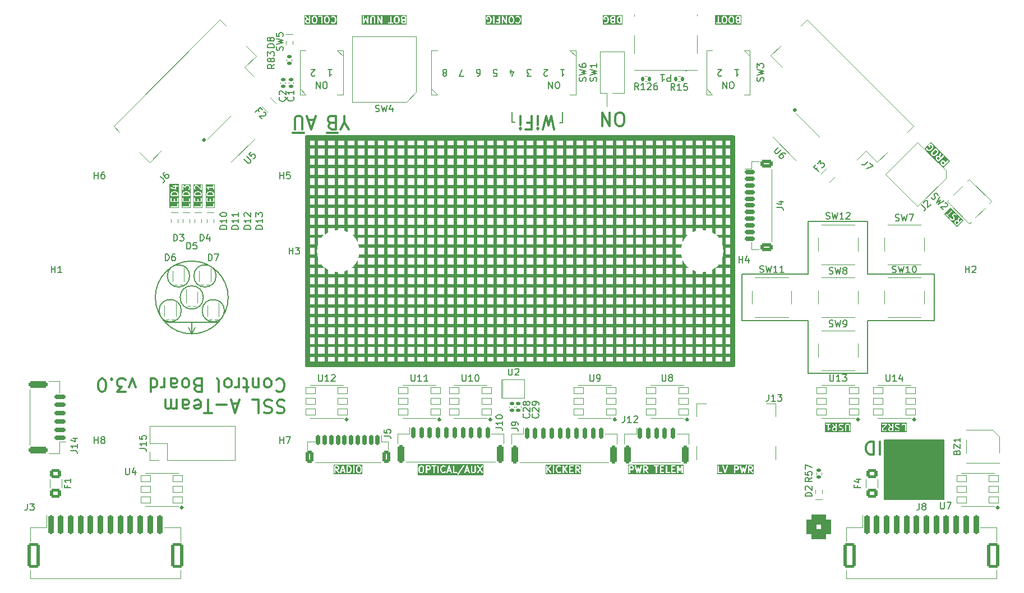
<source format=gbr>
%TF.GenerationSoftware,KiCad,Pcbnew,8.0.7*%
%TF.CreationDate,2025-04-13T15:12:29-04:00*%
%TF.ProjectId,control,636f6e74-726f-46c2-9e6b-696361645f70,rev?*%
%TF.SameCoordinates,Original*%
%TF.FileFunction,Legend,Top*%
%TF.FilePolarity,Positive*%
%FSLAX46Y46*%
G04 Gerber Fmt 4.6, Leading zero omitted, Abs format (unit mm)*
G04 Created by KiCad (PCBNEW 8.0.7) date 2025-04-13 15:12:29*
%MOMM*%
%LPD*%
G01*
G04 APERTURE LIST*
G04 Aperture macros list*
%AMRoundRect*
0 Rectangle with rounded corners*
0 $1 Rounding radius*
0 $2 $3 $4 $5 $6 $7 $8 $9 X,Y pos of 4 corners*
0 Add a 4 corners polygon primitive as box body*
4,1,4,$2,$3,$4,$5,$6,$7,$8,$9,$2,$3,0*
0 Add four circle primitives for the rounded corners*
1,1,$1+$1,$2,$3*
1,1,$1+$1,$4,$5*
1,1,$1+$1,$6,$7*
1,1,$1+$1,$8,$9*
0 Add four rect primitives between the rounded corners*
20,1,$1+$1,$2,$3,$4,$5,0*
20,1,$1+$1,$4,$5,$6,$7,0*
20,1,$1+$1,$6,$7,$8,$9,0*
20,1,$1+$1,$8,$9,$2,$3,0*%
%AMRotRect*
0 Rectangle, with rotation*
0 The origin of the aperture is its center*
0 $1 length*
0 $2 width*
0 $3 Rotation angle, in degrees counterclockwise*
0 Add horizontal line*
21,1,$1,$2,0,0,$3*%
G04 Aperture macros list end*
%ADD10C,0.153000*%
%ADD11C,0.200000*%
%ADD12C,0.300000*%
%ADD13C,0.150000*%
%ADD14C,0.120000*%
%ADD15C,0.100000*%
%ADD16R,1.000000X2.700000*%
%ADD17R,1.800000X3.800000*%
%ADD18RoundRect,0.200000X-0.742462X1.025305X-1.025305X0.742462X0.742462X-1.025305X1.025305X-0.742462X0*%
%ADD19RoundRect,0.250000X-0.707107X1.626346X-1.626346X0.707107X0.707107X-1.626346X1.626346X-0.707107X0*%
%ADD20RoundRect,0.050000X-0.750000X-0.500000X0.750000X-0.500000X0.750000X0.500000X-0.750000X0.500000X0*%
%ADD21RoundRect,0.050000X0.750000X0.500000X-0.750000X0.500000X-0.750000X-0.500000X0.750000X-0.500000X0*%
%ADD22R,1.130000X2.440000*%
%ADD23RoundRect,0.050000X0.883883X-0.176777X-0.176777X0.883883X-0.883883X0.176777X0.176777X-0.883883X0*%
%ADD24RoundRect,0.050000X-0.883883X0.176777X0.176777X-0.883883X0.883883X-0.176777X-0.176777X0.883883X0*%
%ADD25RoundRect,0.150000X0.150000X0.625000X-0.150000X0.625000X-0.150000X-0.625000X0.150000X-0.625000X0*%
%ADD26RoundRect,0.250000X0.350000X0.650000X-0.350000X0.650000X-0.350000X-0.650000X0.350000X-0.650000X0*%
%ADD27RoundRect,0.150000X-0.150000X-0.700000X0.150000X-0.700000X0.150000X0.700000X-0.150000X0.700000X0*%
%ADD28RoundRect,0.250000X-0.250000X-1.100000X0.250000X-1.100000X0.250000X1.100000X-0.250000X1.100000X0*%
%ADD29R,0.650000X0.850000*%
%ADD30R,1.600000X1.600000*%
%ADD31C,1.600000*%
%ADD32RoundRect,0.135000X0.185000X-0.135000X0.185000X0.135000X-0.185000X0.135000X-0.185000X-0.135000X0*%
%ADD33RoundRect,0.140000X0.170000X-0.140000X0.170000X0.140000X-0.170000X0.140000X-0.170000X-0.140000X0*%
%ADD34RoundRect,0.200000X-0.200000X-1.250000X0.200000X-1.250000X0.200000X1.250000X-0.200000X1.250000X0*%
%ADD35RoundRect,0.250000X-0.650000X-1.650000X0.650000X-1.650000X0.650000X1.650000X-0.650000X1.650000X0*%
%ADD36C,3.600000*%
%ADD37C,6.400000*%
%ADD38R,0.800000X0.800000*%
%ADD39R,0.300000X0.700000*%
%ADD40R,1.000000X0.700000*%
%ADD41O,1.100000X2.100000*%
%ADD42O,1.100000X2.600000*%
%ADD43RoundRect,0.135000X-0.185000X0.135000X-0.185000X-0.135000X0.185000X-0.135000X0.185000X0.135000X0*%
%ADD44RoundRect,0.250001X0.768977X0.114905X0.114905X0.768977X-0.768977X-0.114905X-0.114905X-0.768977X0*%
%ADD45R,1.800000X0.800000*%
%ADD46RoundRect,0.135000X-0.135000X-0.185000X0.135000X-0.185000X0.135000X0.185000X-0.135000X0.185000X0*%
%ADD47C,3.800000*%
%ADD48RoundRect,0.150000X0.700000X-0.150000X0.700000X0.150000X-0.700000X0.150000X-0.700000X-0.150000X0*%
%ADD49RoundRect,0.250000X1.150000X-0.250000X1.150000X0.250000X-1.150000X0.250000X-1.150000X-0.250000X0*%
%ADD50R,0.475000X0.250000*%
%ADD51R,0.250000X0.475000*%
%ADD52RoundRect,0.250001X-0.624999X0.462499X-0.624999X-0.462499X0.624999X-0.462499X0.624999X0.462499X0*%
%ADD53RotRect,0.800000X2.200000X135.000000*%
%ADD54RoundRect,0.200000X1.025305X0.742462X0.742462X1.025305X-1.025305X-0.742462X-0.742462X-1.025305X0*%
%ADD55RoundRect,0.250000X1.626346X0.707107X0.707107X1.626346X-1.626346X-0.707107X-0.707107X-1.626346X0*%
%ADD56RotRect,1.600000X1.400000X135.000000*%
%ADD57R,1.100000X1.500000*%
%ADD58RoundRect,0.150000X-0.625000X0.150000X-0.625000X-0.150000X0.625000X-0.150000X0.625000X0.150000X0*%
%ADD59RoundRect,0.250000X-0.650000X0.350000X-0.650000X-0.350000X0.650000X-0.350000X0.650000X0.350000X0*%
%ADD60RoundRect,0.250001X0.114905X-0.768977X0.768977X-0.114905X-0.114905X0.768977X-0.768977X0.114905X0*%
%ADD61RoundRect,0.135000X0.135000X0.185000X-0.135000X0.185000X-0.135000X-0.185000X0.135000X-0.185000X0*%
%ADD62RoundRect,0.050000X0.176777X0.883883X-0.883883X-0.176777X-0.176777X-0.883883X0.883883X0.176777X0*%
%ADD63RoundRect,0.050000X-0.176777X-0.883883X0.883883X0.176777X0.176777X0.883883X-0.883883X-0.176777X0*%
%ADD64R,1.700000X1.700000*%
%ADD65O,1.700000X1.700000*%
%ADD66RoundRect,0.760000X-1.140000X1.140000X-1.140000X-1.140000X1.140000X-1.140000X1.140000X1.140000X0*%
G04 APERTURE END LIST*
D10*
X213500000Y-108500000D02*
X203500000Y-108500000D01*
X157400000Y-78600000D02*
X157000000Y-78600000D01*
X206000000Y-126500000D02*
X215000000Y-126500000D01*
X215000000Y-135500000D01*
X206000000Y-135500000D01*
X206000000Y-126500000D01*
G36*
X206000000Y-126500000D02*
G01*
X215000000Y-126500000D01*
X215000000Y-135500000D01*
X206000000Y-135500000D01*
X206000000Y-126500000D01*
G37*
X105102054Y-101750000D02*
G75*
G02*
X101747948Y-101750000I-1677053J0D01*
G01*
X101747948Y-101750000D02*
G75*
G02*
X105102054Y-101750000I1677053J0D01*
G01*
X149800000Y-77000000D02*
X149800000Y-78500000D01*
X194500000Y-93500000D02*
X203500000Y-93500000D01*
X203500000Y-108500000D02*
X203500000Y-116500000D01*
X194500000Y-108500000D02*
X184500000Y-108500000D01*
X103175000Y-105000000D02*
G75*
G02*
X99675000Y-105000000I-1750000J0D01*
G01*
X99675000Y-105000000D02*
G75*
G02*
X103175000Y-105000000I1750000J0D01*
G01*
X194500000Y-116500000D02*
X194500000Y-108500000D01*
X106352052Y-107000001D02*
G75*
G02*
X102997948Y-107000001I-1677052J0D01*
G01*
X102997948Y-107000001D02*
G75*
G02*
X106352052Y-107000001I1677052J0D01*
G01*
X101425000Y-110500000D02*
X101425000Y-108749999D01*
X101425000Y-110500000D02*
X100925000Y-109500000D01*
X213500000Y-101500000D02*
X213500000Y-108500000D01*
X149800000Y-78500000D02*
X150200000Y-78500000D01*
X99852051Y-107000001D02*
G75*
G02*
X96497949Y-107000001I-1677051J0D01*
G01*
X96497949Y-107000001D02*
G75*
G02*
X99852051Y-107000001I1677051J0D01*
G01*
X203500000Y-101500000D02*
X213500000Y-101500000D01*
X101425000Y-110500000D02*
X101925000Y-109500000D01*
X203500000Y-116500000D02*
X194500000Y-116500000D01*
X101102050Y-101750000D02*
G75*
G02*
X97747948Y-101750000I-1677051J0D01*
G01*
X97747948Y-101750000D02*
G75*
G02*
X101102050Y-101750000I1677051J0D01*
G01*
X184500000Y-108500000D02*
X184500000Y-101500000D01*
X157400000Y-77000000D02*
X157400000Y-78600000D01*
X105425001Y-108750000D02*
X97424999Y-108750000D01*
X194500000Y-101500000D02*
X194500000Y-93500000D01*
X106925000Y-105000000D02*
G75*
G02*
X95925000Y-105000000I-5500000J0D01*
G01*
X95925000Y-105000000D02*
G75*
G02*
X106925000Y-105000000I5500000J0D01*
G01*
X184500000Y-101500000D02*
X194500000Y-101500000D01*
X203500000Y-93500000D02*
X203500000Y-101500000D01*
D11*
G36*
X136226477Y-130582023D02*
G01*
X136290656Y-130646202D01*
X136328571Y-130797861D01*
X136328571Y-131106575D01*
X136290655Y-131258235D01*
X136226479Y-131322413D01*
X136166869Y-131352219D01*
X136023607Y-131352219D01*
X135963997Y-131322414D01*
X135899820Y-131258236D01*
X135861905Y-131106575D01*
X135861905Y-130797862D01*
X135899820Y-130646202D01*
X135963999Y-130582023D01*
X136023607Y-130552219D01*
X136166869Y-130552219D01*
X136226477Y-130582023D01*
G37*
G36*
X140385067Y-131066504D02*
G01*
X140186362Y-131066504D01*
X140285714Y-130768446D01*
X140385067Y-131066504D01*
G37*
G36*
X143099353Y-131066504D02*
G01*
X142900648Y-131066504D01*
X143000000Y-130768446D01*
X143099353Y-131066504D01*
G37*
G36*
X137274097Y-130582024D02*
G01*
X137298766Y-130606692D01*
X137328571Y-130666302D01*
X137328571Y-130761945D01*
X137298766Y-130821554D01*
X137274097Y-130846222D01*
X137214488Y-130876028D01*
X136957143Y-130876028D01*
X136957143Y-130552219D01*
X137214488Y-130552219D01*
X137274097Y-130582024D01*
G37*
G36*
X145496825Y-131901425D02*
G01*
X135550794Y-131901425D01*
X135550794Y-131690419D01*
X141519048Y-131690419D01*
X141526700Y-131728679D01*
X141548411Y-131761099D01*
X141580876Y-131782742D01*
X141619153Y-131790314D01*
X141657413Y-131782662D01*
X141689833Y-131760951D01*
X141702253Y-131745784D01*
X141906301Y-131439712D01*
X142567452Y-131439712D01*
X142570218Y-131478632D01*
X142587668Y-131513531D01*
X142617144Y-131539096D01*
X142654160Y-131551434D01*
X142693080Y-131548668D01*
X142727979Y-131531218D01*
X142753544Y-131501742D01*
X142761535Y-131483842D01*
X142833981Y-131266504D01*
X143166019Y-131266504D01*
X143238465Y-131483841D01*
X143246456Y-131501742D01*
X143272021Y-131531218D01*
X143306920Y-131548667D01*
X143345840Y-131551434D01*
X143382856Y-131539095D01*
X143412332Y-131513530D01*
X143429782Y-131478631D01*
X143432548Y-131439711D01*
X143428201Y-131420596D01*
X143105409Y-130452219D01*
X143566667Y-130452219D01*
X143566667Y-131261742D01*
X143568588Y-131281251D01*
X143569963Y-131284571D01*
X143570218Y-131288155D01*
X143577224Y-131306463D01*
X143624843Y-131401701D01*
X143630126Y-131410093D01*
X143631138Y-131412537D01*
X143633394Y-131415286D01*
X143635286Y-131418291D01*
X143637280Y-131420020D01*
X143643575Y-131427690D01*
X143691193Y-131475310D01*
X143698861Y-131481603D01*
X143700593Y-131483600D01*
X143703601Y-131485493D01*
X143706347Y-131487747D01*
X143708787Y-131488757D01*
X143717184Y-131494043D01*
X143812421Y-131541662D01*
X143830730Y-131548668D01*
X143834313Y-131548922D01*
X143837634Y-131550298D01*
X143857143Y-131552219D01*
X144047619Y-131552219D01*
X144067128Y-131550298D01*
X144070448Y-131548922D01*
X144074032Y-131548668D01*
X144092340Y-131541662D01*
X144187578Y-131494043D01*
X144195973Y-131488758D01*
X144198415Y-131487747D01*
X144201162Y-131485491D01*
X144204168Y-131483600D01*
X144205898Y-131481605D01*
X144213568Y-131475310D01*
X144261187Y-131427690D01*
X144267479Y-131420023D01*
X144269476Y-131418292D01*
X144271369Y-131415284D01*
X144273624Y-131412537D01*
X144274635Y-131410095D01*
X144279919Y-131401701D01*
X144327538Y-131306464D01*
X144334544Y-131288155D01*
X144334798Y-131284571D01*
X144336174Y-131281251D01*
X144338095Y-131261742D01*
X144338095Y-130452219D01*
X144338085Y-130452114D01*
X144519048Y-130452114D01*
X144526620Y-130490391D01*
X144535843Y-130507689D01*
X144832196Y-130952219D01*
X144535843Y-131396749D01*
X144526620Y-131414047D01*
X144519048Y-131452324D01*
X144526700Y-131490584D01*
X144548411Y-131523004D01*
X144580876Y-131544647D01*
X144619153Y-131552219D01*
X144657413Y-131544567D01*
X144689833Y-131522856D01*
X144702253Y-131507689D01*
X144952381Y-131132496D01*
X145202509Y-131507689D01*
X145214929Y-131522856D01*
X145247349Y-131544567D01*
X145285609Y-131552219D01*
X145323886Y-131544647D01*
X145356351Y-131523004D01*
X145378062Y-131490584D01*
X145385714Y-131452324D01*
X145378142Y-131414047D01*
X145368919Y-131396749D01*
X145072565Y-130952219D01*
X145368919Y-130507689D01*
X145378142Y-130490391D01*
X145385714Y-130452114D01*
X145378062Y-130413854D01*
X145356351Y-130381434D01*
X145323886Y-130359791D01*
X145285609Y-130352219D01*
X145247349Y-130359871D01*
X145214929Y-130381582D01*
X145202509Y-130396749D01*
X144952381Y-130771941D01*
X144702253Y-130396749D01*
X144689833Y-130381582D01*
X144657413Y-130359871D01*
X144619153Y-130352219D01*
X144580876Y-130359791D01*
X144548411Y-130381434D01*
X144526700Y-130413854D01*
X144519048Y-130452114D01*
X144338085Y-130452114D01*
X144336174Y-130432710D01*
X144321242Y-130396662D01*
X144293652Y-130369072D01*
X144257604Y-130354140D01*
X144218586Y-130354140D01*
X144182538Y-130369072D01*
X144154948Y-130396662D01*
X144140016Y-130432710D01*
X144138095Y-130452219D01*
X144138095Y-131238135D01*
X144108290Y-131297743D01*
X144083621Y-131322413D01*
X144024012Y-131352219D01*
X143880750Y-131352219D01*
X143821140Y-131322414D01*
X143796473Y-131297746D01*
X143766667Y-131238134D01*
X143766667Y-130452219D01*
X143764746Y-130432710D01*
X143749814Y-130396662D01*
X143722224Y-130369072D01*
X143686176Y-130354140D01*
X143647158Y-130354140D01*
X143611110Y-130369072D01*
X143583520Y-130396662D01*
X143568588Y-130432710D01*
X143566667Y-130452219D01*
X143105409Y-130452219D01*
X143094868Y-130420596D01*
X143086877Y-130402696D01*
X143082192Y-130397294D01*
X143078999Y-130390908D01*
X143069530Y-130382695D01*
X143061312Y-130373220D01*
X143054920Y-130370023D01*
X143049523Y-130365343D01*
X143037629Y-130361378D01*
X143026413Y-130355770D01*
X143019285Y-130355263D01*
X143012507Y-130353004D01*
X143000002Y-130353893D01*
X142987493Y-130353004D01*
X142980711Y-130355264D01*
X142973587Y-130355771D01*
X142962378Y-130361374D01*
X142950477Y-130365342D01*
X142945076Y-130370025D01*
X142938688Y-130373220D01*
X142930472Y-130382691D01*
X142921001Y-130390907D01*
X142917806Y-130397296D01*
X142913123Y-130402696D01*
X142905132Y-130420597D01*
X142571799Y-131420596D01*
X142567452Y-131439712D01*
X141906301Y-131439712D01*
X142559395Y-130460070D01*
X142568619Y-130442772D01*
X142576190Y-130404495D01*
X142568538Y-130366235D01*
X142546827Y-130333815D01*
X142514362Y-130312171D01*
X142476086Y-130304600D01*
X142437825Y-130312252D01*
X142405405Y-130333963D01*
X142392985Y-130349130D01*
X141535843Y-131634844D01*
X141526620Y-131652142D01*
X141519048Y-131690419D01*
X135550794Y-131690419D01*
X135550794Y-130785552D01*
X135661905Y-130785552D01*
X135661905Y-131118885D01*
X135662240Y-131122287D01*
X135662023Y-131123746D01*
X135663102Y-131131043D01*
X135663826Y-131138394D01*
X135664390Y-131139757D01*
X135664891Y-131143139D01*
X135712510Y-131333614D01*
X135719105Y-131352075D01*
X135723530Y-131358047D01*
X135726376Y-131364918D01*
X135738813Y-131380071D01*
X135834051Y-131475311D01*
X135841719Y-131481604D01*
X135843450Y-131483600D01*
X135846457Y-131485493D01*
X135849204Y-131487747D01*
X135851644Y-131488757D01*
X135860041Y-131494043D01*
X135955278Y-131541662D01*
X135973587Y-131548668D01*
X135977170Y-131548922D01*
X135980491Y-131550298D01*
X136000000Y-131552219D01*
X136190476Y-131552219D01*
X136209985Y-131550298D01*
X136213305Y-131548922D01*
X136216889Y-131548668D01*
X136235197Y-131541662D01*
X136330435Y-131494043D01*
X136338830Y-131488758D01*
X136341272Y-131487747D01*
X136344019Y-131485491D01*
X136347025Y-131483600D01*
X136348755Y-131481605D01*
X136356425Y-131475310D01*
X136451663Y-131380071D01*
X136464100Y-131364918D01*
X136466945Y-131358047D01*
X136471371Y-131352075D01*
X136477966Y-131333615D01*
X136525585Y-131143139D01*
X136526085Y-131139757D01*
X136526650Y-131138394D01*
X136527373Y-131131043D01*
X136528453Y-131123746D01*
X136528235Y-131122287D01*
X136528571Y-131118885D01*
X136528571Y-130785552D01*
X136528235Y-130782149D01*
X136528453Y-130780691D01*
X136527373Y-130773393D01*
X136526650Y-130766043D01*
X136526085Y-130764679D01*
X136525585Y-130761298D01*
X136477966Y-130570822D01*
X136471371Y-130552362D01*
X136466944Y-130546387D01*
X136464099Y-130539519D01*
X136451663Y-130524365D01*
X136379517Y-130452219D01*
X136757143Y-130452219D01*
X136757143Y-131452219D01*
X136759064Y-131471728D01*
X136773996Y-131507776D01*
X136801586Y-131535366D01*
X136837634Y-131550298D01*
X136876652Y-131550298D01*
X136912700Y-131535366D01*
X136940290Y-131507776D01*
X136955222Y-131471728D01*
X136957143Y-131452219D01*
X136957143Y-131076028D01*
X137238095Y-131076028D01*
X137257604Y-131074107D01*
X137260924Y-131072731D01*
X137264508Y-131072477D01*
X137282816Y-131065471D01*
X137378054Y-131017852D01*
X137386450Y-131012566D01*
X137388890Y-131011556D01*
X137391636Y-131009302D01*
X137394644Y-131007409D01*
X137396373Y-131005414D01*
X137404044Y-130999120D01*
X137451662Y-130951501D01*
X137457954Y-130943834D01*
X137459952Y-130942102D01*
X137461845Y-130939093D01*
X137464099Y-130936348D01*
X137465109Y-130933907D01*
X137470395Y-130925511D01*
X137518014Y-130830274D01*
X137525020Y-130811965D01*
X137525274Y-130808381D01*
X137526650Y-130805061D01*
X137528571Y-130785552D01*
X137528571Y-130642695D01*
X137526650Y-130623186D01*
X137525274Y-130619865D01*
X137525020Y-130616282D01*
X137518014Y-130597973D01*
X137470395Y-130502736D01*
X137465109Y-130494339D01*
X137464099Y-130491899D01*
X137461845Y-130489153D01*
X137459952Y-130486145D01*
X137457954Y-130484412D01*
X137451662Y-130476746D01*
X137407627Y-130432710D01*
X137616207Y-130432710D01*
X137616207Y-130471728D01*
X137631139Y-130507776D01*
X137658729Y-130535366D01*
X137694777Y-130550298D01*
X137714286Y-130552219D01*
X137900000Y-130552219D01*
X137900000Y-131452219D01*
X137901921Y-131471728D01*
X137916853Y-131507776D01*
X137944443Y-131535366D01*
X137980491Y-131550298D01*
X138019509Y-131550298D01*
X138055557Y-131535366D01*
X138083147Y-131507776D01*
X138098079Y-131471728D01*
X138100000Y-131452219D01*
X138100000Y-130552219D01*
X138285714Y-130552219D01*
X138305223Y-130550298D01*
X138341271Y-130535366D01*
X138368861Y-130507776D01*
X138383793Y-130471728D01*
X138383793Y-130452219D01*
X138519048Y-130452219D01*
X138519048Y-131452219D01*
X138520969Y-131471728D01*
X138535901Y-131507776D01*
X138563491Y-131535366D01*
X138599539Y-131550298D01*
X138638557Y-131550298D01*
X138674605Y-131535366D01*
X138702195Y-131507776D01*
X138717127Y-131471728D01*
X138719048Y-131452219D01*
X138719048Y-130880790D01*
X138947619Y-130880790D01*
X138947619Y-131023647D01*
X138947954Y-131027049D01*
X138947737Y-131028508D01*
X138948816Y-131035805D01*
X138949540Y-131043156D01*
X138950104Y-131044519D01*
X138950605Y-131047901D01*
X138998224Y-131238376D01*
X138998737Y-131239813D01*
X138998789Y-131240536D01*
X139001897Y-131248660D01*
X139004819Y-131256837D01*
X139005249Y-131257417D01*
X139005795Y-131258844D01*
X139053414Y-131354082D01*
X139058696Y-131362474D01*
X139059709Y-131364918D01*
X139061965Y-131367667D01*
X139063857Y-131370672D01*
X139065851Y-131372401D01*
X139072146Y-131380071D01*
X139167384Y-131475311D01*
X139182537Y-131487747D01*
X139185856Y-131489122D01*
X139188572Y-131491477D01*
X139206472Y-131499468D01*
X139349329Y-131547087D01*
X139359001Y-131549286D01*
X139361443Y-131550298D01*
X139364980Y-131550646D01*
X139368444Y-131551434D01*
X139371078Y-131551246D01*
X139380952Y-131552219D01*
X139476190Y-131552219D01*
X139486063Y-131551246D01*
X139488697Y-131551434D01*
X139492160Y-131550646D01*
X139495699Y-131550298D01*
X139498141Y-131549286D01*
X139507813Y-131547087D01*
X139650669Y-131499468D01*
X139668570Y-131491477D01*
X139671285Y-131489122D01*
X139674605Y-131487747D01*
X139689758Y-131475310D01*
X139725355Y-131439712D01*
X139853166Y-131439712D01*
X139855932Y-131478632D01*
X139873382Y-131513531D01*
X139902858Y-131539096D01*
X139939874Y-131551434D01*
X139978794Y-131548668D01*
X140013693Y-131531218D01*
X140039258Y-131501742D01*
X140047249Y-131483842D01*
X140119695Y-131266504D01*
X140451733Y-131266504D01*
X140524179Y-131483841D01*
X140532170Y-131501742D01*
X140557735Y-131531218D01*
X140592634Y-131548667D01*
X140631554Y-131551434D01*
X140668570Y-131539095D01*
X140698046Y-131513530D01*
X140715496Y-131478631D01*
X140718262Y-131439711D01*
X140713915Y-131420596D01*
X140391123Y-130452219D01*
X140852381Y-130452219D01*
X140852381Y-131452219D01*
X140854302Y-131471728D01*
X140869234Y-131507776D01*
X140896824Y-131535366D01*
X140932872Y-131550298D01*
X140952381Y-131552219D01*
X141428571Y-131552219D01*
X141448080Y-131550298D01*
X141484128Y-131535366D01*
X141511718Y-131507776D01*
X141526650Y-131471728D01*
X141526650Y-131432710D01*
X141511718Y-131396662D01*
X141484128Y-131369072D01*
X141448080Y-131354140D01*
X141428571Y-131352219D01*
X141052381Y-131352219D01*
X141052381Y-130452219D01*
X141050460Y-130432710D01*
X141035528Y-130396662D01*
X141007938Y-130369072D01*
X140971890Y-130354140D01*
X140932872Y-130354140D01*
X140896824Y-130369072D01*
X140869234Y-130396662D01*
X140854302Y-130432710D01*
X140852381Y-130452219D01*
X140391123Y-130452219D01*
X140380582Y-130420596D01*
X140372591Y-130402696D01*
X140367906Y-130397294D01*
X140364713Y-130390908D01*
X140355244Y-130382695D01*
X140347026Y-130373220D01*
X140340634Y-130370023D01*
X140335237Y-130365343D01*
X140323343Y-130361378D01*
X140312127Y-130355770D01*
X140304999Y-130355263D01*
X140298221Y-130353004D01*
X140285716Y-130353893D01*
X140273207Y-130353004D01*
X140266425Y-130355264D01*
X140259301Y-130355771D01*
X140248092Y-130361374D01*
X140236191Y-130365342D01*
X140230790Y-130370025D01*
X140224402Y-130373220D01*
X140216186Y-130382691D01*
X140206715Y-130390907D01*
X140203520Y-130397296D01*
X140198837Y-130402696D01*
X140190846Y-130420597D01*
X139857513Y-131420596D01*
X139853166Y-131439712D01*
X139725355Y-131439712D01*
X139737377Y-131427690D01*
X139749814Y-131412537D01*
X139764745Y-131376488D01*
X139764744Y-131337470D01*
X139749813Y-131301422D01*
X139722222Y-131273832D01*
X139686174Y-131258901D01*
X139647156Y-131258902D01*
X139611108Y-131273833D01*
X139595954Y-131286270D01*
X139565027Y-131317197D01*
X139459963Y-131352219D01*
X139397178Y-131352219D01*
X139292113Y-131317197D01*
X139225043Y-131250127D01*
X139189589Y-131179218D01*
X139147619Y-131011337D01*
X139147619Y-130893100D01*
X139189589Y-130725218D01*
X139225042Y-130654312D01*
X139292114Y-130587240D01*
X139397178Y-130552219D01*
X139459963Y-130552219D01*
X139565028Y-130587240D01*
X139595955Y-130618167D01*
X139611108Y-130630604D01*
X139647157Y-130645535D01*
X139686175Y-130645535D01*
X139722223Y-130630604D01*
X139749813Y-130603014D01*
X139764744Y-130566966D01*
X139764744Y-130527948D01*
X139749813Y-130491899D01*
X139737376Y-130476746D01*
X139689758Y-130429127D01*
X139674604Y-130416691D01*
X139671285Y-130415316D01*
X139668570Y-130412961D01*
X139650669Y-130404970D01*
X139507813Y-130357351D01*
X139498141Y-130355151D01*
X139495699Y-130354140D01*
X139492160Y-130353791D01*
X139488697Y-130353004D01*
X139486063Y-130353191D01*
X139476190Y-130352219D01*
X139380952Y-130352219D01*
X139371078Y-130353191D01*
X139368444Y-130353004D01*
X139364980Y-130353791D01*
X139361443Y-130354140D01*
X139359001Y-130355151D01*
X139349329Y-130357351D01*
X139206472Y-130404970D01*
X139188572Y-130412961D01*
X139185856Y-130415316D01*
X139182538Y-130416691D01*
X139167384Y-130429127D01*
X139072146Y-130524365D01*
X139065851Y-130532035D01*
X139063857Y-130533765D01*
X139061963Y-130536772D01*
X139059710Y-130539519D01*
X139058699Y-130541958D01*
X139053414Y-130550355D01*
X139005795Y-130645593D01*
X139005249Y-130647019D01*
X139004819Y-130647600D01*
X139001897Y-130655776D01*
X138998789Y-130663901D01*
X138998737Y-130664623D01*
X138998224Y-130666061D01*
X138950605Y-130856536D01*
X138950104Y-130859917D01*
X138949540Y-130861281D01*
X138948816Y-130868631D01*
X138947737Y-130875929D01*
X138947954Y-130877387D01*
X138947619Y-130880790D01*
X138719048Y-130880790D01*
X138719048Y-130452219D01*
X138717127Y-130432710D01*
X138702195Y-130396662D01*
X138674605Y-130369072D01*
X138638557Y-130354140D01*
X138599539Y-130354140D01*
X138563491Y-130369072D01*
X138535901Y-130396662D01*
X138520969Y-130432710D01*
X138519048Y-130452219D01*
X138383793Y-130452219D01*
X138383793Y-130432710D01*
X138368861Y-130396662D01*
X138341271Y-130369072D01*
X138305223Y-130354140D01*
X138285714Y-130352219D01*
X137714286Y-130352219D01*
X137694777Y-130354140D01*
X137658729Y-130369072D01*
X137631139Y-130396662D01*
X137616207Y-130432710D01*
X137407627Y-130432710D01*
X137404044Y-130429127D01*
X137396373Y-130422832D01*
X137394644Y-130420838D01*
X137391636Y-130418944D01*
X137388890Y-130416691D01*
X137386450Y-130415680D01*
X137378054Y-130410395D01*
X137282816Y-130362776D01*
X137264508Y-130355770D01*
X137260924Y-130355515D01*
X137257604Y-130354140D01*
X137238095Y-130352219D01*
X136857143Y-130352219D01*
X136837634Y-130354140D01*
X136801586Y-130369072D01*
X136773996Y-130396662D01*
X136759064Y-130432710D01*
X136757143Y-130452219D01*
X136379517Y-130452219D01*
X136356425Y-130429127D01*
X136348754Y-130422832D01*
X136347025Y-130420838D01*
X136344017Y-130418944D01*
X136341271Y-130416691D01*
X136338831Y-130415680D01*
X136330435Y-130410395D01*
X136235197Y-130362776D01*
X136216889Y-130355770D01*
X136213305Y-130355515D01*
X136209985Y-130354140D01*
X136190476Y-130352219D01*
X136000000Y-130352219D01*
X135980491Y-130354140D01*
X135977170Y-130355515D01*
X135973587Y-130355770D01*
X135955278Y-130362776D01*
X135860041Y-130410395D01*
X135851642Y-130415681D01*
X135849205Y-130416691D01*
X135846461Y-130418942D01*
X135843450Y-130420838D01*
X135841717Y-130422835D01*
X135834051Y-130429127D01*
X135738813Y-130524365D01*
X135726377Y-130539519D01*
X135723531Y-130546387D01*
X135719105Y-130552362D01*
X135712510Y-130570823D01*
X135664891Y-130761298D01*
X135664390Y-130764679D01*
X135663826Y-130766043D01*
X135663102Y-130773393D01*
X135662023Y-130780691D01*
X135662240Y-130782149D01*
X135661905Y-130785552D01*
X135550794Y-130785552D01*
X135550794Y-130193489D01*
X145496825Y-130193489D01*
X145496825Y-131901425D01*
G37*
G36*
X132512189Y-62677583D02*
G01*
X132576370Y-62741764D01*
X132614285Y-62893423D01*
X132614285Y-63202137D01*
X132576370Y-63353796D01*
X132512191Y-63417975D01*
X132452583Y-63447780D01*
X132309321Y-63447780D01*
X132249713Y-63417976D01*
X132185534Y-63353797D01*
X132147619Y-63202137D01*
X132147619Y-62893424D01*
X132185534Y-62741764D01*
X132249714Y-62677583D01*
X132309320Y-62647780D01*
X132452584Y-62647780D01*
X132512189Y-62677583D01*
G37*
G36*
X133566666Y-63447780D02*
G01*
X133356940Y-63447780D01*
X133297330Y-63417975D01*
X133272662Y-63393306D01*
X133242857Y-63333696D01*
X133242857Y-63285673D01*
X133272662Y-63226063D01*
X133297330Y-63201394D01*
X133356940Y-63171590D01*
X133566666Y-63171590D01*
X133566666Y-63447780D01*
G37*
G36*
X133566666Y-62971590D02*
G01*
X133349559Y-62971590D01*
X133244494Y-62936568D01*
X133225043Y-62917116D01*
X133195238Y-62857506D01*
X133195238Y-62761864D01*
X133225043Y-62702254D01*
X133249712Y-62677584D01*
X133309320Y-62647780D01*
X133566666Y-62647780D01*
X133566666Y-62971590D01*
G37*
G36*
X133877777Y-63758891D02*
G01*
X127122222Y-63758891D01*
X127122222Y-62547780D01*
X127233333Y-62547780D01*
X127233333Y-63547780D01*
X127234595Y-63560603D01*
X127234492Y-63562963D01*
X127234952Y-63564230D01*
X127235254Y-63567289D01*
X127241898Y-63583330D01*
X127247827Y-63599632D01*
X127249332Y-63601275D01*
X127250186Y-63603337D01*
X127262459Y-63615610D01*
X127274178Y-63628407D01*
X127276199Y-63629350D01*
X127277776Y-63630927D01*
X127293805Y-63637566D01*
X127309536Y-63644908D01*
X127311764Y-63645005D01*
X127313824Y-63645859D01*
X127331176Y-63645859D01*
X127348516Y-63646621D01*
X127350611Y-63645859D01*
X127352842Y-63645859D01*
X127368883Y-63639214D01*
X127385185Y-63633286D01*
X127386828Y-63631780D01*
X127388890Y-63630927D01*
X127401163Y-63618653D01*
X127413960Y-63606935D01*
X127415526Y-63604290D01*
X127416480Y-63603337D01*
X127417383Y-63601155D01*
X127423951Y-63590069D01*
X127666665Y-63069965D01*
X127909381Y-63590069D01*
X127915948Y-63601155D01*
X127916852Y-63603337D01*
X127917805Y-63604290D01*
X127919372Y-63606935D01*
X127932174Y-63618659D01*
X127944442Y-63630927D01*
X127946501Y-63631780D01*
X127948147Y-63633287D01*
X127964459Y-63639218D01*
X127980490Y-63645859D01*
X127982720Y-63645859D01*
X127984816Y-63646621D01*
X128002156Y-63645859D01*
X128019508Y-63645859D01*
X128021567Y-63645005D01*
X128023797Y-63644908D01*
X128039540Y-63637561D01*
X128055556Y-63630927D01*
X128057130Y-63629352D01*
X128059154Y-63628408D01*
X128070884Y-63615598D01*
X128083146Y-63603337D01*
X128083999Y-63601277D01*
X128085506Y-63599632D01*
X128091437Y-63583319D01*
X128098078Y-63567289D01*
X128098379Y-63564230D01*
X128098840Y-63562963D01*
X128098736Y-63560603D01*
X128099999Y-63547780D01*
X128099999Y-62738257D01*
X128376190Y-62738257D01*
X128376190Y-63547780D01*
X128378111Y-63567289D01*
X128393043Y-63603337D01*
X128420633Y-63630927D01*
X128456681Y-63645859D01*
X128495699Y-63645859D01*
X128531747Y-63630927D01*
X128559337Y-63603337D01*
X128574269Y-63567289D01*
X128576190Y-63547780D01*
X128576190Y-62761864D01*
X128605995Y-62702254D01*
X128630664Y-62677584D01*
X128690272Y-62647780D01*
X128833536Y-62647780D01*
X128893142Y-62677583D01*
X128917813Y-62702254D01*
X128947618Y-62761864D01*
X128947618Y-63547780D01*
X128949539Y-63567289D01*
X128964471Y-63603337D01*
X128992061Y-63630927D01*
X129028109Y-63645859D01*
X129067127Y-63645859D01*
X129103175Y-63630927D01*
X129130765Y-63603337D01*
X129145697Y-63567289D01*
X129147618Y-63547780D01*
X129147618Y-62738257D01*
X129145697Y-62718748D01*
X129144321Y-62715427D01*
X129144067Y-62711844D01*
X129137061Y-62693535D01*
X129089442Y-62598298D01*
X129084156Y-62589901D01*
X129083146Y-62587461D01*
X129080892Y-62584715D01*
X129078999Y-62581707D01*
X129077001Y-62579974D01*
X129070709Y-62572308D01*
X129046182Y-62547780D01*
X129423809Y-62547780D01*
X129423809Y-63547780D01*
X129425730Y-63567289D01*
X129440662Y-63603337D01*
X129468252Y-63630927D01*
X129504300Y-63645859D01*
X129543318Y-63645859D01*
X129579366Y-63630927D01*
X129606956Y-63603337D01*
X129621888Y-63567289D01*
X129623809Y-63547780D01*
X129623809Y-62924336D01*
X130008413Y-63597394D01*
X130011331Y-63601504D01*
X130012090Y-63603337D01*
X130013956Y-63605203D01*
X130019760Y-63613379D01*
X130030276Y-63621523D01*
X130039680Y-63630927D01*
X130045567Y-63633365D01*
X130050609Y-63637270D01*
X130063441Y-63640769D01*
X130075728Y-63645859D01*
X130082104Y-63645859D01*
X130088253Y-63647536D01*
X130101446Y-63645859D01*
X130114746Y-63645859D01*
X130120634Y-63643419D01*
X130126959Y-63642616D01*
X130138508Y-63636015D01*
X130150794Y-63630927D01*
X130155301Y-63626419D01*
X130160836Y-63623257D01*
X130168980Y-63612740D01*
X130178384Y-63603337D01*
X130180822Y-63597449D01*
X130184727Y-63592408D01*
X130188226Y-63579575D01*
X130193316Y-63567289D01*
X130194298Y-63557311D01*
X130194993Y-63554765D01*
X130194742Y-63552797D01*
X130195237Y-63547780D01*
X130195237Y-63528271D01*
X131092397Y-63528271D01*
X131092397Y-63567289D01*
X131107329Y-63603337D01*
X131134919Y-63630927D01*
X131170967Y-63645859D01*
X131190476Y-63647780D01*
X131761904Y-63647780D01*
X131781413Y-63645859D01*
X131817461Y-63630927D01*
X131845051Y-63603337D01*
X131859983Y-63567289D01*
X131859983Y-63528271D01*
X131845051Y-63492223D01*
X131817461Y-63464633D01*
X131781413Y-63449701D01*
X131761904Y-63447780D01*
X131576190Y-63447780D01*
X131576190Y-62881114D01*
X131947619Y-62881114D01*
X131947619Y-63214447D01*
X131947954Y-63217849D01*
X131947737Y-63219308D01*
X131948816Y-63226605D01*
X131949540Y-63233956D01*
X131950104Y-63235319D01*
X131950605Y-63238701D01*
X131998224Y-63429176D01*
X132004819Y-63447637D01*
X132009245Y-63453611D01*
X132012091Y-63460480D01*
X132024527Y-63475634D01*
X132119765Y-63570872D01*
X132127431Y-63577163D01*
X132129164Y-63579161D01*
X132132175Y-63581056D01*
X132134919Y-63583308D01*
X132137356Y-63584317D01*
X132145755Y-63589604D01*
X132240992Y-63637223D01*
X132259301Y-63644229D01*
X132262884Y-63644483D01*
X132266205Y-63645859D01*
X132285714Y-63647780D01*
X132476190Y-63647780D01*
X132495699Y-63645859D01*
X132499019Y-63644483D01*
X132502603Y-63644229D01*
X132520911Y-63637223D01*
X132616149Y-63589604D01*
X132624545Y-63584318D01*
X132626985Y-63583308D01*
X132629731Y-63581054D01*
X132632739Y-63579161D01*
X132634468Y-63577166D01*
X132642139Y-63570872D01*
X132737377Y-63475634D01*
X132749813Y-63460480D01*
X132752658Y-63453611D01*
X132757085Y-63447637D01*
X132763680Y-63429177D01*
X132811299Y-63238701D01*
X132811799Y-63235319D01*
X132812364Y-63233956D01*
X132813087Y-63226605D01*
X132814167Y-63219308D01*
X132813949Y-63217849D01*
X132814285Y-63214447D01*
X132814285Y-62881114D01*
X132813949Y-62877711D01*
X132814167Y-62876253D01*
X132813087Y-62868955D01*
X132812364Y-62861605D01*
X132811799Y-62860241D01*
X132811299Y-62856860D01*
X132781648Y-62738257D01*
X132995238Y-62738257D01*
X132995238Y-62881114D01*
X132997159Y-62900623D01*
X132998534Y-62903943D01*
X132998789Y-62907527D01*
X133005795Y-62925835D01*
X133053414Y-63021073D01*
X133058699Y-63029469D01*
X133059710Y-63031909D01*
X133061963Y-63034655D01*
X133063857Y-63037663D01*
X133065851Y-63039392D01*
X133072146Y-63047063D01*
X133119765Y-63094681D01*
X133120553Y-63095328D01*
X133119765Y-63096117D01*
X133113470Y-63103787D01*
X133111476Y-63105517D01*
X133109582Y-63108524D01*
X133107329Y-63111271D01*
X133106318Y-63113710D01*
X133101033Y-63122107D01*
X133053414Y-63217345D01*
X133046408Y-63235653D01*
X133046153Y-63239236D01*
X133044778Y-63242557D01*
X133042857Y-63262066D01*
X133042857Y-63357304D01*
X133044778Y-63376813D01*
X133046153Y-63380133D01*
X133046408Y-63383717D01*
X133053414Y-63402025D01*
X133101033Y-63497263D01*
X133106318Y-63505659D01*
X133107329Y-63508099D01*
X133109582Y-63510845D01*
X133111476Y-63513853D01*
X133113470Y-63515582D01*
X133119765Y-63523253D01*
X133167384Y-63570871D01*
X133175050Y-63577163D01*
X133176783Y-63579161D01*
X133179791Y-63581054D01*
X133182537Y-63583308D01*
X133184977Y-63584318D01*
X133193374Y-63589604D01*
X133288611Y-63637223D01*
X133306920Y-63644229D01*
X133310503Y-63644483D01*
X133313824Y-63645859D01*
X133333333Y-63647780D01*
X133666666Y-63647780D01*
X133686175Y-63645859D01*
X133722223Y-63630927D01*
X133749813Y-63603337D01*
X133764745Y-63567289D01*
X133766666Y-63547780D01*
X133766666Y-62547780D01*
X133764745Y-62528271D01*
X133749813Y-62492223D01*
X133722223Y-62464633D01*
X133686175Y-62449701D01*
X133666666Y-62447780D01*
X133285714Y-62447780D01*
X133266205Y-62449701D01*
X133262884Y-62451076D01*
X133259301Y-62451331D01*
X133240992Y-62458338D01*
X133145754Y-62505958D01*
X133137361Y-62511241D01*
X133134918Y-62512253D01*
X133132168Y-62514509D01*
X133129164Y-62516401D01*
X133127434Y-62518395D01*
X133119765Y-62524690D01*
X133072146Y-62572308D01*
X133065851Y-62579978D01*
X133063857Y-62581708D01*
X133061963Y-62584715D01*
X133059710Y-62587462D01*
X133058699Y-62589901D01*
X133053414Y-62598298D01*
X133005795Y-62693536D01*
X132998789Y-62711844D01*
X132998534Y-62715427D01*
X132997159Y-62718748D01*
X132995238Y-62738257D01*
X132781648Y-62738257D01*
X132763680Y-62666384D01*
X132757085Y-62647924D01*
X132752658Y-62641949D01*
X132749813Y-62635081D01*
X132737377Y-62619927D01*
X132642139Y-62524689D01*
X132634472Y-62518397D01*
X132632741Y-62516401D01*
X132629730Y-62514506D01*
X132626985Y-62512253D01*
X132624545Y-62511242D01*
X132616150Y-62505958D01*
X132520912Y-62458338D01*
X132502604Y-62451331D01*
X132499018Y-62451076D01*
X132495699Y-62449701D01*
X132476190Y-62447780D01*
X132285714Y-62447780D01*
X132266205Y-62449701D01*
X132262884Y-62451076D01*
X132259301Y-62451331D01*
X132240992Y-62458338D01*
X132145754Y-62505958D01*
X132137359Y-62511241D01*
X132134919Y-62512253D01*
X132132170Y-62514508D01*
X132129164Y-62516401D01*
X132127434Y-62518394D01*
X132119765Y-62524689D01*
X132024527Y-62619927D01*
X132012091Y-62635081D01*
X132009245Y-62641949D01*
X132004819Y-62647924D01*
X131998224Y-62666385D01*
X131950605Y-62856860D01*
X131950104Y-62860241D01*
X131949540Y-62861605D01*
X131948816Y-62868955D01*
X131947737Y-62876253D01*
X131947954Y-62877711D01*
X131947619Y-62881114D01*
X131576190Y-62881114D01*
X131576190Y-62547780D01*
X131574269Y-62528271D01*
X131559337Y-62492223D01*
X131531747Y-62464633D01*
X131495699Y-62449701D01*
X131456681Y-62449701D01*
X131420633Y-62464633D01*
X131393043Y-62492223D01*
X131378111Y-62528271D01*
X131376190Y-62547780D01*
X131376190Y-63447780D01*
X131190476Y-63447780D01*
X131170967Y-63449701D01*
X131134919Y-63464633D01*
X131107329Y-63492223D01*
X131092397Y-63528271D01*
X130195237Y-63528271D01*
X130195237Y-62547780D01*
X130193316Y-62528271D01*
X130178384Y-62492223D01*
X130150794Y-62464633D01*
X130114746Y-62449701D01*
X130075728Y-62449701D01*
X130039680Y-62464633D01*
X130012090Y-62492223D01*
X129997158Y-62528271D01*
X129995237Y-62547780D01*
X129995237Y-63171223D01*
X129610633Y-62498166D01*
X129607714Y-62494055D01*
X129606956Y-62492223D01*
X129605089Y-62490356D01*
X129599286Y-62482181D01*
X129588771Y-62474038D01*
X129579366Y-62464633D01*
X129573475Y-62462193D01*
X129568437Y-62458291D01*
X129555608Y-62454792D01*
X129543318Y-62449701D01*
X129536943Y-62449701D01*
X129530794Y-62448024D01*
X129517601Y-62449701D01*
X129504300Y-62449701D01*
X129498411Y-62452140D01*
X129492087Y-62452944D01*
X129480537Y-62459544D01*
X129468252Y-62464633D01*
X129463744Y-62469140D01*
X129458210Y-62472303D01*
X129450067Y-62482817D01*
X129440662Y-62492223D01*
X129438222Y-62498113D01*
X129434320Y-62503152D01*
X129430821Y-62515980D01*
X129425730Y-62528271D01*
X129424747Y-62538248D01*
X129424053Y-62540795D01*
X129424303Y-62542762D01*
X129423809Y-62547780D01*
X129046182Y-62547780D01*
X129023091Y-62524689D01*
X129015424Y-62518397D01*
X129013693Y-62516401D01*
X129010682Y-62514506D01*
X129007937Y-62512253D01*
X129005497Y-62511242D01*
X128997102Y-62505958D01*
X128901864Y-62458338D01*
X128883556Y-62451331D01*
X128879970Y-62451076D01*
X128876651Y-62449701D01*
X128857142Y-62447780D01*
X128666666Y-62447780D01*
X128647157Y-62449701D01*
X128643836Y-62451076D01*
X128640253Y-62451331D01*
X128621944Y-62458338D01*
X128526706Y-62505958D01*
X128518313Y-62511241D01*
X128515870Y-62512253D01*
X128513120Y-62514509D01*
X128510116Y-62516401D01*
X128508386Y-62518395D01*
X128500717Y-62524690D01*
X128453098Y-62572308D01*
X128446803Y-62579978D01*
X128444809Y-62581708D01*
X128442915Y-62584715D01*
X128440662Y-62587462D01*
X128439651Y-62589901D01*
X128434366Y-62598298D01*
X128386747Y-62693536D01*
X128379741Y-62711844D01*
X128379486Y-62715427D01*
X128378111Y-62718748D01*
X128376190Y-62738257D01*
X128099999Y-62738257D01*
X128099999Y-62547780D01*
X128098078Y-62528271D01*
X128083146Y-62492223D01*
X128055556Y-62464633D01*
X128019508Y-62449701D01*
X127980490Y-62449701D01*
X127944442Y-62464633D01*
X127916852Y-62492223D01*
X127901920Y-62528271D01*
X127899999Y-62547780D01*
X127899999Y-63097024D01*
X127757284Y-62791206D01*
X127753053Y-62784064D01*
X127752173Y-62781643D01*
X127750604Y-62779930D01*
X127747293Y-62774340D01*
X127736090Y-62764081D01*
X127725821Y-62752867D01*
X127721791Y-62750986D01*
X127718518Y-62747989D01*
X127704248Y-62742799D01*
X127690464Y-62736367D01*
X127686022Y-62736171D01*
X127681849Y-62734654D01*
X127666666Y-62735321D01*
X127651483Y-62734654D01*
X127647308Y-62736171D01*
X127642869Y-62736367D01*
X127629096Y-62742794D01*
X127614814Y-62747988D01*
X127611536Y-62750989D01*
X127607511Y-62752868D01*
X127597249Y-62764073D01*
X127586039Y-62774340D01*
X127582725Y-62779933D01*
X127581160Y-62781643D01*
X127580280Y-62784060D01*
X127576048Y-62791206D01*
X127433333Y-63097023D01*
X127433333Y-62547780D01*
X127431412Y-62528271D01*
X127416480Y-62492223D01*
X127388890Y-62464633D01*
X127352842Y-62449701D01*
X127313824Y-62449701D01*
X127277776Y-62464633D01*
X127250186Y-62492223D01*
X127235254Y-62528271D01*
X127233333Y-62547780D01*
X127122222Y-62547780D01*
X127122222Y-62336669D01*
X133877777Y-62336669D01*
X133877777Y-63758891D01*
G37*
G36*
X119109523Y-63447780D02*
G01*
X118852178Y-63447780D01*
X118792568Y-63417975D01*
X118767900Y-63393306D01*
X118738095Y-63333696D01*
X118738095Y-63238054D01*
X118767900Y-63178444D01*
X118792568Y-63153775D01*
X118852178Y-63123971D01*
X119109523Y-63123971D01*
X119109523Y-63447780D01*
G37*
G36*
X120102665Y-62677583D02*
G01*
X120166846Y-62741764D01*
X120204761Y-62893423D01*
X120204761Y-63202137D01*
X120166846Y-63353796D01*
X120102667Y-63417975D01*
X120043059Y-63447780D01*
X119899797Y-63447780D01*
X119840189Y-63417976D01*
X119776010Y-63353797D01*
X119738095Y-63202137D01*
X119738095Y-62893424D01*
X119776010Y-62741764D01*
X119840190Y-62677583D01*
X119899796Y-62647780D01*
X120043060Y-62647780D01*
X120102665Y-62677583D01*
G37*
G36*
X121959808Y-62677583D02*
G01*
X122023989Y-62741764D01*
X122061904Y-62893423D01*
X122061904Y-63202137D01*
X122023989Y-63353796D01*
X121959810Y-63417975D01*
X121900202Y-63447780D01*
X121756940Y-63447780D01*
X121697332Y-63417976D01*
X121633153Y-63353797D01*
X121595238Y-63202137D01*
X121595238Y-62893424D01*
X121633153Y-62741764D01*
X121697333Y-62677583D01*
X121756939Y-62647780D01*
X121900203Y-62647780D01*
X121959808Y-62677583D01*
G37*
G36*
X123373015Y-63758891D02*
G01*
X118426984Y-63758891D01*
X118426984Y-63214447D01*
X118538095Y-63214447D01*
X118538095Y-63357304D01*
X118540016Y-63376813D01*
X118541391Y-63380133D01*
X118541646Y-63383717D01*
X118548652Y-63402025D01*
X118596271Y-63497263D01*
X118601556Y-63505659D01*
X118602567Y-63508099D01*
X118604820Y-63510845D01*
X118606714Y-63513853D01*
X118608708Y-63515582D01*
X118615003Y-63523253D01*
X118662622Y-63570871D01*
X118670288Y-63577163D01*
X118672021Y-63579161D01*
X118675029Y-63581054D01*
X118677775Y-63583308D01*
X118680215Y-63584318D01*
X118688612Y-63589604D01*
X118783849Y-63637223D01*
X118802158Y-63644229D01*
X118805741Y-63644483D01*
X118809062Y-63645859D01*
X118828571Y-63647780D01*
X119209523Y-63647780D01*
X119229032Y-63645859D01*
X119265080Y-63630927D01*
X119292670Y-63603337D01*
X119307602Y-63567289D01*
X119309523Y-63547780D01*
X119309523Y-62881114D01*
X119538095Y-62881114D01*
X119538095Y-63214447D01*
X119538430Y-63217849D01*
X119538213Y-63219308D01*
X119539292Y-63226605D01*
X119540016Y-63233956D01*
X119540580Y-63235319D01*
X119541081Y-63238701D01*
X119588700Y-63429176D01*
X119595295Y-63447637D01*
X119599721Y-63453611D01*
X119602567Y-63460480D01*
X119615003Y-63475634D01*
X119710241Y-63570872D01*
X119717907Y-63577163D01*
X119719640Y-63579161D01*
X119722651Y-63581056D01*
X119725395Y-63583308D01*
X119727832Y-63584317D01*
X119736231Y-63589604D01*
X119831468Y-63637223D01*
X119849777Y-63644229D01*
X119853360Y-63644483D01*
X119856681Y-63645859D01*
X119876190Y-63647780D01*
X120066666Y-63647780D01*
X120086175Y-63645859D01*
X120089495Y-63644483D01*
X120093079Y-63644229D01*
X120111387Y-63637223D01*
X120206625Y-63589604D01*
X120215021Y-63584318D01*
X120217461Y-63583308D01*
X120220207Y-63581054D01*
X120223215Y-63579161D01*
X120224944Y-63577166D01*
X120232615Y-63570872D01*
X120327853Y-63475634D01*
X120340289Y-63460480D01*
X120343134Y-63453611D01*
X120347561Y-63447637D01*
X120354156Y-63429177D01*
X120401775Y-63238701D01*
X120402275Y-63235319D01*
X120402840Y-63233956D01*
X120403563Y-63226605D01*
X120404643Y-63219308D01*
X120404425Y-63217849D01*
X120404761Y-63214447D01*
X120404761Y-62881114D01*
X120404425Y-62877711D01*
X120404643Y-62876253D01*
X120403563Y-62868955D01*
X120402840Y-62861605D01*
X120402275Y-62860241D01*
X120401775Y-62856860D01*
X120354156Y-62666384D01*
X120347561Y-62647924D01*
X120343134Y-62641949D01*
X120340289Y-62635081D01*
X120327853Y-62619927D01*
X120236197Y-62528271D01*
X120492397Y-62528271D01*
X120492397Y-62567289D01*
X120507329Y-62603337D01*
X120534919Y-62630927D01*
X120570967Y-62645859D01*
X120590476Y-62647780D01*
X120966666Y-62647780D01*
X120966666Y-63547780D01*
X120968587Y-63567289D01*
X120983519Y-63603337D01*
X121011109Y-63630927D01*
X121047157Y-63645859D01*
X121086175Y-63645859D01*
X121122223Y-63630927D01*
X121149813Y-63603337D01*
X121164745Y-63567289D01*
X121166666Y-63547780D01*
X121166666Y-62881114D01*
X121395238Y-62881114D01*
X121395238Y-63214447D01*
X121395573Y-63217849D01*
X121395356Y-63219308D01*
X121396435Y-63226605D01*
X121397159Y-63233956D01*
X121397723Y-63235319D01*
X121398224Y-63238701D01*
X121445843Y-63429176D01*
X121452438Y-63447637D01*
X121456864Y-63453611D01*
X121459710Y-63460480D01*
X121472146Y-63475634D01*
X121567384Y-63570872D01*
X121575050Y-63577163D01*
X121576783Y-63579161D01*
X121579794Y-63581056D01*
X121582538Y-63583308D01*
X121584975Y-63584317D01*
X121593374Y-63589604D01*
X121688611Y-63637223D01*
X121706920Y-63644229D01*
X121710503Y-63644483D01*
X121713824Y-63645859D01*
X121733333Y-63647780D01*
X121923809Y-63647780D01*
X121943318Y-63645859D01*
X121946638Y-63644483D01*
X121950222Y-63644229D01*
X121968530Y-63637223D01*
X122063768Y-63589604D01*
X122072164Y-63584318D01*
X122074604Y-63583308D01*
X122077350Y-63581054D01*
X122080358Y-63579161D01*
X122082087Y-63577166D01*
X122089758Y-63570872D01*
X122184996Y-63475634D01*
X122197432Y-63460480D01*
X122200277Y-63453611D01*
X122204704Y-63447637D01*
X122211299Y-63429177D01*
X122258918Y-63238701D01*
X122259418Y-63235319D01*
X122259983Y-63233956D01*
X122260706Y-63226605D01*
X122261786Y-63219308D01*
X122261568Y-63217849D01*
X122261904Y-63214447D01*
X122261904Y-62881114D01*
X122261568Y-62877711D01*
X122261786Y-62876253D01*
X122260706Y-62868955D01*
X122259983Y-62861605D01*
X122259418Y-62860241D01*
X122258918Y-62856860D01*
X122211299Y-62666384D01*
X122204704Y-62647924D01*
X122200277Y-62641949D01*
X122197432Y-62635081D01*
X122187936Y-62623510D01*
X122444778Y-62623510D01*
X122444778Y-62662528D01*
X122459710Y-62698576D01*
X122487300Y-62726166D01*
X122523348Y-62741098D01*
X122562366Y-62741098D01*
X122598414Y-62726166D01*
X122613568Y-62713730D01*
X122644494Y-62682802D01*
X122749561Y-62647780D01*
X122812344Y-62647780D01*
X122917408Y-62682802D01*
X122984481Y-62749875D01*
X123019933Y-62820780D01*
X123061904Y-62988661D01*
X123061904Y-63106899D01*
X123019933Y-63274780D01*
X122984481Y-63345686D01*
X122917408Y-63412758D01*
X122812344Y-63447780D01*
X122749559Y-63447780D01*
X122644494Y-63412758D01*
X122613568Y-63381831D01*
X122598414Y-63369395D01*
X122562366Y-63354463D01*
X122523348Y-63354463D01*
X122487300Y-63369395D01*
X122459710Y-63396985D01*
X122444778Y-63433033D01*
X122444778Y-63472051D01*
X122459710Y-63508099D01*
X122472146Y-63523253D01*
X122519765Y-63570871D01*
X122534918Y-63583308D01*
X122538237Y-63584682D01*
X122540953Y-63587038D01*
X122558853Y-63595029D01*
X122701710Y-63642648D01*
X122711382Y-63644847D01*
X122713824Y-63645859D01*
X122717361Y-63646207D01*
X122720825Y-63646995D01*
X122723459Y-63646807D01*
X122733333Y-63647780D01*
X122828571Y-63647780D01*
X122838444Y-63646807D01*
X122841078Y-63646995D01*
X122844541Y-63646207D01*
X122848080Y-63645859D01*
X122850522Y-63644847D01*
X122860194Y-63642648D01*
X123003050Y-63595029D01*
X123020951Y-63587038D01*
X123023666Y-63584682D01*
X123026985Y-63583308D01*
X123042139Y-63570872D01*
X123137377Y-63475634D01*
X123143668Y-63467967D01*
X123145666Y-63466235D01*
X123147561Y-63463223D01*
X123149813Y-63460480D01*
X123150822Y-63458042D01*
X123156109Y-63449644D01*
X123203728Y-63354407D01*
X123204274Y-63352978D01*
X123204704Y-63352399D01*
X123207625Y-63344222D01*
X123210734Y-63336098D01*
X123210785Y-63335377D01*
X123211299Y-63333939D01*
X123258918Y-63143463D01*
X123259418Y-63140081D01*
X123259983Y-63138718D01*
X123260706Y-63131367D01*
X123261786Y-63124070D01*
X123261568Y-63122611D01*
X123261904Y-63119209D01*
X123261904Y-62976352D01*
X123261568Y-62972949D01*
X123261786Y-62971491D01*
X123260706Y-62964193D01*
X123259983Y-62956843D01*
X123259418Y-62955479D01*
X123258918Y-62952098D01*
X123211299Y-62761622D01*
X123210785Y-62760183D01*
X123210734Y-62759463D01*
X123207625Y-62751338D01*
X123204704Y-62743162D01*
X123204274Y-62742582D01*
X123203728Y-62741154D01*
X123156109Y-62645917D01*
X123150822Y-62637518D01*
X123149813Y-62635081D01*
X123147561Y-62632337D01*
X123145666Y-62629326D01*
X123143668Y-62627593D01*
X123137377Y-62619927D01*
X123042139Y-62524689D01*
X123026985Y-62512253D01*
X123023666Y-62510878D01*
X123020952Y-62508524D01*
X123003052Y-62500532D01*
X122860194Y-62452912D01*
X122850521Y-62450712D01*
X122848080Y-62449701D01*
X122844542Y-62449352D01*
X122841079Y-62448565D01*
X122838444Y-62448752D01*
X122828571Y-62447780D01*
X122733333Y-62447780D01*
X122723459Y-62448752D01*
X122720825Y-62448565D01*
X122717361Y-62449352D01*
X122713824Y-62449701D01*
X122711382Y-62450712D01*
X122701710Y-62452912D01*
X122558853Y-62500532D01*
X122540952Y-62508524D01*
X122538237Y-62510877D01*
X122534918Y-62512253D01*
X122519765Y-62524690D01*
X122472146Y-62572308D01*
X122459710Y-62587462D01*
X122444778Y-62623510D01*
X122187936Y-62623510D01*
X122184996Y-62619927D01*
X122089758Y-62524689D01*
X122082091Y-62518397D01*
X122080360Y-62516401D01*
X122077349Y-62514506D01*
X122074604Y-62512253D01*
X122072164Y-62511242D01*
X122063769Y-62505958D01*
X121968531Y-62458338D01*
X121950223Y-62451331D01*
X121946637Y-62451076D01*
X121943318Y-62449701D01*
X121923809Y-62447780D01*
X121733333Y-62447780D01*
X121713824Y-62449701D01*
X121710503Y-62451076D01*
X121706920Y-62451331D01*
X121688611Y-62458338D01*
X121593373Y-62505958D01*
X121584978Y-62511241D01*
X121582538Y-62512253D01*
X121579789Y-62514508D01*
X121576783Y-62516401D01*
X121575053Y-62518394D01*
X121567384Y-62524689D01*
X121472146Y-62619927D01*
X121459710Y-62635081D01*
X121456864Y-62641949D01*
X121452438Y-62647924D01*
X121445843Y-62666385D01*
X121398224Y-62856860D01*
X121397723Y-62860241D01*
X121397159Y-62861605D01*
X121396435Y-62868955D01*
X121395356Y-62876253D01*
X121395573Y-62877711D01*
X121395238Y-62881114D01*
X121166666Y-62881114D01*
X121166666Y-62547780D01*
X121164745Y-62528271D01*
X121149813Y-62492223D01*
X121122223Y-62464633D01*
X121086175Y-62449701D01*
X121066666Y-62447780D01*
X120590476Y-62447780D01*
X120570967Y-62449701D01*
X120534919Y-62464633D01*
X120507329Y-62492223D01*
X120492397Y-62528271D01*
X120236197Y-62528271D01*
X120232615Y-62524689D01*
X120224948Y-62518397D01*
X120223217Y-62516401D01*
X120220206Y-62514506D01*
X120217461Y-62512253D01*
X120215021Y-62511242D01*
X120206626Y-62505958D01*
X120111388Y-62458338D01*
X120093080Y-62451331D01*
X120089494Y-62451076D01*
X120086175Y-62449701D01*
X120066666Y-62447780D01*
X119876190Y-62447780D01*
X119856681Y-62449701D01*
X119853360Y-62451076D01*
X119849777Y-62451331D01*
X119831468Y-62458338D01*
X119736230Y-62505958D01*
X119727835Y-62511241D01*
X119725395Y-62512253D01*
X119722646Y-62514508D01*
X119719640Y-62516401D01*
X119717910Y-62518394D01*
X119710241Y-62524689D01*
X119615003Y-62619927D01*
X119602567Y-62635081D01*
X119599721Y-62641949D01*
X119595295Y-62647924D01*
X119588700Y-62666385D01*
X119541081Y-62856860D01*
X119540580Y-62860241D01*
X119540016Y-62861605D01*
X119539292Y-62868955D01*
X119538213Y-62876253D01*
X119538430Y-62877711D01*
X119538095Y-62881114D01*
X119309523Y-62881114D01*
X119309523Y-62547780D01*
X119307602Y-62528271D01*
X119292670Y-62492223D01*
X119265080Y-62464633D01*
X119229032Y-62449701D01*
X119190014Y-62449701D01*
X119153966Y-62464633D01*
X119126376Y-62492223D01*
X119111444Y-62528271D01*
X119109523Y-62547780D01*
X119109523Y-62923971D01*
X119023493Y-62923971D01*
X118720018Y-62490434D01*
X118707257Y-62475553D01*
X118674352Y-62454584D01*
X118635927Y-62447803D01*
X118597833Y-62456243D01*
X118565868Y-62478618D01*
X118544899Y-62511523D01*
X118538118Y-62549948D01*
X118546558Y-62588042D01*
X118556172Y-62605126D01*
X118786139Y-62933651D01*
X118783849Y-62934528D01*
X118688612Y-62982147D01*
X118680215Y-62987432D01*
X118677775Y-62988443D01*
X118675029Y-62990696D01*
X118672021Y-62992590D01*
X118670288Y-62994587D01*
X118662622Y-63000880D01*
X118615003Y-63048498D01*
X118608708Y-63056168D01*
X118606714Y-63057898D01*
X118604820Y-63060905D01*
X118602567Y-63063652D01*
X118601556Y-63066091D01*
X118596271Y-63074488D01*
X118548652Y-63169726D01*
X118541646Y-63188034D01*
X118541391Y-63191617D01*
X118540016Y-63194938D01*
X118538095Y-63214447D01*
X118426984Y-63214447D01*
X118426984Y-62336669D01*
X123373015Y-62336669D01*
X123373015Y-63758891D01*
G37*
G36*
X125231694Y-130587240D02*
G01*
X125298767Y-130654313D01*
X125334219Y-130725218D01*
X125376190Y-130893099D01*
X125376190Y-131011337D01*
X125334219Y-131179218D01*
X125298766Y-131250124D01*
X125231695Y-131317197D01*
X125126630Y-131352219D01*
X125004762Y-131352219D01*
X125004762Y-130552219D01*
X125126630Y-130552219D01*
X125231694Y-130587240D01*
G37*
G36*
X126797905Y-130582023D02*
G01*
X126862084Y-130646202D01*
X126899999Y-130797861D01*
X126899999Y-131106575D01*
X126862083Y-131258235D01*
X126797907Y-131322413D01*
X126738297Y-131352219D01*
X126595035Y-131352219D01*
X126535425Y-131322414D01*
X126471248Y-131258236D01*
X126433333Y-131106575D01*
X126433333Y-130797862D01*
X126471248Y-130646202D01*
X126535427Y-130582023D01*
X126595035Y-130552219D01*
X126738297Y-130552219D01*
X126797905Y-130582023D01*
G37*
G36*
X123464573Y-130582024D02*
G01*
X123489242Y-130606692D01*
X123519047Y-130666302D01*
X123519047Y-130761945D01*
X123489242Y-130821554D01*
X123464573Y-130846222D01*
X123404964Y-130876028D01*
X123147619Y-130876028D01*
X123147619Y-130552219D01*
X123404964Y-130552219D01*
X123464573Y-130582024D01*
G37*
G36*
X124337448Y-131066504D02*
G01*
X124138743Y-131066504D01*
X124238095Y-130768446D01*
X124337448Y-131066504D01*
G37*
G36*
X127211110Y-131663330D02*
G01*
X122836508Y-131663330D01*
X122836508Y-130452219D01*
X122947619Y-130452219D01*
X122947619Y-131452219D01*
X122949540Y-131471728D01*
X122964472Y-131507776D01*
X122992062Y-131535366D01*
X123028110Y-131550298D01*
X123067128Y-131550298D01*
X123103176Y-131535366D01*
X123130766Y-131507776D01*
X123145698Y-131471728D01*
X123147619Y-131452219D01*
X123147619Y-131076028D01*
X123233649Y-131076028D01*
X123537124Y-131509565D01*
X123549885Y-131524446D01*
X123582790Y-131545415D01*
X123621215Y-131552196D01*
X123659309Y-131543756D01*
X123691274Y-131521381D01*
X123712243Y-131488476D01*
X123719024Y-131450052D01*
X123716733Y-131439712D01*
X123805547Y-131439712D01*
X123808313Y-131478632D01*
X123825763Y-131513531D01*
X123855239Y-131539096D01*
X123892255Y-131551434D01*
X123931175Y-131548668D01*
X123966074Y-131531218D01*
X123991639Y-131501742D01*
X123999630Y-131483842D01*
X124072076Y-131266504D01*
X124404114Y-131266504D01*
X124476560Y-131483841D01*
X124484551Y-131501742D01*
X124510116Y-131531218D01*
X124545015Y-131548667D01*
X124583935Y-131551434D01*
X124620951Y-131539095D01*
X124650427Y-131513530D01*
X124667877Y-131478631D01*
X124670643Y-131439711D01*
X124666296Y-131420596D01*
X124343504Y-130452219D01*
X124804762Y-130452219D01*
X124804762Y-131452219D01*
X124806683Y-131471728D01*
X124821615Y-131507776D01*
X124849205Y-131535366D01*
X124885253Y-131550298D01*
X124904762Y-131552219D01*
X125142857Y-131552219D01*
X125152730Y-131551246D01*
X125155364Y-131551434D01*
X125158827Y-131550646D01*
X125162366Y-131550298D01*
X125164808Y-131549286D01*
X125174480Y-131547087D01*
X125317336Y-131499468D01*
X125335237Y-131491477D01*
X125337952Y-131489122D01*
X125341272Y-131487747D01*
X125356425Y-131475310D01*
X125451663Y-131380071D01*
X125457955Y-131372404D01*
X125459952Y-131370673D01*
X125461845Y-131367665D01*
X125464100Y-131364918D01*
X125465111Y-131362476D01*
X125470395Y-131354082D01*
X125518014Y-131258845D01*
X125518560Y-131257416D01*
X125518990Y-131256837D01*
X125521911Y-131248660D01*
X125525020Y-131240536D01*
X125525071Y-131239815D01*
X125525585Y-131238377D01*
X125573204Y-131047901D01*
X125573704Y-131044519D01*
X125574269Y-131043156D01*
X125574992Y-131035805D01*
X125576072Y-131028508D01*
X125575854Y-131027049D01*
X125576190Y-131023647D01*
X125576190Y-130880790D01*
X125575854Y-130877387D01*
X125576072Y-130875929D01*
X125574992Y-130868631D01*
X125574269Y-130861281D01*
X125573704Y-130859917D01*
X125573204Y-130856536D01*
X125525585Y-130666060D01*
X125525071Y-130664621D01*
X125525020Y-130663901D01*
X125521911Y-130655776D01*
X125518990Y-130647600D01*
X125518560Y-130647020D01*
X125518014Y-130645592D01*
X125470395Y-130550355D01*
X125465108Y-130541956D01*
X125464099Y-130539519D01*
X125461847Y-130536775D01*
X125459952Y-130533764D01*
X125457954Y-130532031D01*
X125451663Y-130524365D01*
X125379517Y-130452219D01*
X125804762Y-130452219D01*
X125804762Y-131452219D01*
X125806683Y-131471728D01*
X125821615Y-131507776D01*
X125849205Y-131535366D01*
X125885253Y-131550298D01*
X125924271Y-131550298D01*
X125960319Y-131535366D01*
X125987909Y-131507776D01*
X126002841Y-131471728D01*
X126004762Y-131452219D01*
X126004762Y-130785552D01*
X126233333Y-130785552D01*
X126233333Y-131118885D01*
X126233668Y-131122287D01*
X126233451Y-131123746D01*
X126234530Y-131131043D01*
X126235254Y-131138394D01*
X126235818Y-131139757D01*
X126236319Y-131143139D01*
X126283938Y-131333614D01*
X126290533Y-131352075D01*
X126294958Y-131358047D01*
X126297804Y-131364918D01*
X126310241Y-131380071D01*
X126405479Y-131475311D01*
X126413147Y-131481604D01*
X126414878Y-131483600D01*
X126417885Y-131485493D01*
X126420632Y-131487747D01*
X126423072Y-131488757D01*
X126431469Y-131494043D01*
X126526706Y-131541662D01*
X126545015Y-131548668D01*
X126548598Y-131548922D01*
X126551919Y-131550298D01*
X126571428Y-131552219D01*
X126761904Y-131552219D01*
X126781413Y-131550298D01*
X126784733Y-131548922D01*
X126788317Y-131548668D01*
X126806625Y-131541662D01*
X126901863Y-131494043D01*
X126910258Y-131488758D01*
X126912700Y-131487747D01*
X126915447Y-131485491D01*
X126918453Y-131483600D01*
X126920183Y-131481605D01*
X126927853Y-131475310D01*
X127023091Y-131380071D01*
X127035528Y-131364918D01*
X127038373Y-131358047D01*
X127042799Y-131352075D01*
X127049394Y-131333615D01*
X127097013Y-131143139D01*
X127097513Y-131139757D01*
X127098078Y-131138394D01*
X127098801Y-131131043D01*
X127099881Y-131123746D01*
X127099663Y-131122287D01*
X127099999Y-131118885D01*
X127099999Y-130785552D01*
X127099663Y-130782149D01*
X127099881Y-130780691D01*
X127098801Y-130773393D01*
X127098078Y-130766043D01*
X127097513Y-130764679D01*
X127097013Y-130761298D01*
X127049394Y-130570822D01*
X127042799Y-130552362D01*
X127038372Y-130546387D01*
X127035527Y-130539519D01*
X127023091Y-130524365D01*
X126927853Y-130429127D01*
X126920182Y-130422832D01*
X126918453Y-130420838D01*
X126915445Y-130418944D01*
X126912699Y-130416691D01*
X126910259Y-130415680D01*
X126901863Y-130410395D01*
X126806625Y-130362776D01*
X126788317Y-130355770D01*
X126784733Y-130355515D01*
X126781413Y-130354140D01*
X126761904Y-130352219D01*
X126571428Y-130352219D01*
X126551919Y-130354140D01*
X126548598Y-130355515D01*
X126545015Y-130355770D01*
X126526706Y-130362776D01*
X126431469Y-130410395D01*
X126423070Y-130415681D01*
X126420633Y-130416691D01*
X126417889Y-130418942D01*
X126414878Y-130420838D01*
X126413145Y-130422835D01*
X126405479Y-130429127D01*
X126310241Y-130524365D01*
X126297805Y-130539519D01*
X126294959Y-130546387D01*
X126290533Y-130552362D01*
X126283938Y-130570823D01*
X126236319Y-130761298D01*
X126235818Y-130764679D01*
X126235254Y-130766043D01*
X126234530Y-130773393D01*
X126233451Y-130780691D01*
X126233668Y-130782149D01*
X126233333Y-130785552D01*
X126004762Y-130785552D01*
X126004762Y-130452219D01*
X126002841Y-130432710D01*
X125987909Y-130396662D01*
X125960319Y-130369072D01*
X125924271Y-130354140D01*
X125885253Y-130354140D01*
X125849205Y-130369072D01*
X125821615Y-130396662D01*
X125806683Y-130432710D01*
X125804762Y-130452219D01*
X125379517Y-130452219D01*
X125356425Y-130429127D01*
X125341271Y-130416691D01*
X125337952Y-130415316D01*
X125335237Y-130412961D01*
X125317336Y-130404970D01*
X125174480Y-130357351D01*
X125164808Y-130355151D01*
X125162366Y-130354140D01*
X125158827Y-130353791D01*
X125155364Y-130353004D01*
X125152730Y-130353191D01*
X125142857Y-130352219D01*
X124904762Y-130352219D01*
X124885253Y-130354140D01*
X124849205Y-130369072D01*
X124821615Y-130396662D01*
X124806683Y-130432710D01*
X124804762Y-130452219D01*
X124343504Y-130452219D01*
X124332963Y-130420596D01*
X124324972Y-130402696D01*
X124320287Y-130397294D01*
X124317094Y-130390908D01*
X124307625Y-130382695D01*
X124299407Y-130373220D01*
X124293015Y-130370023D01*
X124287618Y-130365343D01*
X124275724Y-130361378D01*
X124264508Y-130355770D01*
X124257380Y-130355263D01*
X124250602Y-130353004D01*
X124238097Y-130353893D01*
X124225588Y-130353004D01*
X124218806Y-130355264D01*
X124211682Y-130355771D01*
X124200473Y-130361374D01*
X124188572Y-130365342D01*
X124183171Y-130370025D01*
X124176783Y-130373220D01*
X124168567Y-130382691D01*
X124159096Y-130390907D01*
X124155901Y-130397296D01*
X124151218Y-130402696D01*
X124143227Y-130420597D01*
X123809894Y-131420596D01*
X123805547Y-131439712D01*
X123716733Y-131439712D01*
X123710584Y-131411957D01*
X123700970Y-131394873D01*
X123471002Y-131066347D01*
X123473292Y-131065471D01*
X123568530Y-131017852D01*
X123576926Y-131012566D01*
X123579366Y-131011556D01*
X123582112Y-131009302D01*
X123585120Y-131007409D01*
X123586849Y-131005414D01*
X123594520Y-130999120D01*
X123642138Y-130951501D01*
X123648430Y-130943834D01*
X123650428Y-130942102D01*
X123652321Y-130939093D01*
X123654575Y-130936348D01*
X123655585Y-130933907D01*
X123660871Y-130925511D01*
X123708490Y-130830274D01*
X123715496Y-130811965D01*
X123715750Y-130808381D01*
X123717126Y-130805061D01*
X123719047Y-130785552D01*
X123719047Y-130642695D01*
X123717126Y-130623186D01*
X123715750Y-130619865D01*
X123715496Y-130616282D01*
X123708490Y-130597973D01*
X123660871Y-130502736D01*
X123655585Y-130494339D01*
X123654575Y-130491899D01*
X123652321Y-130489153D01*
X123650428Y-130486145D01*
X123648430Y-130484412D01*
X123642138Y-130476746D01*
X123594520Y-130429127D01*
X123586849Y-130422832D01*
X123585120Y-130420838D01*
X123582112Y-130418944D01*
X123579366Y-130416691D01*
X123576926Y-130415680D01*
X123568530Y-130410395D01*
X123473292Y-130362776D01*
X123454984Y-130355770D01*
X123451400Y-130355515D01*
X123448080Y-130354140D01*
X123428571Y-130352219D01*
X123047619Y-130352219D01*
X123028110Y-130354140D01*
X122992062Y-130369072D01*
X122964472Y-130396662D01*
X122949540Y-130432710D01*
X122947619Y-130452219D01*
X122836508Y-130452219D01*
X122836508Y-130241108D01*
X127211110Y-130241108D01*
X127211110Y-131663330D01*
G37*
G36*
X165161904Y-63447780D02*
G01*
X164952178Y-63447780D01*
X164892568Y-63417975D01*
X164867900Y-63393306D01*
X164838095Y-63333696D01*
X164838095Y-63285673D01*
X164867900Y-63226063D01*
X164892568Y-63201394D01*
X164952178Y-63171590D01*
X165161904Y-63171590D01*
X165161904Y-63447780D01*
G37*
G36*
X165161904Y-62971590D02*
G01*
X164944797Y-62971590D01*
X164839732Y-62936568D01*
X164820281Y-62917116D01*
X164790476Y-62857506D01*
X164790476Y-62761864D01*
X164820281Y-62702254D01*
X164844950Y-62677584D01*
X164904558Y-62647780D01*
X165161904Y-62647780D01*
X165161904Y-62971590D01*
G37*
G36*
X166161904Y-63447780D02*
G01*
X166040035Y-63447780D01*
X165934971Y-63412758D01*
X165867899Y-63345686D01*
X165832446Y-63274780D01*
X165790476Y-63106899D01*
X165790476Y-62988662D01*
X165832446Y-62820780D01*
X165867899Y-62749874D01*
X165934971Y-62682802D01*
X166040037Y-62647780D01*
X166161904Y-62647780D01*
X166161904Y-63447780D01*
G37*
G36*
X166473015Y-63758891D02*
G01*
X163479365Y-63758891D01*
X163479365Y-62643019D01*
X163590476Y-62643019D01*
X163590476Y-62976352D01*
X163592397Y-62995861D01*
X163607329Y-63031909D01*
X163634919Y-63059499D01*
X163670967Y-63074431D01*
X163690476Y-63076352D01*
X163880952Y-63076352D01*
X163900461Y-63074431D01*
X163936509Y-63059499D01*
X163964099Y-63031909D01*
X163979031Y-62995861D01*
X163979031Y-62956843D01*
X163964099Y-62920795D01*
X163936509Y-62893205D01*
X163900461Y-62878273D01*
X163880952Y-62876352D01*
X163790476Y-62876352D01*
X163790476Y-62684440D01*
X163792113Y-62682802D01*
X163897180Y-62647780D01*
X163959963Y-62647780D01*
X164065027Y-62682802D01*
X164132100Y-62749875D01*
X164167552Y-62820780D01*
X164209523Y-62988661D01*
X164209523Y-63106899D01*
X164167552Y-63274780D01*
X164132100Y-63345686D01*
X164065027Y-63412758D01*
X163959963Y-63447780D01*
X163856940Y-63447780D01*
X163782816Y-63410718D01*
X163764508Y-63403712D01*
X163725588Y-63400946D01*
X163688572Y-63413285D01*
X163659095Y-63438849D01*
X163641646Y-63473748D01*
X163638880Y-63512668D01*
X163651219Y-63549684D01*
X163676783Y-63579161D01*
X163693374Y-63589604D01*
X163788611Y-63637223D01*
X163806920Y-63644229D01*
X163810503Y-63644483D01*
X163813824Y-63645859D01*
X163833333Y-63647780D01*
X163976190Y-63647780D01*
X163986063Y-63646807D01*
X163988697Y-63646995D01*
X163992160Y-63646207D01*
X163995699Y-63645859D01*
X163998141Y-63644847D01*
X164007813Y-63642648D01*
X164150669Y-63595029D01*
X164168570Y-63587038D01*
X164171285Y-63584682D01*
X164174604Y-63583308D01*
X164189758Y-63570872D01*
X164284996Y-63475634D01*
X164291287Y-63467967D01*
X164293285Y-63466235D01*
X164295180Y-63463223D01*
X164297432Y-63460480D01*
X164298441Y-63458042D01*
X164303728Y-63449644D01*
X164351347Y-63354407D01*
X164351893Y-63352978D01*
X164352323Y-63352399D01*
X164355244Y-63344222D01*
X164358353Y-63336098D01*
X164358404Y-63335377D01*
X164358918Y-63333939D01*
X164406537Y-63143463D01*
X164407037Y-63140081D01*
X164407602Y-63138718D01*
X164408325Y-63131367D01*
X164409405Y-63124070D01*
X164409187Y-63122611D01*
X164409523Y-63119209D01*
X164409523Y-62976352D01*
X164409187Y-62972949D01*
X164409405Y-62971491D01*
X164408325Y-62964193D01*
X164407602Y-62956843D01*
X164407037Y-62955479D01*
X164406537Y-62952098D01*
X164358918Y-62761622D01*
X164358404Y-62760183D01*
X164358353Y-62759463D01*
X164355244Y-62751338D01*
X164352323Y-62743162D01*
X164351893Y-62742582D01*
X164351347Y-62741154D01*
X164349898Y-62738257D01*
X164590476Y-62738257D01*
X164590476Y-62881114D01*
X164592397Y-62900623D01*
X164593772Y-62903943D01*
X164594027Y-62907527D01*
X164601033Y-62925835D01*
X164648652Y-63021073D01*
X164653937Y-63029469D01*
X164654948Y-63031909D01*
X164657201Y-63034655D01*
X164659095Y-63037663D01*
X164661089Y-63039392D01*
X164667384Y-63047063D01*
X164715003Y-63094681D01*
X164715791Y-63095328D01*
X164715003Y-63096117D01*
X164708708Y-63103787D01*
X164706714Y-63105517D01*
X164704820Y-63108524D01*
X164702567Y-63111271D01*
X164701556Y-63113710D01*
X164696271Y-63122107D01*
X164648652Y-63217345D01*
X164641646Y-63235653D01*
X164641391Y-63239236D01*
X164640016Y-63242557D01*
X164638095Y-63262066D01*
X164638095Y-63357304D01*
X164640016Y-63376813D01*
X164641391Y-63380133D01*
X164641646Y-63383717D01*
X164648652Y-63402025D01*
X164696271Y-63497263D01*
X164701556Y-63505659D01*
X164702567Y-63508099D01*
X164704820Y-63510845D01*
X164706714Y-63513853D01*
X164708708Y-63515582D01*
X164715003Y-63523253D01*
X164762622Y-63570871D01*
X164770288Y-63577163D01*
X164772021Y-63579161D01*
X164775029Y-63581054D01*
X164777775Y-63583308D01*
X164780215Y-63584318D01*
X164788612Y-63589604D01*
X164883849Y-63637223D01*
X164902158Y-63644229D01*
X164905741Y-63644483D01*
X164909062Y-63645859D01*
X164928571Y-63647780D01*
X165261904Y-63647780D01*
X165281413Y-63645859D01*
X165317461Y-63630927D01*
X165345051Y-63603337D01*
X165359983Y-63567289D01*
X165361904Y-63547780D01*
X165361904Y-62976352D01*
X165590476Y-62976352D01*
X165590476Y-63119209D01*
X165590811Y-63122611D01*
X165590594Y-63124070D01*
X165591673Y-63131367D01*
X165592397Y-63138718D01*
X165592961Y-63140081D01*
X165593462Y-63143463D01*
X165641081Y-63333938D01*
X165641594Y-63335375D01*
X165641646Y-63336098D01*
X165644754Y-63344222D01*
X165647676Y-63352399D01*
X165648106Y-63352979D01*
X165648652Y-63354406D01*
X165696271Y-63449644D01*
X165701556Y-63458040D01*
X165702567Y-63460480D01*
X165704820Y-63463226D01*
X165706714Y-63466234D01*
X165708708Y-63467963D01*
X165715003Y-63475634D01*
X165810241Y-63570872D01*
X165825395Y-63583308D01*
X165828713Y-63584682D01*
X165831429Y-63587038D01*
X165849329Y-63595029D01*
X165992186Y-63642648D01*
X166001858Y-63644847D01*
X166004300Y-63645859D01*
X166007837Y-63646207D01*
X166011301Y-63646995D01*
X166013935Y-63646807D01*
X166023809Y-63647780D01*
X166261904Y-63647780D01*
X166281413Y-63645859D01*
X166317461Y-63630927D01*
X166345051Y-63603337D01*
X166359983Y-63567289D01*
X166361904Y-63547780D01*
X166361904Y-62547780D01*
X166359983Y-62528271D01*
X166345051Y-62492223D01*
X166317461Y-62464633D01*
X166281413Y-62449701D01*
X166261904Y-62447780D01*
X166023809Y-62447780D01*
X166013935Y-62448752D01*
X166011301Y-62448565D01*
X166007837Y-62449352D01*
X166004300Y-62449701D01*
X166001858Y-62450712D01*
X165992186Y-62452912D01*
X165849329Y-62500532D01*
X165831428Y-62508524D01*
X165828713Y-62510878D01*
X165825395Y-62512253D01*
X165810241Y-62524689D01*
X165715003Y-62619927D01*
X165708708Y-62627597D01*
X165706714Y-62629327D01*
X165704820Y-62632334D01*
X165702567Y-62635081D01*
X165701556Y-62637520D01*
X165696271Y-62645917D01*
X165648652Y-62741155D01*
X165648106Y-62742581D01*
X165647676Y-62743162D01*
X165644754Y-62751338D01*
X165641646Y-62759463D01*
X165641594Y-62760185D01*
X165641081Y-62761623D01*
X165593462Y-62952098D01*
X165592961Y-62955479D01*
X165592397Y-62956843D01*
X165591673Y-62964193D01*
X165590594Y-62971491D01*
X165590811Y-62972949D01*
X165590476Y-62976352D01*
X165361904Y-62976352D01*
X165361904Y-62547780D01*
X165359983Y-62528271D01*
X165345051Y-62492223D01*
X165317461Y-62464633D01*
X165281413Y-62449701D01*
X165261904Y-62447780D01*
X164880952Y-62447780D01*
X164861443Y-62449701D01*
X164858122Y-62451076D01*
X164854539Y-62451331D01*
X164836230Y-62458338D01*
X164740992Y-62505958D01*
X164732599Y-62511241D01*
X164730156Y-62512253D01*
X164727406Y-62514509D01*
X164724402Y-62516401D01*
X164722672Y-62518395D01*
X164715003Y-62524690D01*
X164667384Y-62572308D01*
X164661089Y-62579978D01*
X164659095Y-62581708D01*
X164657201Y-62584715D01*
X164654948Y-62587462D01*
X164653937Y-62589901D01*
X164648652Y-62598298D01*
X164601033Y-62693536D01*
X164594027Y-62711844D01*
X164593772Y-62715427D01*
X164592397Y-62718748D01*
X164590476Y-62738257D01*
X164349898Y-62738257D01*
X164303728Y-62645917D01*
X164298441Y-62637518D01*
X164297432Y-62635081D01*
X164295180Y-62632337D01*
X164293285Y-62629326D01*
X164291287Y-62627593D01*
X164284996Y-62619927D01*
X164189758Y-62524689D01*
X164174604Y-62512253D01*
X164171285Y-62510878D01*
X164168571Y-62508524D01*
X164150671Y-62500532D01*
X164007813Y-62452912D01*
X163998140Y-62450712D01*
X163995699Y-62449701D01*
X163992161Y-62449352D01*
X163988698Y-62448565D01*
X163986063Y-62448752D01*
X163976190Y-62447780D01*
X163880952Y-62447780D01*
X163871078Y-62448752D01*
X163868444Y-62448565D01*
X163864980Y-62449352D01*
X163861443Y-62449701D01*
X163859001Y-62450712D01*
X163849329Y-62452912D01*
X163706472Y-62500532D01*
X163688571Y-62508524D01*
X163685856Y-62510877D01*
X163682537Y-62512253D01*
X163667384Y-62524690D01*
X163619765Y-62572308D01*
X163607329Y-62587462D01*
X163592397Y-62623510D01*
X163590476Y-62643019D01*
X163479365Y-62643019D01*
X163479365Y-62336669D01*
X166473015Y-62336669D01*
X166473015Y-63758891D01*
G37*
G36*
X185940764Y-130582024D02*
G01*
X185965433Y-130606692D01*
X185995238Y-130666302D01*
X185995238Y-130761945D01*
X185965433Y-130821554D01*
X185940764Y-130846222D01*
X185881155Y-130876028D01*
X185623810Y-130876028D01*
X185623810Y-130552219D01*
X185881155Y-130552219D01*
X185940764Y-130582024D01*
G37*
G36*
X183797907Y-130582024D02*
G01*
X183822576Y-130606692D01*
X183852381Y-130666302D01*
X183852381Y-130761945D01*
X183822576Y-130821554D01*
X183797907Y-130846222D01*
X183738298Y-130876028D01*
X183480953Y-130876028D01*
X183480953Y-130552219D01*
X183738298Y-130552219D01*
X183797907Y-130582024D01*
G37*
G36*
X186306349Y-131663330D02*
G01*
X180741270Y-131663330D01*
X180741270Y-130452219D01*
X180852381Y-130452219D01*
X180852381Y-131452219D01*
X180854302Y-131471728D01*
X180869234Y-131507776D01*
X180896824Y-131535366D01*
X180932872Y-131550298D01*
X180952381Y-131552219D01*
X181428571Y-131552219D01*
X181448080Y-131550298D01*
X181484128Y-131535366D01*
X181511718Y-131507776D01*
X181526650Y-131471728D01*
X181526650Y-131432710D01*
X181511718Y-131396662D01*
X181484128Y-131369072D01*
X181448080Y-131354140D01*
X181428571Y-131352219D01*
X181052381Y-131352219D01*
X181052381Y-130464726D01*
X181519833Y-130464726D01*
X181524180Y-130483842D01*
X181857513Y-131483841D01*
X181865504Y-131501742D01*
X181870187Y-131507141D01*
X181873382Y-131513531D01*
X181882853Y-131521746D01*
X181891069Y-131531218D01*
X181897457Y-131534412D01*
X181902858Y-131539096D01*
X181914759Y-131543063D01*
X181925968Y-131548667D01*
X181933092Y-131549173D01*
X181939874Y-131551434D01*
X181952383Y-131550544D01*
X181964888Y-131551434D01*
X181971666Y-131549174D01*
X181978794Y-131548668D01*
X181990010Y-131543059D01*
X182001904Y-131539095D01*
X182007301Y-131534414D01*
X182013693Y-131531218D01*
X182021911Y-131521742D01*
X182031380Y-131513530D01*
X182034573Y-131507143D01*
X182039258Y-131501742D01*
X182047249Y-131483842D01*
X182380582Y-130483842D01*
X182384929Y-130464727D01*
X182384040Y-130452219D01*
X183280953Y-130452219D01*
X183280953Y-131452219D01*
X183282874Y-131471728D01*
X183297806Y-131507776D01*
X183325396Y-131535366D01*
X183361444Y-131550298D01*
X183400462Y-131550298D01*
X183436510Y-131535366D01*
X183464100Y-131507776D01*
X183479032Y-131471728D01*
X183480953Y-131452219D01*
X183480953Y-131076028D01*
X183761905Y-131076028D01*
X183781414Y-131074107D01*
X183784734Y-131072731D01*
X183788318Y-131072477D01*
X183806626Y-131065471D01*
X183901864Y-131017852D01*
X183910260Y-131012566D01*
X183912700Y-131011556D01*
X183915446Y-131009302D01*
X183918454Y-131007409D01*
X183920183Y-131005414D01*
X183927854Y-130999120D01*
X183975472Y-130951501D01*
X183981764Y-130943834D01*
X183983762Y-130942102D01*
X183985655Y-130939093D01*
X183987909Y-130936348D01*
X183988919Y-130933907D01*
X183994205Y-130925511D01*
X184041824Y-130830274D01*
X184048830Y-130811965D01*
X184049084Y-130808381D01*
X184050460Y-130805061D01*
X184052381Y-130785552D01*
X184052381Y-130642695D01*
X184050460Y-130623186D01*
X184049084Y-130619865D01*
X184048830Y-130616282D01*
X184041824Y-130597973D01*
X183994205Y-130502736D01*
X183988919Y-130494339D01*
X183987909Y-130491899D01*
X183985655Y-130489153D01*
X183983762Y-130486145D01*
X183981764Y-130484412D01*
X183975472Y-130476746D01*
X183954684Y-130455958D01*
X184185784Y-130455958D01*
X184188434Y-130475381D01*
X184426529Y-131475381D01*
X184428837Y-131482078D01*
X184429156Y-131484476D01*
X184430410Y-131486643D01*
X184432917Y-131493915D01*
X184441432Y-131505681D01*
X184448705Y-131518244D01*
X184452782Y-131521364D01*
X184455792Y-131525524D01*
X184468154Y-131533131D01*
X184479688Y-131541960D01*
X184484651Y-131543283D01*
X184489022Y-131545973D01*
X184503356Y-131548271D01*
X184517389Y-131552013D01*
X184522477Y-131551336D01*
X184527549Y-131552150D01*
X184541683Y-131548784D01*
X184556067Y-131546873D01*
X184560507Y-131544302D01*
X184565506Y-131543112D01*
X184577272Y-131534596D01*
X184589835Y-131527324D01*
X184592955Y-131523246D01*
X184597115Y-131520237D01*
X184604722Y-131507874D01*
X184613551Y-131496341D01*
X184616250Y-131489140D01*
X184617564Y-131487007D01*
X184617947Y-131484616D01*
X184620434Y-131477985D01*
X184714286Y-131126038D01*
X184808139Y-131477986D01*
X184810624Y-131484615D01*
X184811008Y-131487007D01*
X184812321Y-131489141D01*
X184815021Y-131496341D01*
X184823849Y-131507874D01*
X184831457Y-131520237D01*
X184835616Y-131523246D01*
X184838737Y-131527324D01*
X184851301Y-131534598D01*
X184863066Y-131543112D01*
X184868061Y-131544301D01*
X184872505Y-131546874D01*
X184886894Y-131548785D01*
X184901023Y-131552150D01*
X184906094Y-131551336D01*
X184911183Y-131552013D01*
X184925215Y-131548271D01*
X184939550Y-131545973D01*
X184943920Y-131543283D01*
X184948884Y-131541960D01*
X184960417Y-131533131D01*
X184972780Y-131525524D01*
X184975789Y-131521364D01*
X184979867Y-131518244D01*
X184987142Y-131505677D01*
X184995655Y-131493915D01*
X184998159Y-131486649D01*
X184999417Y-131484477D01*
X184999736Y-131482073D01*
X185002043Y-131475381D01*
X185240139Y-130475381D01*
X185242789Y-130455958D01*
X185242190Y-130452219D01*
X185423810Y-130452219D01*
X185423810Y-131452219D01*
X185425731Y-131471728D01*
X185440663Y-131507776D01*
X185468253Y-131535366D01*
X185504301Y-131550298D01*
X185543319Y-131550298D01*
X185579367Y-131535366D01*
X185606957Y-131507776D01*
X185621889Y-131471728D01*
X185623810Y-131452219D01*
X185623810Y-131076028D01*
X185709840Y-131076028D01*
X186013315Y-131509565D01*
X186026076Y-131524446D01*
X186058981Y-131545415D01*
X186097406Y-131552196D01*
X186135500Y-131543756D01*
X186167465Y-131521381D01*
X186188434Y-131488476D01*
X186195215Y-131450052D01*
X186186775Y-131411957D01*
X186177161Y-131394873D01*
X185947193Y-131066347D01*
X185949483Y-131065471D01*
X186044721Y-131017852D01*
X186053117Y-131012566D01*
X186055557Y-131011556D01*
X186058303Y-131009302D01*
X186061311Y-131007409D01*
X186063040Y-131005414D01*
X186070711Y-130999120D01*
X186118329Y-130951501D01*
X186124621Y-130943834D01*
X186126619Y-130942102D01*
X186128512Y-130939093D01*
X186130766Y-130936348D01*
X186131776Y-130933907D01*
X186137062Y-130925511D01*
X186184681Y-130830274D01*
X186191687Y-130811965D01*
X186191941Y-130808381D01*
X186193317Y-130805061D01*
X186195238Y-130785552D01*
X186195238Y-130642695D01*
X186193317Y-130623186D01*
X186191941Y-130619865D01*
X186191687Y-130616282D01*
X186184681Y-130597973D01*
X186137062Y-130502736D01*
X186131776Y-130494339D01*
X186130766Y-130491899D01*
X186128512Y-130489153D01*
X186126619Y-130486145D01*
X186124621Y-130484412D01*
X186118329Y-130476746D01*
X186070711Y-130429127D01*
X186063040Y-130422832D01*
X186061311Y-130420838D01*
X186058303Y-130418944D01*
X186055557Y-130416691D01*
X186053117Y-130415680D01*
X186044721Y-130410395D01*
X185949483Y-130362776D01*
X185931175Y-130355770D01*
X185927591Y-130355515D01*
X185924271Y-130354140D01*
X185904762Y-130352219D01*
X185523810Y-130352219D01*
X185504301Y-130354140D01*
X185468253Y-130369072D01*
X185440663Y-130396662D01*
X185425731Y-130432710D01*
X185423810Y-130452219D01*
X185242190Y-130452219D01*
X185236612Y-130417432D01*
X185216163Y-130384201D01*
X185184554Y-130361326D01*
X185146597Y-130352289D01*
X185108070Y-130358465D01*
X185074840Y-130378914D01*
X185051965Y-130410523D01*
X185045577Y-130429057D01*
X184899273Y-131043530D01*
X184810910Y-130712167D01*
X184809196Y-130707596D01*
X184808941Y-130705675D01*
X184807620Y-130703393D01*
X184804027Y-130693811D01*
X184796002Y-130683328D01*
X184789391Y-130671908D01*
X184784247Y-130667971D01*
X184780311Y-130662828D01*
X184768893Y-130656218D01*
X184758408Y-130648192D01*
X184752144Y-130646521D01*
X184746543Y-130643279D01*
X184733465Y-130641541D01*
X184720707Y-130638139D01*
X184714285Y-130638992D01*
X184707865Y-130638139D01*
X184695111Y-130641539D01*
X184682029Y-130643278D01*
X184676424Y-130646522D01*
X184670164Y-130648192D01*
X184659680Y-130656216D01*
X184648261Y-130662828D01*
X184644324Y-130667971D01*
X184639181Y-130671908D01*
X184632571Y-130683325D01*
X184624545Y-130693811D01*
X184620949Y-130703399D01*
X184619632Y-130705676D01*
X184619377Y-130707594D01*
X184617663Y-130712166D01*
X184529298Y-131043530D01*
X184382996Y-130429057D01*
X184376608Y-130410523D01*
X184353733Y-130378914D01*
X184320503Y-130358465D01*
X184281976Y-130352288D01*
X184244019Y-130361326D01*
X184212410Y-130384201D01*
X184191961Y-130417431D01*
X184185784Y-130455958D01*
X183954684Y-130455958D01*
X183927854Y-130429127D01*
X183920183Y-130422832D01*
X183918454Y-130420838D01*
X183915446Y-130418944D01*
X183912700Y-130416691D01*
X183910260Y-130415680D01*
X183901864Y-130410395D01*
X183806626Y-130362776D01*
X183788318Y-130355770D01*
X183784734Y-130355515D01*
X183781414Y-130354140D01*
X183761905Y-130352219D01*
X183380953Y-130352219D01*
X183361444Y-130354140D01*
X183325396Y-130369072D01*
X183297806Y-130396662D01*
X183282874Y-130432710D01*
X183280953Y-130452219D01*
X182384040Y-130452219D01*
X182382163Y-130425807D01*
X182364713Y-130390908D01*
X182335237Y-130365343D01*
X182298221Y-130353004D01*
X182259301Y-130355771D01*
X182224402Y-130373220D01*
X182198837Y-130402696D01*
X182190846Y-130420597D01*
X181952381Y-131135991D01*
X181713916Y-130420596D01*
X181705925Y-130402696D01*
X181680360Y-130373220D01*
X181645461Y-130355770D01*
X181606541Y-130353004D01*
X181569525Y-130365342D01*
X181540049Y-130390907D01*
X181522599Y-130425806D01*
X181519833Y-130464726D01*
X181052381Y-130464726D01*
X181052381Y-130452219D01*
X181050460Y-130432710D01*
X181035528Y-130396662D01*
X181007938Y-130369072D01*
X180971890Y-130354140D01*
X180932872Y-130354140D01*
X180896824Y-130369072D01*
X180869234Y-130396662D01*
X180854302Y-130432710D01*
X180852381Y-130452219D01*
X180741270Y-130452219D01*
X180741270Y-130241108D01*
X186306349Y-130241108D01*
X186306349Y-131663330D01*
G37*
G36*
X181988379Y-62677583D02*
G01*
X182052560Y-62741764D01*
X182090475Y-62893423D01*
X182090475Y-63202137D01*
X182052560Y-63353796D01*
X181988381Y-63417975D01*
X181928773Y-63447780D01*
X181785511Y-63447780D01*
X181725903Y-63417976D01*
X181661724Y-63353797D01*
X181623809Y-63202137D01*
X181623809Y-62893424D01*
X181661724Y-62741764D01*
X181725904Y-62677583D01*
X181785510Y-62647780D01*
X181928774Y-62647780D01*
X181988379Y-62677583D01*
G37*
G36*
X183035998Y-62677583D02*
G01*
X183100179Y-62741764D01*
X183138094Y-62893423D01*
X183138094Y-63202137D01*
X183100179Y-63353796D01*
X183036000Y-63417975D01*
X182976392Y-63447780D01*
X182833130Y-63447780D01*
X182773522Y-63417976D01*
X182709343Y-63353797D01*
X182671428Y-63202137D01*
X182671428Y-62893424D01*
X182709343Y-62741764D01*
X182773523Y-62677583D01*
X182833129Y-62647780D01*
X182976393Y-62647780D01*
X183035998Y-62677583D01*
G37*
G36*
X184090475Y-63447780D02*
G01*
X183880749Y-63447780D01*
X183821139Y-63417975D01*
X183796471Y-63393306D01*
X183766666Y-63333696D01*
X183766666Y-63285673D01*
X183796471Y-63226063D01*
X183821139Y-63201394D01*
X183880749Y-63171590D01*
X184090475Y-63171590D01*
X184090475Y-63447780D01*
G37*
G36*
X184090475Y-62971590D02*
G01*
X183873368Y-62971590D01*
X183768303Y-62936568D01*
X183748852Y-62917116D01*
X183719047Y-62857506D01*
X183719047Y-62761864D01*
X183748852Y-62702254D01*
X183773521Y-62677584D01*
X183833129Y-62647780D01*
X184090475Y-62647780D01*
X184090475Y-62971590D01*
G37*
G36*
X184401586Y-63758891D02*
G01*
X180457476Y-63758891D01*
X180457476Y-63528271D01*
X180568587Y-63528271D01*
X180568587Y-63567289D01*
X180583519Y-63603337D01*
X180611109Y-63630927D01*
X180647157Y-63645859D01*
X180666666Y-63647780D01*
X181238094Y-63647780D01*
X181257603Y-63645859D01*
X181293651Y-63630927D01*
X181321241Y-63603337D01*
X181336173Y-63567289D01*
X181336173Y-63528271D01*
X181321241Y-63492223D01*
X181293651Y-63464633D01*
X181257603Y-63449701D01*
X181238094Y-63447780D01*
X181052380Y-63447780D01*
X181052380Y-62881114D01*
X181423809Y-62881114D01*
X181423809Y-63214447D01*
X181424144Y-63217849D01*
X181423927Y-63219308D01*
X181425006Y-63226605D01*
X181425730Y-63233956D01*
X181426294Y-63235319D01*
X181426795Y-63238701D01*
X181474414Y-63429176D01*
X181481009Y-63447637D01*
X181485435Y-63453611D01*
X181488281Y-63460480D01*
X181500717Y-63475634D01*
X181595955Y-63570872D01*
X181603621Y-63577163D01*
X181605354Y-63579161D01*
X181608365Y-63581056D01*
X181611109Y-63583308D01*
X181613546Y-63584317D01*
X181621945Y-63589604D01*
X181717182Y-63637223D01*
X181735491Y-63644229D01*
X181739074Y-63644483D01*
X181742395Y-63645859D01*
X181761904Y-63647780D01*
X181952380Y-63647780D01*
X181971889Y-63645859D01*
X181975209Y-63644483D01*
X181978793Y-63644229D01*
X181997101Y-63637223D01*
X182092339Y-63589604D01*
X182100735Y-63584318D01*
X182103175Y-63583308D01*
X182105921Y-63581054D01*
X182108929Y-63579161D01*
X182110658Y-63577166D01*
X182118329Y-63570872D01*
X182213567Y-63475634D01*
X182226003Y-63460480D01*
X182228848Y-63453611D01*
X182233275Y-63447637D01*
X182239870Y-63429177D01*
X182287489Y-63238701D01*
X182287989Y-63235319D01*
X182288554Y-63233956D01*
X182289277Y-63226605D01*
X182290357Y-63219308D01*
X182290139Y-63217849D01*
X182290475Y-63214447D01*
X182290475Y-62881114D01*
X182471428Y-62881114D01*
X182471428Y-63214447D01*
X182471763Y-63217849D01*
X182471546Y-63219308D01*
X182472625Y-63226605D01*
X182473349Y-63233956D01*
X182473913Y-63235319D01*
X182474414Y-63238701D01*
X182522033Y-63429176D01*
X182528628Y-63447637D01*
X182533054Y-63453611D01*
X182535900Y-63460480D01*
X182548336Y-63475634D01*
X182643574Y-63570872D01*
X182651240Y-63577163D01*
X182652973Y-63579161D01*
X182655984Y-63581056D01*
X182658728Y-63583308D01*
X182661165Y-63584317D01*
X182669564Y-63589604D01*
X182764801Y-63637223D01*
X182783110Y-63644229D01*
X182786693Y-63644483D01*
X182790014Y-63645859D01*
X182809523Y-63647780D01*
X182999999Y-63647780D01*
X183019508Y-63645859D01*
X183022828Y-63644483D01*
X183026412Y-63644229D01*
X183044720Y-63637223D01*
X183139958Y-63589604D01*
X183148354Y-63584318D01*
X183150794Y-63583308D01*
X183153540Y-63581054D01*
X183156548Y-63579161D01*
X183158277Y-63577166D01*
X183165948Y-63570872D01*
X183261186Y-63475634D01*
X183273622Y-63460480D01*
X183276467Y-63453611D01*
X183280894Y-63447637D01*
X183287489Y-63429177D01*
X183335108Y-63238701D01*
X183335608Y-63235319D01*
X183336173Y-63233956D01*
X183336896Y-63226605D01*
X183337976Y-63219308D01*
X183337758Y-63217849D01*
X183338094Y-63214447D01*
X183338094Y-62881114D01*
X183337758Y-62877711D01*
X183337976Y-62876253D01*
X183336896Y-62868955D01*
X183336173Y-62861605D01*
X183335608Y-62860241D01*
X183335108Y-62856860D01*
X183305457Y-62738257D01*
X183519047Y-62738257D01*
X183519047Y-62881114D01*
X183520968Y-62900623D01*
X183522343Y-62903943D01*
X183522598Y-62907527D01*
X183529604Y-62925835D01*
X183577223Y-63021073D01*
X183582508Y-63029469D01*
X183583519Y-63031909D01*
X183585772Y-63034655D01*
X183587666Y-63037663D01*
X183589660Y-63039392D01*
X183595955Y-63047063D01*
X183643574Y-63094681D01*
X183644362Y-63095328D01*
X183643574Y-63096117D01*
X183637279Y-63103787D01*
X183635285Y-63105517D01*
X183633391Y-63108524D01*
X183631138Y-63111271D01*
X183630127Y-63113710D01*
X183624842Y-63122107D01*
X183577223Y-63217345D01*
X183570217Y-63235653D01*
X183569962Y-63239236D01*
X183568587Y-63242557D01*
X183566666Y-63262066D01*
X183566666Y-63357304D01*
X183568587Y-63376813D01*
X183569962Y-63380133D01*
X183570217Y-63383717D01*
X183577223Y-63402025D01*
X183624842Y-63497263D01*
X183630127Y-63505659D01*
X183631138Y-63508099D01*
X183633391Y-63510845D01*
X183635285Y-63513853D01*
X183637279Y-63515582D01*
X183643574Y-63523253D01*
X183691193Y-63570871D01*
X183698859Y-63577163D01*
X183700592Y-63579161D01*
X183703600Y-63581054D01*
X183706346Y-63583308D01*
X183708786Y-63584318D01*
X183717183Y-63589604D01*
X183812420Y-63637223D01*
X183830729Y-63644229D01*
X183834312Y-63644483D01*
X183837633Y-63645859D01*
X183857142Y-63647780D01*
X184190475Y-63647780D01*
X184209984Y-63645859D01*
X184246032Y-63630927D01*
X184273622Y-63603337D01*
X184288554Y-63567289D01*
X184290475Y-63547780D01*
X184290475Y-62547780D01*
X184288554Y-62528271D01*
X184273622Y-62492223D01*
X184246032Y-62464633D01*
X184209984Y-62449701D01*
X184190475Y-62447780D01*
X183809523Y-62447780D01*
X183790014Y-62449701D01*
X183786693Y-62451076D01*
X183783110Y-62451331D01*
X183764801Y-62458338D01*
X183669563Y-62505958D01*
X183661170Y-62511241D01*
X183658727Y-62512253D01*
X183655977Y-62514509D01*
X183652973Y-62516401D01*
X183651243Y-62518395D01*
X183643574Y-62524690D01*
X183595955Y-62572308D01*
X183589660Y-62579978D01*
X183587666Y-62581708D01*
X183585772Y-62584715D01*
X183583519Y-62587462D01*
X183582508Y-62589901D01*
X183577223Y-62598298D01*
X183529604Y-62693536D01*
X183522598Y-62711844D01*
X183522343Y-62715427D01*
X183520968Y-62718748D01*
X183519047Y-62738257D01*
X183305457Y-62738257D01*
X183287489Y-62666384D01*
X183280894Y-62647924D01*
X183276467Y-62641949D01*
X183273622Y-62635081D01*
X183261186Y-62619927D01*
X183165948Y-62524689D01*
X183158281Y-62518397D01*
X183156550Y-62516401D01*
X183153539Y-62514506D01*
X183150794Y-62512253D01*
X183148354Y-62511242D01*
X183139959Y-62505958D01*
X183044721Y-62458338D01*
X183026413Y-62451331D01*
X183022827Y-62451076D01*
X183019508Y-62449701D01*
X182999999Y-62447780D01*
X182809523Y-62447780D01*
X182790014Y-62449701D01*
X182786693Y-62451076D01*
X182783110Y-62451331D01*
X182764801Y-62458338D01*
X182669563Y-62505958D01*
X182661168Y-62511241D01*
X182658728Y-62512253D01*
X182655979Y-62514508D01*
X182652973Y-62516401D01*
X182651243Y-62518394D01*
X182643574Y-62524689D01*
X182548336Y-62619927D01*
X182535900Y-62635081D01*
X182533054Y-62641949D01*
X182528628Y-62647924D01*
X182522033Y-62666385D01*
X182474414Y-62856860D01*
X182473913Y-62860241D01*
X182473349Y-62861605D01*
X182472625Y-62868955D01*
X182471546Y-62876253D01*
X182471763Y-62877711D01*
X182471428Y-62881114D01*
X182290475Y-62881114D01*
X182290139Y-62877711D01*
X182290357Y-62876253D01*
X182289277Y-62868955D01*
X182288554Y-62861605D01*
X182287989Y-62860241D01*
X182287489Y-62856860D01*
X182239870Y-62666384D01*
X182233275Y-62647924D01*
X182228848Y-62641949D01*
X182226003Y-62635081D01*
X182213567Y-62619927D01*
X182118329Y-62524689D01*
X182110662Y-62518397D01*
X182108931Y-62516401D01*
X182105920Y-62514506D01*
X182103175Y-62512253D01*
X182100735Y-62511242D01*
X182092340Y-62505958D01*
X181997102Y-62458338D01*
X181978794Y-62451331D01*
X181975208Y-62451076D01*
X181971889Y-62449701D01*
X181952380Y-62447780D01*
X181761904Y-62447780D01*
X181742395Y-62449701D01*
X181739074Y-62451076D01*
X181735491Y-62451331D01*
X181717182Y-62458338D01*
X181621944Y-62505958D01*
X181613549Y-62511241D01*
X181611109Y-62512253D01*
X181608360Y-62514508D01*
X181605354Y-62516401D01*
X181603624Y-62518394D01*
X181595955Y-62524689D01*
X181500717Y-62619927D01*
X181488281Y-62635081D01*
X181485435Y-62641949D01*
X181481009Y-62647924D01*
X181474414Y-62666385D01*
X181426795Y-62856860D01*
X181426294Y-62860241D01*
X181425730Y-62861605D01*
X181425006Y-62868955D01*
X181423927Y-62876253D01*
X181424144Y-62877711D01*
X181423809Y-62881114D01*
X181052380Y-62881114D01*
X181052380Y-62547780D01*
X181050459Y-62528271D01*
X181035527Y-62492223D01*
X181007937Y-62464633D01*
X180971889Y-62449701D01*
X180932871Y-62449701D01*
X180896823Y-62464633D01*
X180869233Y-62492223D01*
X180854301Y-62528271D01*
X180852380Y-62547780D01*
X180852380Y-63447780D01*
X180666666Y-63447780D01*
X180647157Y-63449701D01*
X180611109Y-63464633D01*
X180583519Y-63492223D01*
X180568587Y-63528271D01*
X180457476Y-63528271D01*
X180457476Y-62336669D01*
X184401586Y-62336669D01*
X184401586Y-63758891D01*
G37*
D10*
G36*
X100804865Y-89145331D02*
G01*
X100881491Y-89183644D01*
X100955181Y-89257333D01*
X100993163Y-89371279D01*
X100993163Y-89520461D01*
X100146163Y-89520461D01*
X100146163Y-89371279D01*
X100184144Y-89257334D01*
X100257836Y-89183643D01*
X100334460Y-89145331D01*
X100507652Y-89102033D01*
X100631673Y-89102033D01*
X100804865Y-89145331D01*
G37*
G36*
X101257274Y-91498858D02*
G01*
X99882052Y-91498858D01*
X99882052Y-91296323D01*
X99994633Y-91296323D01*
X99994633Y-91326171D01*
X100006056Y-91353748D01*
X100027162Y-91374854D01*
X100054739Y-91386277D01*
X100069663Y-91387747D01*
X101069663Y-91387747D01*
X101084587Y-91386277D01*
X101112164Y-91374854D01*
X101133270Y-91353748D01*
X101144693Y-91326171D01*
X101146163Y-91311247D01*
X101146163Y-90835057D01*
X101144693Y-90820133D01*
X101133270Y-90792556D01*
X101112164Y-90771450D01*
X101084587Y-90760027D01*
X101054739Y-90760027D01*
X101027162Y-90771450D01*
X101006056Y-90792556D01*
X100994633Y-90820133D01*
X100993163Y-90835057D01*
X100993163Y-91234747D01*
X100069663Y-91234747D01*
X100054739Y-91236217D01*
X100027162Y-91247640D01*
X100006056Y-91268746D01*
X99994633Y-91296323D01*
X99882052Y-91296323D01*
X99882052Y-90025533D01*
X99993163Y-90025533D01*
X99993163Y-90501723D01*
X99994633Y-90516647D01*
X100006056Y-90544224D01*
X100027162Y-90565330D01*
X100054739Y-90576753D01*
X100069663Y-90578223D01*
X101069663Y-90578223D01*
X101084587Y-90576753D01*
X101112164Y-90565330D01*
X101133270Y-90544224D01*
X101144693Y-90516647D01*
X101146163Y-90501723D01*
X101146163Y-90025533D01*
X101144693Y-90010609D01*
X101133270Y-89983032D01*
X101112164Y-89961926D01*
X101084587Y-89950503D01*
X101054739Y-89950503D01*
X101027162Y-89961926D01*
X101006056Y-89983032D01*
X100994633Y-90010609D01*
X100993163Y-90025533D01*
X100993163Y-90425223D01*
X100622353Y-90425223D01*
X100622353Y-90168390D01*
X100620883Y-90153466D01*
X100609460Y-90125889D01*
X100588354Y-90104783D01*
X100560777Y-90093360D01*
X100530929Y-90093360D01*
X100503352Y-90104783D01*
X100482246Y-90125889D01*
X100470823Y-90153466D01*
X100469353Y-90168390D01*
X100469353Y-90425223D01*
X100146163Y-90425223D01*
X100146163Y-90025533D01*
X100144693Y-90010609D01*
X100133270Y-89983032D01*
X100112164Y-89961926D01*
X100084587Y-89950503D01*
X100054739Y-89950503D01*
X100027162Y-89961926D01*
X100006056Y-89983032D01*
X99994633Y-90010609D01*
X99993163Y-90025533D01*
X99882052Y-90025533D01*
X99882052Y-89358866D01*
X99993163Y-89358866D01*
X99993163Y-89596961D01*
X99994633Y-89611885D01*
X100006056Y-89639462D01*
X100027162Y-89660568D01*
X100054739Y-89671991D01*
X100069663Y-89673461D01*
X101069663Y-89673461D01*
X101084587Y-89671991D01*
X101112164Y-89660568D01*
X101133270Y-89639462D01*
X101144693Y-89611885D01*
X101146163Y-89596961D01*
X101146163Y-89358866D01*
X101145418Y-89351311D01*
X101145562Y-89349297D01*
X101144959Y-89346647D01*
X101144693Y-89343942D01*
X101143920Y-89342076D01*
X101142237Y-89334674D01*
X101094618Y-89191818D01*
X101088504Y-89178124D01*
X101086702Y-89176047D01*
X101085651Y-89173508D01*
X101076138Y-89161915D01*
X100980898Y-89066677D01*
X100975033Y-89061864D01*
X100973708Y-89060336D01*
X100971403Y-89058885D01*
X100969306Y-89057164D01*
X100967443Y-89056392D01*
X100961017Y-89052347D01*
X100865779Y-89004728D01*
X100864684Y-89004309D01*
X100864243Y-89003982D01*
X100857988Y-89001747D01*
X100851773Y-88999369D01*
X100851223Y-88999329D01*
X100850121Y-88998936D01*
X100659645Y-88951317D01*
X100657056Y-88950934D01*
X100656015Y-88950503D01*
X100650391Y-88949949D01*
X100644810Y-88949124D01*
X100643696Y-88949289D01*
X100641091Y-88949033D01*
X100498234Y-88949033D01*
X100495628Y-88949289D01*
X100494515Y-88949124D01*
X100488933Y-88949949D01*
X100483310Y-88950503D01*
X100482268Y-88950934D01*
X100479680Y-88951317D01*
X100289204Y-88998936D01*
X100288101Y-88999329D01*
X100287552Y-88999369D01*
X100281336Y-89001747D01*
X100275082Y-89003982D01*
X100274640Y-89004309D01*
X100273546Y-89004728D01*
X100178308Y-89052347D01*
X100171881Y-89056392D01*
X100170019Y-89057164D01*
X100167920Y-89058885D01*
X100165617Y-89060336D01*
X100164292Y-89061862D01*
X100158426Y-89066677D01*
X100063188Y-89161915D01*
X100053675Y-89173508D01*
X100052622Y-89176048D01*
X100050822Y-89178125D01*
X100044708Y-89191818D01*
X99997089Y-89334675D01*
X99995406Y-89342074D01*
X99994633Y-89343942D01*
X99994366Y-89346648D01*
X99993764Y-89349298D01*
X99993907Y-89351311D01*
X99993163Y-89358866D01*
X99882052Y-89358866D01*
X99882052Y-88073152D01*
X99993163Y-88073152D01*
X99993163Y-88692199D01*
X99994633Y-88707123D01*
X100006056Y-88734700D01*
X100027162Y-88755806D01*
X100054739Y-88767229D01*
X100084587Y-88767229D01*
X100112164Y-88755806D01*
X100133270Y-88734700D01*
X100144693Y-88707123D01*
X100146163Y-88692199D01*
X100146163Y-88241740D01*
X100400239Y-88464057D01*
X100406691Y-88468669D01*
X100408114Y-88470092D01*
X100409463Y-88470650D01*
X100412439Y-88472778D01*
X100424205Y-88476757D01*
X100435691Y-88481515D01*
X100438273Y-88481515D01*
X100440715Y-88482341D01*
X100453108Y-88481515D01*
X100465539Y-88481515D01*
X100467922Y-88480527D01*
X100470497Y-88480356D01*
X100481636Y-88474847D01*
X100493116Y-88470092D01*
X100494940Y-88468267D01*
X100497253Y-88467124D01*
X100505435Y-88457772D01*
X100514222Y-88448986D01*
X100515209Y-88446602D01*
X100516908Y-88444661D01*
X100520887Y-88432894D01*
X100525645Y-88421409D01*
X100526003Y-88417766D01*
X100526471Y-88416385D01*
X100526337Y-88414379D01*
X100527115Y-88406485D01*
X100527115Y-88281688D01*
X100561106Y-88213705D01*
X100591167Y-88183643D01*
X100659151Y-88149652D01*
X100861126Y-88149652D01*
X100929110Y-88183644D01*
X100959171Y-88213704D01*
X100993163Y-88281688D01*
X100993163Y-88531282D01*
X100959171Y-88599265D01*
X100920331Y-88638105D01*
X100910817Y-88649697D01*
X100899394Y-88677274D01*
X100899394Y-88707122D01*
X100910816Y-88734700D01*
X100931922Y-88755806D01*
X100959499Y-88767229D01*
X100989347Y-88767229D01*
X101016925Y-88755807D01*
X101028517Y-88746293D01*
X101076137Y-88698674D01*
X101080952Y-88692807D01*
X101082479Y-88691483D01*
X101083927Y-88689181D01*
X101085651Y-88687082D01*
X101086423Y-88685216D01*
X101090468Y-88678792D01*
X101138087Y-88583554D01*
X101143446Y-88569548D01*
X101143640Y-88566806D01*
X101144693Y-88564266D01*
X101146163Y-88549342D01*
X101146163Y-88263628D01*
X101144693Y-88248704D01*
X101143640Y-88246163D01*
X101143446Y-88243422D01*
X101138087Y-88229416D01*
X101090468Y-88134178D01*
X101086423Y-88127753D01*
X101085651Y-88125888D01*
X101083927Y-88123788D01*
X101082479Y-88121487D01*
X101080952Y-88120162D01*
X101076137Y-88114296D01*
X101028517Y-88066677D01*
X101022650Y-88061862D01*
X101021327Y-88060336D01*
X101019026Y-88058887D01*
X101016925Y-88057163D01*
X101015058Y-88056389D01*
X101008636Y-88052347D01*
X100913398Y-88004728D01*
X100899392Y-87999369D01*
X100896650Y-87999174D01*
X100894110Y-87998122D01*
X100879186Y-87996652D01*
X100641091Y-87996652D01*
X100626167Y-87998122D01*
X100623626Y-87999174D01*
X100620885Y-87999369D01*
X100606879Y-88004728D01*
X100511641Y-88052347D01*
X100505216Y-88056391D01*
X100503351Y-88057164D01*
X100501251Y-88058887D01*
X100498950Y-88060336D01*
X100497625Y-88061862D01*
X100491759Y-88066678D01*
X100444140Y-88114296D01*
X100439325Y-88120162D01*
X100437799Y-88121487D01*
X100436348Y-88123790D01*
X100434627Y-88125889D01*
X100433855Y-88127751D01*
X100429810Y-88134178D01*
X100382191Y-88229416D01*
X100377734Y-88241063D01*
X100120039Y-88015580D01*
X100113586Y-88010967D01*
X100112164Y-88009545D01*
X100110814Y-88008986D01*
X100107839Y-88006859D01*
X100096072Y-88002879D01*
X100084587Y-87998122D01*
X100082005Y-87998122D01*
X100079563Y-87997296D01*
X100067170Y-87998122D01*
X100054739Y-87998122D01*
X100052355Y-87999109D01*
X100049781Y-87999281D01*
X100038641Y-88004789D01*
X100027162Y-88009545D01*
X100025337Y-88011369D01*
X100023025Y-88012513D01*
X100014842Y-88021864D01*
X100006056Y-88030651D01*
X100005068Y-88033034D01*
X100003370Y-88034976D01*
X99999390Y-88046742D01*
X99994633Y-88058228D01*
X99994274Y-88061870D01*
X99993807Y-88063252D01*
X99993940Y-88065257D01*
X99993163Y-88073152D01*
X99882052Y-88073152D01*
X99882052Y-87885541D01*
X101257274Y-87885541D01*
X101257274Y-91498858D01*
G37*
D12*
X119923809Y-78161790D02*
X118971428Y-78161790D01*
X120114285Y-77590361D02*
X119447619Y-79590361D01*
X119447619Y-79590361D02*
X118780952Y-77590361D01*
X118114285Y-79590361D02*
X118114285Y-77971314D01*
X118114285Y-77971314D02*
X118019047Y-77780838D01*
X118019047Y-77780838D02*
X117923809Y-77685600D01*
X117923809Y-77685600D02*
X117733333Y-77590361D01*
X117733333Y-77590361D02*
X117352380Y-77590361D01*
X117352380Y-77590361D02*
X117161904Y-77685600D01*
X117161904Y-77685600D02*
X117066666Y-77780838D01*
X117066666Y-77780838D02*
X116971428Y-77971314D01*
X116971428Y-77971314D02*
X116971428Y-79590361D01*
X118390476Y-80145600D02*
X116695238Y-80145600D01*
D10*
G36*
X104454865Y-89145331D02*
G01*
X104531491Y-89183644D01*
X104605181Y-89257333D01*
X104643163Y-89371279D01*
X104643163Y-89520461D01*
X103796163Y-89520461D01*
X103796163Y-89371279D01*
X103834144Y-89257334D01*
X103907836Y-89183643D01*
X103984460Y-89145331D01*
X104157652Y-89102033D01*
X104281673Y-89102033D01*
X104454865Y-89145331D01*
G37*
G36*
X104907274Y-91498858D02*
G01*
X103532052Y-91498858D01*
X103532052Y-91296323D01*
X103644633Y-91296323D01*
X103644633Y-91326171D01*
X103656056Y-91353748D01*
X103677162Y-91374854D01*
X103704739Y-91386277D01*
X103719663Y-91387747D01*
X104719663Y-91387747D01*
X104734587Y-91386277D01*
X104762164Y-91374854D01*
X104783270Y-91353748D01*
X104794693Y-91326171D01*
X104796163Y-91311247D01*
X104796163Y-90835057D01*
X104794693Y-90820133D01*
X104783270Y-90792556D01*
X104762164Y-90771450D01*
X104734587Y-90760027D01*
X104704739Y-90760027D01*
X104677162Y-90771450D01*
X104656056Y-90792556D01*
X104644633Y-90820133D01*
X104643163Y-90835057D01*
X104643163Y-91234747D01*
X103719663Y-91234747D01*
X103704739Y-91236217D01*
X103677162Y-91247640D01*
X103656056Y-91268746D01*
X103644633Y-91296323D01*
X103532052Y-91296323D01*
X103532052Y-90025533D01*
X103643163Y-90025533D01*
X103643163Y-90501723D01*
X103644633Y-90516647D01*
X103656056Y-90544224D01*
X103677162Y-90565330D01*
X103704739Y-90576753D01*
X103719663Y-90578223D01*
X104719663Y-90578223D01*
X104734587Y-90576753D01*
X104762164Y-90565330D01*
X104783270Y-90544224D01*
X104794693Y-90516647D01*
X104796163Y-90501723D01*
X104796163Y-90025533D01*
X104794693Y-90010609D01*
X104783270Y-89983032D01*
X104762164Y-89961926D01*
X104734587Y-89950503D01*
X104704739Y-89950503D01*
X104677162Y-89961926D01*
X104656056Y-89983032D01*
X104644633Y-90010609D01*
X104643163Y-90025533D01*
X104643163Y-90425223D01*
X104272353Y-90425223D01*
X104272353Y-90168390D01*
X104270883Y-90153466D01*
X104259460Y-90125889D01*
X104238354Y-90104783D01*
X104210777Y-90093360D01*
X104180929Y-90093360D01*
X104153352Y-90104783D01*
X104132246Y-90125889D01*
X104120823Y-90153466D01*
X104119353Y-90168390D01*
X104119353Y-90425223D01*
X103796163Y-90425223D01*
X103796163Y-90025533D01*
X103794693Y-90010609D01*
X103783270Y-89983032D01*
X103762164Y-89961926D01*
X103734587Y-89950503D01*
X103704739Y-89950503D01*
X103677162Y-89961926D01*
X103656056Y-89983032D01*
X103644633Y-90010609D01*
X103643163Y-90025533D01*
X103532052Y-90025533D01*
X103532052Y-89358866D01*
X103643163Y-89358866D01*
X103643163Y-89596961D01*
X103644633Y-89611885D01*
X103656056Y-89639462D01*
X103677162Y-89660568D01*
X103704739Y-89671991D01*
X103719663Y-89673461D01*
X104719663Y-89673461D01*
X104734587Y-89671991D01*
X104762164Y-89660568D01*
X104783270Y-89639462D01*
X104794693Y-89611885D01*
X104796163Y-89596961D01*
X104796163Y-89358866D01*
X104795418Y-89351311D01*
X104795562Y-89349297D01*
X104794959Y-89346647D01*
X104794693Y-89343942D01*
X104793920Y-89342076D01*
X104792237Y-89334674D01*
X104744618Y-89191818D01*
X104738504Y-89178124D01*
X104736702Y-89176047D01*
X104735651Y-89173508D01*
X104726138Y-89161915D01*
X104630898Y-89066677D01*
X104625033Y-89061864D01*
X104623708Y-89060336D01*
X104621403Y-89058885D01*
X104619306Y-89057164D01*
X104617443Y-89056392D01*
X104611017Y-89052347D01*
X104515779Y-89004728D01*
X104514684Y-89004309D01*
X104514243Y-89003982D01*
X104507988Y-89001747D01*
X104501773Y-88999369D01*
X104501223Y-88999329D01*
X104500121Y-88998936D01*
X104309645Y-88951317D01*
X104307056Y-88950934D01*
X104306015Y-88950503D01*
X104300391Y-88949949D01*
X104294810Y-88949124D01*
X104293696Y-88949289D01*
X104291091Y-88949033D01*
X104148234Y-88949033D01*
X104145628Y-88949289D01*
X104144515Y-88949124D01*
X104138933Y-88949949D01*
X104133310Y-88950503D01*
X104132268Y-88950934D01*
X104129680Y-88951317D01*
X103939204Y-88998936D01*
X103938101Y-88999329D01*
X103937552Y-88999369D01*
X103931336Y-89001747D01*
X103925082Y-89003982D01*
X103924640Y-89004309D01*
X103923546Y-89004728D01*
X103828308Y-89052347D01*
X103821881Y-89056392D01*
X103820019Y-89057164D01*
X103817920Y-89058885D01*
X103815617Y-89060336D01*
X103814292Y-89061862D01*
X103808426Y-89066677D01*
X103713188Y-89161915D01*
X103703675Y-89173508D01*
X103702622Y-89176048D01*
X103700822Y-89178125D01*
X103694708Y-89191818D01*
X103647089Y-89334675D01*
X103645406Y-89342074D01*
X103644633Y-89343942D01*
X103644366Y-89346648D01*
X103643764Y-89349298D01*
X103643907Y-89351311D01*
X103643163Y-89358866D01*
X103532052Y-89358866D01*
X103532052Y-88358946D01*
X103643163Y-88358946D01*
X103644633Y-88366295D01*
X103644633Y-88373790D01*
X103647531Y-88380787D01*
X103649017Y-88388215D01*
X103653188Y-88394443D01*
X103656056Y-88401367D01*
X103661410Y-88406721D01*
X103665626Y-88413016D01*
X103677111Y-88422422D01*
X103677162Y-88422473D01*
X103677184Y-88422482D01*
X103677228Y-88422518D01*
X103813780Y-88513552D01*
X103894886Y-88594658D01*
X103936953Y-88678792D01*
X103944942Y-88691483D01*
X103967492Y-88711040D01*
X103995809Y-88720479D01*
X104025583Y-88718363D01*
X104052280Y-88705014D01*
X104071837Y-88682465D01*
X104081276Y-88654148D01*
X104079160Y-88624374D01*
X104073801Y-88610368D01*
X104026182Y-88515130D01*
X104022136Y-88508703D01*
X104021365Y-88506841D01*
X104019643Y-88504742D01*
X104018193Y-88502439D01*
X104016666Y-88501114D01*
X104011852Y-88495248D01*
X103951970Y-88435366D01*
X104643163Y-88435366D01*
X104643163Y-88644580D01*
X104644633Y-88659504D01*
X104656056Y-88687081D01*
X104677162Y-88708187D01*
X104704739Y-88719610D01*
X104734587Y-88719610D01*
X104762164Y-88708187D01*
X104783270Y-88687081D01*
X104794693Y-88659504D01*
X104796163Y-88644580D01*
X104796163Y-88073152D01*
X104794693Y-88058228D01*
X104783270Y-88030651D01*
X104762164Y-88009545D01*
X104734587Y-87998122D01*
X104704739Y-87998122D01*
X104677162Y-88009545D01*
X104656056Y-88030651D01*
X104644633Y-88058228D01*
X104643163Y-88073152D01*
X104643163Y-88282366D01*
X103719663Y-88282366D01*
X103719609Y-88282371D01*
X103719583Y-88282366D01*
X103719505Y-88282381D01*
X103704739Y-88283836D01*
X103697741Y-88286734D01*
X103690314Y-88288220D01*
X103684085Y-88292391D01*
X103677162Y-88295259D01*
X103671807Y-88300613D01*
X103665513Y-88304829D01*
X103661354Y-88311066D01*
X103656056Y-88316365D01*
X103653158Y-88323360D01*
X103648956Y-88329664D01*
X103647501Y-88337017D01*
X103644633Y-88343942D01*
X103644633Y-88351515D01*
X103643163Y-88358946D01*
X103532052Y-88358946D01*
X103532052Y-87887011D01*
X104907274Y-87887011D01*
X104907274Y-91498858D01*
G37*
G36*
X207161594Y-125053836D02*
G01*
X206875202Y-125053836D01*
X206807218Y-125019844D01*
X206777157Y-124989782D01*
X206743166Y-124921800D01*
X206743166Y-124815063D01*
X206777157Y-124747080D01*
X206807218Y-124717018D01*
X206875202Y-124683027D01*
X207161594Y-124683027D01*
X207161594Y-125053836D01*
G37*
G36*
X209425705Y-125317947D02*
G01*
X205526674Y-125317947D01*
X205526674Y-124844622D01*
X205637785Y-124844622D01*
X205637785Y-124939860D01*
X205639255Y-124954784D01*
X205640307Y-124957324D01*
X205640502Y-124960066D01*
X205645861Y-124974072D01*
X205693480Y-125069310D01*
X205697525Y-125075736D01*
X205698297Y-125077599D01*
X205700018Y-125079697D01*
X205701469Y-125082001D01*
X205702995Y-125083325D01*
X205707810Y-125089192D01*
X205755429Y-125136810D01*
X205761295Y-125141625D01*
X205762620Y-125143152D01*
X205764921Y-125144600D01*
X205767021Y-125146324D01*
X205768886Y-125147096D01*
X205775311Y-125151141D01*
X205870549Y-125198760D01*
X205884555Y-125204119D01*
X205887296Y-125204313D01*
X205889837Y-125205366D01*
X205904761Y-125206836D01*
X206142856Y-125206836D01*
X206157780Y-125205366D01*
X206160320Y-125204313D01*
X206163062Y-125204119D01*
X206177068Y-125198760D01*
X206272306Y-125151141D01*
X206278732Y-125147095D01*
X206280595Y-125146324D01*
X206282693Y-125144602D01*
X206284997Y-125143152D01*
X206286321Y-125141625D01*
X206292188Y-125136811D01*
X206339806Y-125089192D01*
X206349320Y-125077600D01*
X206360742Y-125050023D01*
X206360742Y-125020174D01*
X206349320Y-124992597D01*
X206328214Y-124971491D01*
X206300637Y-124960069D01*
X206270788Y-124960069D01*
X206243211Y-124971491D01*
X206231619Y-124981005D01*
X206192778Y-125019844D01*
X206124796Y-125053836D01*
X205922821Y-125053836D01*
X205854837Y-125019844D01*
X205824776Y-124989782D01*
X205790785Y-124921800D01*
X205790785Y-124857035D01*
X205810795Y-124797003D01*
X206590166Y-124797003D01*
X206590166Y-124939860D01*
X206591636Y-124954784D01*
X206592688Y-124957324D01*
X206592883Y-124960066D01*
X206598242Y-124974072D01*
X206645861Y-125069310D01*
X206649906Y-125075736D01*
X206650678Y-125077599D01*
X206652399Y-125079697D01*
X206653850Y-125082001D01*
X206655376Y-125083325D01*
X206660191Y-125089192D01*
X206707810Y-125136810D01*
X206713676Y-125141625D01*
X206715001Y-125143152D01*
X206717302Y-125144600D01*
X206719402Y-125146324D01*
X206721267Y-125147096D01*
X206727692Y-125151141D01*
X206822930Y-125198760D01*
X206836936Y-125204119D01*
X206839677Y-125204313D01*
X206842218Y-125205366D01*
X206857142Y-125206836D01*
X207238094Y-125206836D01*
X207253018Y-125205366D01*
X207280595Y-125193943D01*
X207301701Y-125172837D01*
X207313124Y-125145260D01*
X207314594Y-125130336D01*
X207314594Y-124320813D01*
X207590166Y-124320813D01*
X207590166Y-124416051D01*
X207591636Y-124430975D01*
X207592688Y-124433515D01*
X207592883Y-124436257D01*
X207598242Y-124450263D01*
X207645861Y-124545501D01*
X207649906Y-124551927D01*
X207650678Y-124553790D01*
X207652399Y-124555888D01*
X207653850Y-124558192D01*
X207655376Y-124559516D01*
X207660191Y-124565383D01*
X207707810Y-124613001D01*
X207713676Y-124617816D01*
X207715001Y-124619343D01*
X207717302Y-124620791D01*
X207719402Y-124622515D01*
X207721267Y-124623287D01*
X207727692Y-124627332D01*
X207822930Y-124674951D01*
X207824024Y-124675369D01*
X207824466Y-124675697D01*
X207830720Y-124677931D01*
X207836936Y-124680310D01*
X207837485Y-124680349D01*
X207838588Y-124680743D01*
X208020916Y-124726325D01*
X208097540Y-124764637D01*
X208127602Y-124794698D01*
X208161594Y-124862682D01*
X208161594Y-124921800D01*
X208127602Y-124989783D01*
X208097540Y-125019844D01*
X208029558Y-125053836D01*
X207821936Y-125053836D01*
X207690857Y-125010143D01*
X207676234Y-125006818D01*
X207646460Y-125008934D01*
X207619763Y-125022283D01*
X207600206Y-125044832D01*
X207590767Y-125073149D01*
X207592883Y-125102923D01*
X207606232Y-125129620D01*
X207628781Y-125149177D01*
X207642475Y-125155291D01*
X207785331Y-125202910D01*
X207792733Y-125204593D01*
X207794599Y-125205366D01*
X207797304Y-125205632D01*
X207799954Y-125206235D01*
X207801968Y-125206091D01*
X207809523Y-125206836D01*
X208047618Y-125206836D01*
X208062542Y-125205366D01*
X208065082Y-125204313D01*
X208067824Y-125204119D01*
X208081830Y-125198760D01*
X208177068Y-125151141D01*
X208183494Y-125147095D01*
X208185357Y-125146324D01*
X208187455Y-125144602D01*
X208189759Y-125143152D01*
X208191083Y-125141625D01*
X208196950Y-125136811D01*
X208244568Y-125089192D01*
X208249383Y-125083325D01*
X208250910Y-125082001D01*
X208252358Y-125079699D01*
X208254082Y-125077600D01*
X208254854Y-125075734D01*
X208258899Y-125069310D01*
X208306518Y-124974072D01*
X208311877Y-124960066D01*
X208312071Y-124957324D01*
X208313124Y-124954784D01*
X208314594Y-124939860D01*
X208314594Y-124844622D01*
X208313124Y-124829698D01*
X208312071Y-124827157D01*
X208311877Y-124824416D01*
X208306518Y-124810410D01*
X208258899Y-124715172D01*
X208254854Y-124708747D01*
X208254082Y-124706882D01*
X208252358Y-124704782D01*
X208250910Y-124702481D01*
X208249383Y-124701156D01*
X208244568Y-124695290D01*
X208196950Y-124647671D01*
X208191083Y-124642856D01*
X208189759Y-124641330D01*
X208187455Y-124639879D01*
X208185357Y-124638158D01*
X208183494Y-124637386D01*
X208177068Y-124633341D01*
X208081830Y-124585722D01*
X208080735Y-124585303D01*
X208080294Y-124584976D01*
X208074039Y-124582741D01*
X208067824Y-124580363D01*
X208067274Y-124580323D01*
X208066172Y-124579930D01*
X207883844Y-124534348D01*
X207807218Y-124496035D01*
X207777157Y-124465973D01*
X207743166Y-124397991D01*
X207743166Y-124338873D01*
X207752196Y-124320813D01*
X208590166Y-124320813D01*
X208590166Y-125130336D01*
X208591636Y-125145260D01*
X208603059Y-125172837D01*
X208624165Y-125193943D01*
X208651742Y-125205366D01*
X208681590Y-125205366D01*
X208709167Y-125193943D01*
X208730273Y-125172837D01*
X208741696Y-125145260D01*
X208743166Y-125130336D01*
X208743166Y-124338873D01*
X208777157Y-124270890D01*
X208807220Y-124240826D01*
X208875201Y-124206836D01*
X209029560Y-124206836D01*
X209097538Y-124240825D01*
X209127602Y-124270889D01*
X209161594Y-124338873D01*
X209161594Y-125130336D01*
X209163064Y-125145260D01*
X209174487Y-125172837D01*
X209195593Y-125193943D01*
X209223170Y-125205366D01*
X209253018Y-125205366D01*
X209280595Y-125193943D01*
X209301701Y-125172837D01*
X209313124Y-125145260D01*
X209314594Y-125130336D01*
X209314594Y-124320813D01*
X209313124Y-124305889D01*
X209312071Y-124303348D01*
X209311877Y-124300607D01*
X209306518Y-124286601D01*
X209258899Y-124191363D01*
X209254854Y-124184938D01*
X209254082Y-124183073D01*
X209252358Y-124180973D01*
X209250910Y-124178672D01*
X209249383Y-124177347D01*
X209244568Y-124171481D01*
X209196950Y-124123862D01*
X209191083Y-124119047D01*
X209189760Y-124117522D01*
X209187457Y-124116072D01*
X209185357Y-124114349D01*
X209183492Y-124113576D01*
X209177069Y-124109533D01*
X209081830Y-124061913D01*
X209067825Y-124056553D01*
X209065081Y-124056358D01*
X209062542Y-124055306D01*
X209047618Y-124053836D01*
X208857142Y-124053836D01*
X208842218Y-124055306D01*
X208839677Y-124056358D01*
X208836936Y-124056553D01*
X208822930Y-124061913D01*
X208727692Y-124109533D01*
X208721271Y-124113574D01*
X208719402Y-124114349D01*
X208717296Y-124116076D01*
X208715001Y-124117522D01*
X208713679Y-124119045D01*
X208707810Y-124123863D01*
X208660191Y-124171481D01*
X208655376Y-124177347D01*
X208653850Y-124178672D01*
X208652399Y-124180975D01*
X208650678Y-124183074D01*
X208649906Y-124184936D01*
X208645861Y-124191363D01*
X208598242Y-124286601D01*
X208592883Y-124300607D01*
X208592688Y-124303348D01*
X208591636Y-124305889D01*
X208590166Y-124320813D01*
X207752196Y-124320813D01*
X207777157Y-124270890D01*
X207807220Y-124240826D01*
X207875201Y-124206836D01*
X208082823Y-124206836D01*
X208213902Y-124250530D01*
X208228525Y-124253855D01*
X208258299Y-124251739D01*
X208284997Y-124238391D01*
X208304554Y-124215841D01*
X208313993Y-124187525D01*
X208311877Y-124157751D01*
X208298529Y-124131054D01*
X208275979Y-124111496D01*
X208262286Y-124105382D01*
X208119429Y-124057762D01*
X208112026Y-124056078D01*
X208110161Y-124055306D01*
X208107455Y-124055039D01*
X208104806Y-124054437D01*
X208102791Y-124054580D01*
X208095237Y-124053836D01*
X207857142Y-124053836D01*
X207842218Y-124055306D01*
X207839677Y-124056358D01*
X207836936Y-124056553D01*
X207822930Y-124061913D01*
X207727692Y-124109533D01*
X207721271Y-124113574D01*
X207719402Y-124114349D01*
X207717296Y-124116076D01*
X207715001Y-124117522D01*
X207713679Y-124119045D01*
X207707810Y-124123863D01*
X207660191Y-124171481D01*
X207655376Y-124177347D01*
X207653850Y-124178672D01*
X207652399Y-124180975D01*
X207650678Y-124183074D01*
X207649906Y-124184936D01*
X207645861Y-124191363D01*
X207598242Y-124286601D01*
X207592883Y-124300607D01*
X207592688Y-124303348D01*
X207591636Y-124305889D01*
X207590166Y-124320813D01*
X207314594Y-124320813D01*
X207314594Y-124130336D01*
X207313124Y-124115412D01*
X207301701Y-124087835D01*
X207280595Y-124066729D01*
X207253018Y-124055306D01*
X207223170Y-124055306D01*
X207195593Y-124066729D01*
X207174487Y-124087835D01*
X207163064Y-124115412D01*
X207161594Y-124130336D01*
X207161594Y-124530027D01*
X207039829Y-124530027D01*
X206729337Y-124086466D01*
X206719575Y-124075083D01*
X206694402Y-124059042D01*
X206665008Y-124053854D01*
X206635865Y-124060311D01*
X206611413Y-124077427D01*
X206595372Y-124102600D01*
X206590184Y-124131994D01*
X206596641Y-124161137D01*
X206603995Y-124174206D01*
X206853331Y-124530402D01*
X206842218Y-124531497D01*
X206839677Y-124532549D01*
X206836936Y-124532744D01*
X206822930Y-124538103D01*
X206727692Y-124585722D01*
X206721267Y-124589766D01*
X206719402Y-124590539D01*
X206717302Y-124592262D01*
X206715001Y-124593711D01*
X206713676Y-124595237D01*
X206707810Y-124600053D01*
X206660191Y-124647671D01*
X206655376Y-124653537D01*
X206653850Y-124654862D01*
X206652399Y-124657165D01*
X206650678Y-124659264D01*
X206649906Y-124661126D01*
X206645861Y-124667553D01*
X206598242Y-124762791D01*
X206592883Y-124776797D01*
X206592688Y-124779538D01*
X206591636Y-124782079D01*
X206590166Y-124797003D01*
X205810795Y-124797003D01*
X205828766Y-124743090D01*
X206387426Y-124184430D01*
X206396939Y-124172837D01*
X206408362Y-124145260D01*
X206408362Y-124115412D01*
X206396939Y-124087835D01*
X206375833Y-124066729D01*
X206348256Y-124055306D01*
X206333332Y-124053836D01*
X205714285Y-124053836D01*
X205699361Y-124055306D01*
X205671784Y-124066729D01*
X205650678Y-124087835D01*
X205639255Y-124115412D01*
X205639255Y-124145260D01*
X205650678Y-124172837D01*
X205671784Y-124193943D01*
X205699361Y-124205366D01*
X205714285Y-124206836D01*
X206148644Y-124206836D01*
X205707810Y-124647671D01*
X205698297Y-124659264D01*
X205697244Y-124661804D01*
X205695444Y-124663881D01*
X205689330Y-124677574D01*
X205641711Y-124820431D01*
X205640028Y-124827830D01*
X205639255Y-124829698D01*
X205638988Y-124832404D01*
X205638386Y-124835054D01*
X205638529Y-124837067D01*
X205637785Y-124844622D01*
X205526674Y-124844622D01*
X205526674Y-123942725D01*
X209425705Y-123942725D01*
X209425705Y-125317947D01*
G37*
G36*
X217020886Y-93486833D02*
G01*
X217223398Y-93689344D01*
X216961196Y-93951546D01*
X216758685Y-93749034D01*
X216734651Y-93676930D01*
X216734651Y-93634415D01*
X216758685Y-93562311D01*
X216834163Y-93486833D01*
X216906266Y-93462799D01*
X216948783Y-93462799D01*
X217020886Y-93486833D01*
G37*
G36*
X217933627Y-93352628D02*
G01*
X216961196Y-94325058D01*
X216258141Y-93622002D01*
X216581651Y-93622002D01*
X216581651Y-93689345D01*
X216582395Y-93696899D01*
X216582252Y-93698914D01*
X216582854Y-93701563D01*
X216583121Y-93704269D01*
X216583893Y-93706134D01*
X216585577Y-93713537D01*
X216619249Y-93814551D01*
X216625363Y-93828245D01*
X216627164Y-93830321D01*
X216628216Y-93832861D01*
X216637729Y-93844454D01*
X216907103Y-94113827D01*
X216918695Y-94123341D01*
X216926772Y-94126686D01*
X216946273Y-94134764D01*
X216976121Y-94134764D01*
X217003698Y-94123341D01*
X217015291Y-94113828D01*
X217722397Y-93406722D01*
X217731910Y-93395129D01*
X217743333Y-93367552D01*
X217743333Y-93337704D01*
X217731910Y-93310127D01*
X217710804Y-93289021D01*
X217683227Y-93277598D01*
X217653379Y-93277598D01*
X217625802Y-93289021D01*
X217614209Y-93298534D01*
X217331585Y-93581157D01*
X217245484Y-93495056D01*
X217339578Y-92961861D01*
X217340724Y-92946909D01*
X217334267Y-92917766D01*
X217317150Y-92893314D01*
X217291978Y-92877272D01*
X217262584Y-92872085D01*
X217233442Y-92878542D01*
X217208989Y-92895659D01*
X217192947Y-92920831D01*
X217188906Y-92935272D01*
X217113345Y-93363447D01*
X217104713Y-93356364D01*
X217102173Y-93355312D01*
X217100097Y-93353511D01*
X217086403Y-93347397D01*
X216985389Y-93313725D01*
X216977986Y-93312041D01*
X216976121Y-93311269D01*
X216973415Y-93311002D01*
X216970766Y-93310400D01*
X216968751Y-93310543D01*
X216961197Y-93309799D01*
X216893853Y-93309799D01*
X216886298Y-93310543D01*
X216884284Y-93310400D01*
X216881634Y-93311002D01*
X216878929Y-93311269D01*
X216877063Y-93312041D01*
X216869661Y-93313725D01*
X216768646Y-93347397D01*
X216754953Y-93353511D01*
X216752876Y-93355312D01*
X216750337Y-93356364D01*
X216738744Y-93365877D01*
X216637729Y-93466892D01*
X216628216Y-93478485D01*
X216627164Y-93481024D01*
X216625363Y-93483101D01*
X216619249Y-93496795D01*
X216585577Y-93597811D01*
X216583894Y-93605210D01*
X216583121Y-93607078D01*
X216582854Y-93609784D01*
X216582252Y-93612434D01*
X216582395Y-93614447D01*
X216581651Y-93622002D01*
X216258141Y-93622002D01*
X215575138Y-92938999D01*
X215841473Y-92938999D01*
X215843589Y-92968773D01*
X215848948Y-92982779D01*
X215916292Y-93117466D01*
X215920335Y-93123888D01*
X215921109Y-93125756D01*
X215922836Y-93127861D01*
X215924282Y-93130157D01*
X215925803Y-93131477D01*
X215930622Y-93137348D01*
X216098982Y-93305706D01*
X216110574Y-93315219D01*
X216113113Y-93316270D01*
X216115190Y-93318072D01*
X216128883Y-93324186D01*
X216229898Y-93357858D01*
X216237300Y-93359541D01*
X216239166Y-93360314D01*
X216241871Y-93360580D01*
X216244521Y-93361183D01*
X216246535Y-93361039D01*
X216254090Y-93361784D01*
X216321433Y-93361784D01*
X216328987Y-93361039D01*
X216331001Y-93361183D01*
X216333650Y-93360580D01*
X216336357Y-93360314D01*
X216338224Y-93359540D01*
X216345624Y-93357858D01*
X216446640Y-93324186D01*
X216460334Y-93318072D01*
X216462410Y-93316270D01*
X216464950Y-93315219D01*
X216476543Y-93305706D01*
X216543885Y-93238363D01*
X216553399Y-93226771D01*
X216554451Y-93224230D01*
X216556252Y-93222154D01*
X216562366Y-93208461D01*
X216596038Y-93107446D01*
X216597721Y-93100043D01*
X216598494Y-93098178D01*
X216598760Y-93095472D01*
X216599363Y-93092823D01*
X216599219Y-93090808D01*
X216599964Y-93083254D01*
X216599964Y-93015910D01*
X216599219Y-93008355D01*
X216599363Y-93006341D01*
X216598760Y-93003691D01*
X216598494Y-93000986D01*
X216597721Y-92999120D01*
X216596038Y-92991718D01*
X216562366Y-92890703D01*
X216561889Y-92889635D01*
X216561808Y-92889089D01*
X216558959Y-92883074D01*
X216556252Y-92877010D01*
X216555890Y-92876593D01*
X216555390Y-92875536D01*
X216458695Y-92714378D01*
X216431605Y-92633106D01*
X216431605Y-92590591D01*
X216455640Y-92518486D01*
X216497444Y-92476681D01*
X216569549Y-92452647D01*
X216612065Y-92452647D01*
X216684169Y-92476681D01*
X216830980Y-92623491D01*
X216892773Y-92747076D01*
X216900763Y-92759767D01*
X216923312Y-92779324D01*
X216951629Y-92788763D01*
X216981403Y-92786647D01*
X217008100Y-92773299D01*
X217027657Y-92750749D01*
X217037096Y-92722432D01*
X217034980Y-92692658D01*
X217029621Y-92678652D01*
X216962277Y-92543965D01*
X216958231Y-92537538D01*
X216957460Y-92535676D01*
X216955738Y-92533577D01*
X216954288Y-92531274D01*
X216952761Y-92529949D01*
X216947947Y-92524083D01*
X216779588Y-92355725D01*
X216767995Y-92346212D01*
X216765455Y-92345160D01*
X216763379Y-92343359D01*
X216749685Y-92337245D01*
X216648671Y-92303573D01*
X216641268Y-92301889D01*
X216639403Y-92301117D01*
X216636697Y-92300850D01*
X216634048Y-92300248D01*
X216632033Y-92300391D01*
X216624479Y-92299647D01*
X216557136Y-92299647D01*
X216549581Y-92300391D01*
X216547567Y-92300248D01*
X216544917Y-92300850D01*
X216542212Y-92301117D01*
X216540346Y-92301889D01*
X216532944Y-92303573D01*
X216431929Y-92337245D01*
X216418235Y-92343359D01*
X216416158Y-92345159D01*
X216413618Y-92346212D01*
X216402026Y-92355726D01*
X216334683Y-92423068D01*
X216325170Y-92434661D01*
X216324118Y-92437200D01*
X216322317Y-92439277D01*
X216316203Y-92452971D01*
X216282531Y-92553985D01*
X216280847Y-92561387D01*
X216280075Y-92563253D01*
X216279808Y-92565958D01*
X216279206Y-92568608D01*
X216279349Y-92570622D01*
X216278605Y-92578177D01*
X216278605Y-92645521D01*
X216279349Y-92653075D01*
X216279206Y-92655090D01*
X216279808Y-92657739D01*
X216280075Y-92660445D01*
X216280847Y-92662310D01*
X216282531Y-92669713D01*
X216316203Y-92770727D01*
X216316679Y-92771794D01*
X216316761Y-92772341D01*
X216319608Y-92778354D01*
X216322317Y-92784421D01*
X216322678Y-92784837D01*
X216323179Y-92785895D01*
X216419873Y-92947054D01*
X216446964Y-93028323D01*
X216446964Y-93070840D01*
X216422928Y-93142945D01*
X216381124Y-93184748D01*
X216309020Y-93208784D01*
X216266503Y-93208784D01*
X216194400Y-93184749D01*
X216047587Y-93037937D01*
X215985796Y-92914355D01*
X215977807Y-92901664D01*
X215955257Y-92882107D01*
X215926940Y-92872668D01*
X215897166Y-92874784D01*
X215870469Y-92888132D01*
X215850912Y-92910682D01*
X215841473Y-92938999D01*
X215575138Y-92938999D01*
X215013326Y-92377187D01*
X215029290Y-92361223D01*
X215202579Y-92361223D01*
X215202579Y-92391071D01*
X215214002Y-92418648D01*
X215223515Y-92430241D01*
X215627577Y-92834302D01*
X215639169Y-92843815D01*
X215666746Y-92855238D01*
X215696595Y-92855238D01*
X215724172Y-92843815D01*
X215745277Y-92822710D01*
X215756700Y-92795133D01*
X215756700Y-92765284D01*
X215745277Y-92737707D01*
X215735764Y-92726115D01*
X215587826Y-92578177D01*
X216240840Y-91925164D01*
X216250353Y-91913572D01*
X216261776Y-91885995D01*
X216261776Y-91856147D01*
X216250353Y-91828569D01*
X216229248Y-91807464D01*
X216201671Y-91796041D01*
X216171822Y-91796041D01*
X216144245Y-91807464D01*
X216132653Y-91816977D01*
X215479638Y-92469989D01*
X215331703Y-92322053D01*
X215320110Y-92312540D01*
X215292533Y-92301117D01*
X215262685Y-92301117D01*
X215235108Y-92312540D01*
X215214002Y-92333646D01*
X215202579Y-92361223D01*
X215029290Y-92361223D01*
X215985756Y-91404757D01*
X217933627Y-93352628D01*
G37*
G36*
X198661594Y-125053836D02*
G01*
X198375202Y-125053836D01*
X198307218Y-125019844D01*
X198277157Y-124989782D01*
X198243166Y-124921800D01*
X198243166Y-124815063D01*
X198277157Y-124747080D01*
X198307218Y-124717018D01*
X198375202Y-124683027D01*
X198661594Y-124683027D01*
X198661594Y-125053836D01*
G37*
G36*
X200925705Y-125317947D02*
G01*
X197028144Y-125317947D01*
X197028144Y-124115412D01*
X197139255Y-124115412D01*
X197139255Y-124145260D01*
X197150678Y-124172837D01*
X197171784Y-124193943D01*
X197199361Y-124205366D01*
X197214285Y-124206836D01*
X197423499Y-124206836D01*
X197423499Y-125130336D01*
X197423504Y-125130389D01*
X197423499Y-125130416D01*
X197423514Y-125130493D01*
X197424969Y-125145260D01*
X197427867Y-125152257D01*
X197429353Y-125159685D01*
X197433524Y-125165913D01*
X197436392Y-125172837D01*
X197441746Y-125178191D01*
X197445962Y-125184486D01*
X197452199Y-125188644D01*
X197457498Y-125193943D01*
X197464493Y-125196840D01*
X197470797Y-125201043D01*
X197478150Y-125202497D01*
X197485075Y-125205366D01*
X197492649Y-125205366D01*
X197500079Y-125206836D01*
X197507429Y-125205366D01*
X197514923Y-125205366D01*
X197521920Y-125202467D01*
X197529348Y-125200982D01*
X197535576Y-125196810D01*
X197542500Y-125193943D01*
X197547854Y-125188588D01*
X197554149Y-125184373D01*
X197563555Y-125172887D01*
X197563606Y-125172837D01*
X197563615Y-125172814D01*
X197563651Y-125172771D01*
X197654685Y-125036218D01*
X197735791Y-124955113D01*
X197819925Y-124913046D01*
X197832616Y-124905057D01*
X197852173Y-124882507D01*
X197861612Y-124854190D01*
X197859496Y-124824416D01*
X197846147Y-124797719D01*
X197845321Y-124797003D01*
X198090166Y-124797003D01*
X198090166Y-124939860D01*
X198091636Y-124954784D01*
X198092688Y-124957324D01*
X198092883Y-124960066D01*
X198098242Y-124974072D01*
X198145861Y-125069310D01*
X198149906Y-125075736D01*
X198150678Y-125077599D01*
X198152399Y-125079697D01*
X198153850Y-125082001D01*
X198155376Y-125083325D01*
X198160191Y-125089192D01*
X198207810Y-125136810D01*
X198213676Y-125141625D01*
X198215001Y-125143152D01*
X198217302Y-125144600D01*
X198219402Y-125146324D01*
X198221267Y-125147096D01*
X198227692Y-125151141D01*
X198322930Y-125198760D01*
X198336936Y-125204119D01*
X198339677Y-125204313D01*
X198342218Y-125205366D01*
X198357142Y-125206836D01*
X198738094Y-125206836D01*
X198753018Y-125205366D01*
X198780595Y-125193943D01*
X198801701Y-125172837D01*
X198813124Y-125145260D01*
X198814594Y-125130336D01*
X198814594Y-124320813D01*
X199090166Y-124320813D01*
X199090166Y-124416051D01*
X199091636Y-124430975D01*
X199092688Y-124433515D01*
X199092883Y-124436257D01*
X199098242Y-124450263D01*
X199145861Y-124545501D01*
X199149906Y-124551927D01*
X199150678Y-124553790D01*
X199152399Y-124555888D01*
X199153850Y-124558192D01*
X199155376Y-124559516D01*
X199160191Y-124565383D01*
X199207810Y-124613001D01*
X199213676Y-124617816D01*
X199215001Y-124619343D01*
X199217302Y-124620791D01*
X199219402Y-124622515D01*
X199221267Y-124623287D01*
X199227692Y-124627332D01*
X199322930Y-124674951D01*
X199324024Y-124675369D01*
X199324466Y-124675697D01*
X199330720Y-124677931D01*
X199336936Y-124680310D01*
X199337485Y-124680349D01*
X199338588Y-124680743D01*
X199520916Y-124726325D01*
X199597540Y-124764637D01*
X199627602Y-124794698D01*
X199661594Y-124862682D01*
X199661594Y-124921800D01*
X199627602Y-124989783D01*
X199597540Y-125019844D01*
X199529558Y-125053836D01*
X199321936Y-125053836D01*
X199190857Y-125010143D01*
X199176234Y-125006818D01*
X199146460Y-125008934D01*
X199119763Y-125022283D01*
X199100206Y-125044832D01*
X199090767Y-125073149D01*
X199092883Y-125102923D01*
X199106232Y-125129620D01*
X199128781Y-125149177D01*
X199142475Y-125155291D01*
X199285331Y-125202910D01*
X199292733Y-125204593D01*
X199294599Y-125205366D01*
X199297304Y-125205632D01*
X199299954Y-125206235D01*
X199301968Y-125206091D01*
X199309523Y-125206836D01*
X199547618Y-125206836D01*
X199562542Y-125205366D01*
X199565082Y-125204313D01*
X199567824Y-125204119D01*
X199581830Y-125198760D01*
X199677068Y-125151141D01*
X199683494Y-125147095D01*
X199685357Y-125146324D01*
X199687455Y-125144602D01*
X199689759Y-125143152D01*
X199691083Y-125141625D01*
X199696950Y-125136811D01*
X199744568Y-125089192D01*
X199749383Y-125083325D01*
X199750910Y-125082001D01*
X199752358Y-125079699D01*
X199754082Y-125077600D01*
X199754854Y-125075734D01*
X199758899Y-125069310D01*
X199806518Y-124974072D01*
X199811877Y-124960066D01*
X199812071Y-124957324D01*
X199813124Y-124954784D01*
X199814594Y-124939860D01*
X199814594Y-124844622D01*
X199813124Y-124829698D01*
X199812071Y-124827157D01*
X199811877Y-124824416D01*
X199806518Y-124810410D01*
X199758899Y-124715172D01*
X199754854Y-124708747D01*
X199754082Y-124706882D01*
X199752358Y-124704782D01*
X199750910Y-124702481D01*
X199749383Y-124701156D01*
X199744568Y-124695290D01*
X199696950Y-124647671D01*
X199691083Y-124642856D01*
X199689759Y-124641330D01*
X199687455Y-124639879D01*
X199685357Y-124638158D01*
X199683494Y-124637386D01*
X199677068Y-124633341D01*
X199581830Y-124585722D01*
X199580735Y-124585303D01*
X199580294Y-124584976D01*
X199574039Y-124582741D01*
X199567824Y-124580363D01*
X199567274Y-124580323D01*
X199566172Y-124579930D01*
X199383844Y-124534348D01*
X199307218Y-124496035D01*
X199277157Y-124465973D01*
X199243166Y-124397991D01*
X199243166Y-124338873D01*
X199252196Y-124320813D01*
X200090166Y-124320813D01*
X200090166Y-125130336D01*
X200091636Y-125145260D01*
X200103059Y-125172837D01*
X200124165Y-125193943D01*
X200151742Y-125205366D01*
X200181590Y-125205366D01*
X200209167Y-125193943D01*
X200230273Y-125172837D01*
X200241696Y-125145260D01*
X200243166Y-125130336D01*
X200243166Y-124338873D01*
X200277157Y-124270890D01*
X200307220Y-124240826D01*
X200375201Y-124206836D01*
X200529560Y-124206836D01*
X200597538Y-124240825D01*
X200627602Y-124270889D01*
X200661594Y-124338873D01*
X200661594Y-125130336D01*
X200663064Y-125145260D01*
X200674487Y-125172837D01*
X200695593Y-125193943D01*
X200723170Y-125205366D01*
X200753018Y-125205366D01*
X200780595Y-125193943D01*
X200801701Y-125172837D01*
X200813124Y-125145260D01*
X200814594Y-125130336D01*
X200814594Y-124320813D01*
X200813124Y-124305889D01*
X200812071Y-124303348D01*
X200811877Y-124300607D01*
X200806518Y-124286601D01*
X200758899Y-124191363D01*
X200754854Y-124184938D01*
X200754082Y-124183073D01*
X200752358Y-124180973D01*
X200750910Y-124178672D01*
X200749383Y-124177347D01*
X200744568Y-124171481D01*
X200696950Y-124123862D01*
X200691083Y-124119047D01*
X200689760Y-124117522D01*
X200687457Y-124116072D01*
X200685357Y-124114349D01*
X200683492Y-124113576D01*
X200677069Y-124109533D01*
X200581830Y-124061913D01*
X200567825Y-124056553D01*
X200565081Y-124056358D01*
X200562542Y-124055306D01*
X200547618Y-124053836D01*
X200357142Y-124053836D01*
X200342218Y-124055306D01*
X200339677Y-124056358D01*
X200336936Y-124056553D01*
X200322930Y-124061913D01*
X200227692Y-124109533D01*
X200221271Y-124113574D01*
X200219402Y-124114349D01*
X200217296Y-124116076D01*
X200215001Y-124117522D01*
X200213679Y-124119045D01*
X200207810Y-124123863D01*
X200160191Y-124171481D01*
X200155376Y-124177347D01*
X200153850Y-124178672D01*
X200152399Y-124180975D01*
X200150678Y-124183074D01*
X200149906Y-124184936D01*
X200145861Y-124191363D01*
X200098242Y-124286601D01*
X200092883Y-124300607D01*
X200092688Y-124303348D01*
X200091636Y-124305889D01*
X200090166Y-124320813D01*
X199252196Y-124320813D01*
X199277157Y-124270890D01*
X199307220Y-124240826D01*
X199375201Y-124206836D01*
X199582823Y-124206836D01*
X199713902Y-124250530D01*
X199728525Y-124253855D01*
X199758299Y-124251739D01*
X199784997Y-124238391D01*
X199804554Y-124215841D01*
X199813993Y-124187525D01*
X199811877Y-124157751D01*
X199798529Y-124131054D01*
X199775979Y-124111496D01*
X199762286Y-124105382D01*
X199619429Y-124057762D01*
X199612026Y-124056078D01*
X199610161Y-124055306D01*
X199607455Y-124055039D01*
X199604806Y-124054437D01*
X199602791Y-124054580D01*
X199595237Y-124053836D01*
X199357142Y-124053836D01*
X199342218Y-124055306D01*
X199339677Y-124056358D01*
X199336936Y-124056553D01*
X199322930Y-124061913D01*
X199227692Y-124109533D01*
X199221271Y-124113574D01*
X199219402Y-124114349D01*
X199217296Y-124116076D01*
X199215001Y-124117522D01*
X199213679Y-124119045D01*
X199207810Y-124123863D01*
X199160191Y-124171481D01*
X199155376Y-124177347D01*
X199153850Y-124178672D01*
X199152399Y-124180975D01*
X199150678Y-124183074D01*
X199149906Y-124184936D01*
X199145861Y-124191363D01*
X199098242Y-124286601D01*
X199092883Y-124300607D01*
X199092688Y-124303348D01*
X199091636Y-124305889D01*
X199090166Y-124320813D01*
X198814594Y-124320813D01*
X198814594Y-124130336D01*
X198813124Y-124115412D01*
X198801701Y-124087835D01*
X198780595Y-124066729D01*
X198753018Y-124055306D01*
X198723170Y-124055306D01*
X198695593Y-124066729D01*
X198674487Y-124087835D01*
X198663064Y-124115412D01*
X198661594Y-124130336D01*
X198661594Y-124530027D01*
X198539829Y-124530027D01*
X198229337Y-124086466D01*
X198219575Y-124075083D01*
X198194402Y-124059042D01*
X198165008Y-124053854D01*
X198135865Y-124060311D01*
X198111413Y-124077427D01*
X198095372Y-124102600D01*
X198090184Y-124131994D01*
X198096641Y-124161137D01*
X198103995Y-124174206D01*
X198353331Y-124530402D01*
X198342218Y-124531497D01*
X198339677Y-124532549D01*
X198336936Y-124532744D01*
X198322930Y-124538103D01*
X198227692Y-124585722D01*
X198221267Y-124589766D01*
X198219402Y-124590539D01*
X198217302Y-124592262D01*
X198215001Y-124593711D01*
X198213676Y-124595237D01*
X198207810Y-124600053D01*
X198160191Y-124647671D01*
X198155376Y-124653537D01*
X198153850Y-124654862D01*
X198152399Y-124657165D01*
X198150678Y-124659264D01*
X198149906Y-124661126D01*
X198145861Y-124667553D01*
X198098242Y-124762791D01*
X198092883Y-124776797D01*
X198092688Y-124779538D01*
X198091636Y-124782079D01*
X198090166Y-124797003D01*
X197845321Y-124797003D01*
X197823598Y-124778162D01*
X197795281Y-124768723D01*
X197765507Y-124770839D01*
X197751501Y-124776198D01*
X197656263Y-124823817D01*
X197649836Y-124827862D01*
X197647974Y-124828634D01*
X197645875Y-124830355D01*
X197643572Y-124831806D01*
X197642247Y-124833332D01*
X197636381Y-124838147D01*
X197576499Y-124898029D01*
X197576499Y-124206836D01*
X197785713Y-124206836D01*
X197800637Y-124205366D01*
X197828214Y-124193943D01*
X197849320Y-124172837D01*
X197860743Y-124145260D01*
X197860743Y-124115412D01*
X197849320Y-124087835D01*
X197828214Y-124066729D01*
X197800637Y-124055306D01*
X197785713Y-124053836D01*
X197214285Y-124053836D01*
X197199361Y-124055306D01*
X197171784Y-124066729D01*
X197150678Y-124087835D01*
X197139255Y-124115412D01*
X197028144Y-124115412D01*
X197028144Y-123942725D01*
X200925705Y-123942725D01*
X200925705Y-125317947D01*
G37*
D12*
X124500000Y-78542742D02*
X124500000Y-77590361D01*
X125166666Y-79590361D02*
X124500000Y-78542742D01*
X124500000Y-78542742D02*
X123833333Y-79590361D01*
X122499999Y-78637980D02*
X122214285Y-78542742D01*
X122214285Y-78542742D02*
X122119047Y-78447504D01*
X122119047Y-78447504D02*
X122023809Y-78257028D01*
X122023809Y-78257028D02*
X122023809Y-77971314D01*
X122023809Y-77971314D02*
X122119047Y-77780838D01*
X122119047Y-77780838D02*
X122214285Y-77685600D01*
X122214285Y-77685600D02*
X122404761Y-77590361D01*
X122404761Y-77590361D02*
X123166666Y-77590361D01*
X123166666Y-77590361D02*
X123166666Y-79590361D01*
X123166666Y-79590361D02*
X122499999Y-79590361D01*
X122499999Y-79590361D02*
X122309523Y-79495123D01*
X122309523Y-79495123D02*
X122214285Y-79399885D01*
X122214285Y-79399885D02*
X122119047Y-79209409D01*
X122119047Y-79209409D02*
X122119047Y-79018933D01*
X122119047Y-79018933D02*
X122214285Y-78828457D01*
X122214285Y-78828457D02*
X122309523Y-78733219D01*
X122309523Y-78733219D02*
X122499999Y-78637980D01*
X122499999Y-78637980D02*
X123166666Y-78637980D01*
X123442857Y-80145600D02*
X121842857Y-80145600D01*
D11*
G36*
X159845525Y-130582024D02*
G01*
X159870194Y-130606692D01*
X159899999Y-130666302D01*
X159899999Y-130761945D01*
X159870194Y-130821554D01*
X159845525Y-130846222D01*
X159785916Y-130876028D01*
X159528571Y-130876028D01*
X159528571Y-130552219D01*
X159785916Y-130552219D01*
X159845525Y-130582024D01*
G37*
G36*
X160211110Y-131663330D02*
G01*
X154836508Y-131663330D01*
X154836508Y-130452219D01*
X154947619Y-130452219D01*
X154947619Y-131452219D01*
X154949540Y-131471728D01*
X154964472Y-131507776D01*
X154992062Y-131535366D01*
X155028110Y-131550298D01*
X155067128Y-131550298D01*
X155103176Y-131535366D01*
X155130766Y-131507776D01*
X155145698Y-131471728D01*
X155147619Y-131452219D01*
X155147619Y-131065069D01*
X155179656Y-131033031D01*
X155539047Y-131512219D01*
X155552289Y-131526674D01*
X155585864Y-131546553D01*
X155624490Y-131552071D01*
X155662287Y-131542388D01*
X155693502Y-131518977D01*
X155713381Y-131485403D01*
X155718899Y-131446777D01*
X155709216Y-131408979D01*
X155699047Y-131392219D01*
X155322513Y-130890174D01*
X155689758Y-130522930D01*
X155702194Y-130507777D01*
X155717125Y-130471728D01*
X155717125Y-130452219D01*
X155947619Y-130452219D01*
X155947619Y-131452219D01*
X155949540Y-131471728D01*
X155964472Y-131507776D01*
X155992062Y-131535366D01*
X156028110Y-131550298D01*
X156067128Y-131550298D01*
X156103176Y-131535366D01*
X156130766Y-131507776D01*
X156145698Y-131471728D01*
X156147619Y-131452219D01*
X156147619Y-130880790D01*
X156376190Y-130880790D01*
X156376190Y-131023647D01*
X156376525Y-131027049D01*
X156376308Y-131028508D01*
X156377387Y-131035805D01*
X156378111Y-131043156D01*
X156378675Y-131044519D01*
X156379176Y-131047901D01*
X156426795Y-131238376D01*
X156427308Y-131239813D01*
X156427360Y-131240536D01*
X156430468Y-131248660D01*
X156433390Y-131256837D01*
X156433820Y-131257417D01*
X156434366Y-131258844D01*
X156481985Y-131354082D01*
X156487267Y-131362474D01*
X156488280Y-131364918D01*
X156490536Y-131367667D01*
X156492428Y-131370672D01*
X156494422Y-131372401D01*
X156500717Y-131380071D01*
X156595955Y-131475311D01*
X156611108Y-131487747D01*
X156614427Y-131489122D01*
X156617143Y-131491477D01*
X156635043Y-131499468D01*
X156777900Y-131547087D01*
X156787572Y-131549286D01*
X156790014Y-131550298D01*
X156793551Y-131550646D01*
X156797015Y-131551434D01*
X156799649Y-131551246D01*
X156809523Y-131552219D01*
X156904761Y-131552219D01*
X156914634Y-131551246D01*
X156917268Y-131551434D01*
X156920731Y-131550646D01*
X156924270Y-131550298D01*
X156926712Y-131549286D01*
X156936384Y-131547087D01*
X157079240Y-131499468D01*
X157097141Y-131491477D01*
X157099856Y-131489122D01*
X157103176Y-131487747D01*
X157118329Y-131475310D01*
X157165948Y-131427690D01*
X157178385Y-131412537D01*
X157193316Y-131376488D01*
X157193315Y-131337470D01*
X157178384Y-131301422D01*
X157150793Y-131273832D01*
X157114745Y-131258901D01*
X157075727Y-131258902D01*
X157039679Y-131273833D01*
X157024525Y-131286270D01*
X156993598Y-131317197D01*
X156888534Y-131352219D01*
X156825749Y-131352219D01*
X156720684Y-131317197D01*
X156653614Y-131250127D01*
X156618160Y-131179218D01*
X156576190Y-131011337D01*
X156576190Y-130893100D01*
X156618160Y-130725218D01*
X156653613Y-130654312D01*
X156720685Y-130587240D01*
X156825749Y-130552219D01*
X156888534Y-130552219D01*
X156993599Y-130587240D01*
X157024526Y-130618167D01*
X157039679Y-130630604D01*
X157075728Y-130645535D01*
X157114746Y-130645535D01*
X157150794Y-130630604D01*
X157178384Y-130603014D01*
X157193315Y-130566966D01*
X157193315Y-130527948D01*
X157178384Y-130491899D01*
X157165947Y-130476746D01*
X157141421Y-130452219D01*
X157423809Y-130452219D01*
X157423809Y-131452219D01*
X157425730Y-131471728D01*
X157440662Y-131507776D01*
X157468252Y-131535366D01*
X157504300Y-131550298D01*
X157543318Y-131550298D01*
X157579366Y-131535366D01*
X157606956Y-131507776D01*
X157621888Y-131471728D01*
X157623809Y-131452219D01*
X157623809Y-131065069D01*
X157655846Y-131033031D01*
X158015237Y-131512219D01*
X158028479Y-131526674D01*
X158062054Y-131546553D01*
X158100680Y-131552071D01*
X158138477Y-131542388D01*
X158169692Y-131518977D01*
X158189571Y-131485403D01*
X158195089Y-131446777D01*
X158185406Y-131408979D01*
X158175237Y-131392219D01*
X157798703Y-130890174D01*
X158165948Y-130522930D01*
X158178384Y-130507777D01*
X158193315Y-130471728D01*
X158193315Y-130452219D01*
X158423809Y-130452219D01*
X158423809Y-131452219D01*
X158425730Y-131471728D01*
X158440662Y-131507776D01*
X158468252Y-131535366D01*
X158504300Y-131550298D01*
X158523809Y-131552219D01*
X158999999Y-131552219D01*
X159019508Y-131550298D01*
X159055556Y-131535366D01*
X159083146Y-131507776D01*
X159098078Y-131471728D01*
X159098078Y-131432710D01*
X159083146Y-131396662D01*
X159055556Y-131369072D01*
X159019508Y-131354140D01*
X158999999Y-131352219D01*
X158623809Y-131352219D01*
X158623809Y-131028409D01*
X158857142Y-131028409D01*
X158876651Y-131026488D01*
X158912699Y-131011556D01*
X158940289Y-130983966D01*
X158955221Y-130947918D01*
X158955221Y-130908900D01*
X158940289Y-130872852D01*
X158912699Y-130845262D01*
X158876651Y-130830330D01*
X158857142Y-130828409D01*
X158623809Y-130828409D01*
X158623809Y-130552219D01*
X158999999Y-130552219D01*
X159019508Y-130550298D01*
X159055556Y-130535366D01*
X159083146Y-130507776D01*
X159098078Y-130471728D01*
X159098078Y-130452219D01*
X159328571Y-130452219D01*
X159328571Y-131452219D01*
X159330492Y-131471728D01*
X159345424Y-131507776D01*
X159373014Y-131535366D01*
X159409062Y-131550298D01*
X159448080Y-131550298D01*
X159484128Y-131535366D01*
X159511718Y-131507776D01*
X159526650Y-131471728D01*
X159528571Y-131452219D01*
X159528571Y-131076028D01*
X159614601Y-131076028D01*
X159918076Y-131509565D01*
X159930837Y-131524446D01*
X159963742Y-131545415D01*
X160002167Y-131552196D01*
X160040261Y-131543756D01*
X160072226Y-131521381D01*
X160093195Y-131488476D01*
X160099976Y-131450052D01*
X160091536Y-131411957D01*
X160081922Y-131394873D01*
X159851954Y-131066347D01*
X159854244Y-131065471D01*
X159949482Y-131017852D01*
X159957878Y-131012566D01*
X159960318Y-131011556D01*
X159963064Y-131009302D01*
X159966072Y-131007409D01*
X159967801Y-131005414D01*
X159975472Y-130999120D01*
X160023090Y-130951501D01*
X160029382Y-130943834D01*
X160031380Y-130942102D01*
X160033273Y-130939093D01*
X160035527Y-130936348D01*
X160036537Y-130933907D01*
X160041823Y-130925511D01*
X160089442Y-130830274D01*
X160096448Y-130811965D01*
X160096702Y-130808381D01*
X160098078Y-130805061D01*
X160099999Y-130785552D01*
X160099999Y-130642695D01*
X160098078Y-130623186D01*
X160096702Y-130619865D01*
X160096448Y-130616282D01*
X160089442Y-130597973D01*
X160041823Y-130502736D01*
X160036537Y-130494339D01*
X160035527Y-130491899D01*
X160033273Y-130489153D01*
X160031380Y-130486145D01*
X160029382Y-130484412D01*
X160023090Y-130476746D01*
X159975472Y-130429127D01*
X159967801Y-130422832D01*
X159966072Y-130420838D01*
X159963064Y-130418944D01*
X159960318Y-130416691D01*
X159957878Y-130415680D01*
X159949482Y-130410395D01*
X159854244Y-130362776D01*
X159835936Y-130355770D01*
X159832352Y-130355515D01*
X159829032Y-130354140D01*
X159809523Y-130352219D01*
X159428571Y-130352219D01*
X159409062Y-130354140D01*
X159373014Y-130369072D01*
X159345424Y-130396662D01*
X159330492Y-130432710D01*
X159328571Y-130452219D01*
X159098078Y-130452219D01*
X159098078Y-130432710D01*
X159083146Y-130396662D01*
X159055556Y-130369072D01*
X159019508Y-130354140D01*
X158999999Y-130352219D01*
X158523809Y-130352219D01*
X158504300Y-130354140D01*
X158468252Y-130369072D01*
X158440662Y-130396662D01*
X158425730Y-130432710D01*
X158423809Y-130452219D01*
X158193315Y-130452219D01*
X158193315Y-130432710D01*
X158178384Y-130396662D01*
X158150794Y-130369072D01*
X158114746Y-130354141D01*
X158075728Y-130354141D01*
X158039679Y-130369072D01*
X158024526Y-130381508D01*
X157623809Y-130782225D01*
X157623809Y-130452219D01*
X157621888Y-130432710D01*
X157606956Y-130396662D01*
X157579366Y-130369072D01*
X157543318Y-130354140D01*
X157504300Y-130354140D01*
X157468252Y-130369072D01*
X157440662Y-130396662D01*
X157425730Y-130432710D01*
X157423809Y-130452219D01*
X157141421Y-130452219D01*
X157118329Y-130429127D01*
X157103175Y-130416691D01*
X157099856Y-130415316D01*
X157097141Y-130412961D01*
X157079240Y-130404970D01*
X156936384Y-130357351D01*
X156926712Y-130355151D01*
X156924270Y-130354140D01*
X156920731Y-130353791D01*
X156917268Y-130353004D01*
X156914634Y-130353191D01*
X156904761Y-130352219D01*
X156809523Y-130352219D01*
X156799649Y-130353191D01*
X156797015Y-130353004D01*
X156793551Y-130353791D01*
X156790014Y-130354140D01*
X156787572Y-130355151D01*
X156777900Y-130357351D01*
X156635043Y-130404970D01*
X156617143Y-130412961D01*
X156614427Y-130415316D01*
X156611109Y-130416691D01*
X156595955Y-130429127D01*
X156500717Y-130524365D01*
X156494422Y-130532035D01*
X156492428Y-130533765D01*
X156490534Y-130536772D01*
X156488281Y-130539519D01*
X156487270Y-130541958D01*
X156481985Y-130550355D01*
X156434366Y-130645593D01*
X156433820Y-130647019D01*
X156433390Y-130647600D01*
X156430468Y-130655776D01*
X156427360Y-130663901D01*
X156427308Y-130664623D01*
X156426795Y-130666061D01*
X156379176Y-130856536D01*
X156378675Y-130859917D01*
X156378111Y-130861281D01*
X156377387Y-130868631D01*
X156376308Y-130875929D01*
X156376525Y-130877387D01*
X156376190Y-130880790D01*
X156147619Y-130880790D01*
X156147619Y-130452219D01*
X156145698Y-130432710D01*
X156130766Y-130396662D01*
X156103176Y-130369072D01*
X156067128Y-130354140D01*
X156028110Y-130354140D01*
X155992062Y-130369072D01*
X155964472Y-130396662D01*
X155949540Y-130432710D01*
X155947619Y-130452219D01*
X155717125Y-130452219D01*
X155717125Y-130432710D01*
X155702194Y-130396662D01*
X155674604Y-130369072D01*
X155638556Y-130354141D01*
X155599538Y-130354141D01*
X155563489Y-130369072D01*
X155548336Y-130381508D01*
X155147619Y-130782225D01*
X155147619Y-130452219D01*
X155145698Y-130432710D01*
X155130766Y-130396662D01*
X155103176Y-130369072D01*
X155067128Y-130354140D01*
X155028110Y-130354140D01*
X154992062Y-130369072D01*
X154964472Y-130396662D01*
X154949540Y-130432710D01*
X154947619Y-130452219D01*
X154836508Y-130452219D01*
X154836508Y-130241108D01*
X160211110Y-130241108D01*
X160211110Y-131663330D01*
G37*
D12*
X156166666Y-79590361D02*
X155690476Y-77590361D01*
X155690476Y-77590361D02*
X155309523Y-79018933D01*
X155309523Y-79018933D02*
X154928571Y-77590361D01*
X154928571Y-77590361D02*
X154452381Y-79590361D01*
X153690476Y-77590361D02*
X153690476Y-78923695D01*
X153690476Y-79590361D02*
X153785714Y-79495123D01*
X153785714Y-79495123D02*
X153690476Y-79399885D01*
X153690476Y-79399885D02*
X153595238Y-79495123D01*
X153595238Y-79495123D02*
X153690476Y-79590361D01*
X153690476Y-79590361D02*
X153690476Y-79399885D01*
X152071428Y-78637980D02*
X152738095Y-78637980D01*
X152738095Y-77590361D02*
X152738095Y-79590361D01*
X152738095Y-79590361D02*
X151785714Y-79590361D01*
X151023809Y-77590361D02*
X151023809Y-78923695D01*
X151023809Y-79590361D02*
X151119047Y-79495123D01*
X151119047Y-79495123D02*
X151023809Y-79399885D01*
X151023809Y-79399885D02*
X150928571Y-79495123D01*
X150928571Y-79495123D02*
X151023809Y-79590361D01*
X151023809Y-79590361D02*
X151023809Y-79399885D01*
X205326441Y-126760361D02*
X205326441Y-128760361D01*
X204374060Y-126760361D02*
X204374060Y-128760361D01*
X204374060Y-128760361D02*
X203897870Y-128760361D01*
X203897870Y-128760361D02*
X203612155Y-128665123D01*
X203612155Y-128665123D02*
X203421679Y-128474647D01*
X203421679Y-128474647D02*
X203326441Y-128284171D01*
X203326441Y-128284171D02*
X203231203Y-127903219D01*
X203231203Y-127903219D02*
X203231203Y-127617504D01*
X203231203Y-127617504D02*
X203326441Y-127236552D01*
X203326441Y-127236552D02*
X203421679Y-127046076D01*
X203421679Y-127046076D02*
X203612155Y-126855600D01*
X203612155Y-126855600D02*
X203897870Y-126760361D01*
X203897870Y-126760361D02*
X204374060Y-126760361D01*
D10*
G36*
X99054865Y-89145331D02*
G01*
X99131491Y-89183644D01*
X99205181Y-89257333D01*
X99243163Y-89371279D01*
X99243163Y-89520461D01*
X98396163Y-89520461D01*
X98396163Y-89371279D01*
X98434144Y-89257334D01*
X98507836Y-89183643D01*
X98584460Y-89145331D01*
X98757652Y-89102033D01*
X98881673Y-89102033D01*
X99054865Y-89145331D01*
G37*
G36*
X99507274Y-91498858D02*
G01*
X98085034Y-91498858D01*
X98085034Y-91296323D01*
X98244633Y-91296323D01*
X98244633Y-91326171D01*
X98256056Y-91353748D01*
X98277162Y-91374854D01*
X98304739Y-91386277D01*
X98319663Y-91387747D01*
X99319663Y-91387747D01*
X99334587Y-91386277D01*
X99362164Y-91374854D01*
X99383270Y-91353748D01*
X99394693Y-91326171D01*
X99396163Y-91311247D01*
X99396163Y-90835057D01*
X99394693Y-90820133D01*
X99383270Y-90792556D01*
X99362164Y-90771450D01*
X99334587Y-90760027D01*
X99304739Y-90760027D01*
X99277162Y-90771450D01*
X99256056Y-90792556D01*
X99244633Y-90820133D01*
X99243163Y-90835057D01*
X99243163Y-91234747D01*
X98319663Y-91234747D01*
X98304739Y-91236217D01*
X98277162Y-91247640D01*
X98256056Y-91268746D01*
X98244633Y-91296323D01*
X98085034Y-91296323D01*
X98085034Y-90025533D01*
X98243163Y-90025533D01*
X98243163Y-90501723D01*
X98244633Y-90516647D01*
X98256056Y-90544224D01*
X98277162Y-90565330D01*
X98304739Y-90576753D01*
X98319663Y-90578223D01*
X99319663Y-90578223D01*
X99334587Y-90576753D01*
X99362164Y-90565330D01*
X99383270Y-90544224D01*
X99394693Y-90516647D01*
X99396163Y-90501723D01*
X99396163Y-90025533D01*
X99394693Y-90010609D01*
X99383270Y-89983032D01*
X99362164Y-89961926D01*
X99334587Y-89950503D01*
X99304739Y-89950503D01*
X99277162Y-89961926D01*
X99256056Y-89983032D01*
X99244633Y-90010609D01*
X99243163Y-90025533D01*
X99243163Y-90425223D01*
X98872353Y-90425223D01*
X98872353Y-90168390D01*
X98870883Y-90153466D01*
X98859460Y-90125889D01*
X98838354Y-90104783D01*
X98810777Y-90093360D01*
X98780929Y-90093360D01*
X98753352Y-90104783D01*
X98732246Y-90125889D01*
X98720823Y-90153466D01*
X98719353Y-90168390D01*
X98719353Y-90425223D01*
X98396163Y-90425223D01*
X98396163Y-90025533D01*
X98394693Y-90010609D01*
X98383270Y-89983032D01*
X98362164Y-89961926D01*
X98334587Y-89950503D01*
X98304739Y-89950503D01*
X98277162Y-89961926D01*
X98256056Y-89983032D01*
X98244633Y-90010609D01*
X98243163Y-90025533D01*
X98085034Y-90025533D01*
X98085034Y-89358866D01*
X98243163Y-89358866D01*
X98243163Y-89596961D01*
X98244633Y-89611885D01*
X98256056Y-89639462D01*
X98277162Y-89660568D01*
X98304739Y-89671991D01*
X98319663Y-89673461D01*
X99319663Y-89673461D01*
X99334587Y-89671991D01*
X99362164Y-89660568D01*
X99383270Y-89639462D01*
X99394693Y-89611885D01*
X99396163Y-89596961D01*
X99396163Y-89358866D01*
X99395418Y-89351311D01*
X99395562Y-89349297D01*
X99394959Y-89346647D01*
X99394693Y-89343942D01*
X99393920Y-89342076D01*
X99392237Y-89334674D01*
X99344618Y-89191818D01*
X99338504Y-89178124D01*
X99336702Y-89176047D01*
X99335651Y-89173508D01*
X99326138Y-89161915D01*
X99230898Y-89066677D01*
X99225033Y-89061864D01*
X99223708Y-89060336D01*
X99221403Y-89058885D01*
X99219306Y-89057164D01*
X99217443Y-89056392D01*
X99211017Y-89052347D01*
X99115779Y-89004728D01*
X99114684Y-89004309D01*
X99114243Y-89003982D01*
X99107988Y-89001747D01*
X99101773Y-88999369D01*
X99101223Y-88999329D01*
X99100121Y-88998936D01*
X98909645Y-88951317D01*
X98907056Y-88950934D01*
X98906015Y-88950503D01*
X98900391Y-88949949D01*
X98894810Y-88949124D01*
X98893696Y-88949289D01*
X98891091Y-88949033D01*
X98748234Y-88949033D01*
X98745628Y-88949289D01*
X98744515Y-88949124D01*
X98738933Y-88949949D01*
X98733310Y-88950503D01*
X98732268Y-88950934D01*
X98729680Y-88951317D01*
X98539204Y-88998936D01*
X98538101Y-88999329D01*
X98537552Y-88999369D01*
X98531336Y-89001747D01*
X98525082Y-89003982D01*
X98524640Y-89004309D01*
X98523546Y-89004728D01*
X98428308Y-89052347D01*
X98421881Y-89056392D01*
X98420019Y-89057164D01*
X98417920Y-89058885D01*
X98415617Y-89060336D01*
X98414292Y-89061862D01*
X98408426Y-89066677D01*
X98313188Y-89161915D01*
X98303675Y-89173508D01*
X98302622Y-89176048D01*
X98300822Y-89178125D01*
X98294708Y-89191818D01*
X98247089Y-89334675D01*
X98245406Y-89342074D01*
X98244633Y-89343942D01*
X98244366Y-89346648D01*
X98243764Y-89349298D01*
X98243907Y-89351311D01*
X98243163Y-89358866D01*
X98085034Y-89358866D01*
X98085034Y-88396917D01*
X98196145Y-88396917D01*
X98198261Y-88426691D01*
X98211610Y-88453388D01*
X98234159Y-88472945D01*
X98247853Y-88479059D01*
X98962137Y-88717154D01*
X98969539Y-88718837D01*
X98971405Y-88719610D01*
X98972938Y-88719610D01*
X98976760Y-88720479D01*
X98988988Y-88719610D01*
X99001253Y-88719610D01*
X99003793Y-88718557D01*
X99006534Y-88718363D01*
X99017496Y-88712881D01*
X99028830Y-88708187D01*
X99030774Y-88706242D01*
X99033231Y-88705014D01*
X99041260Y-88695756D01*
X99049936Y-88687081D01*
X99050987Y-88684541D01*
X99052789Y-88682465D01*
X99056666Y-88670832D01*
X99061359Y-88659504D01*
X99061743Y-88655601D01*
X99062228Y-88654148D01*
X99062084Y-88652134D01*
X99062829Y-88644580D01*
X99062829Y-88244890D01*
X99319663Y-88244890D01*
X99334587Y-88243420D01*
X99362164Y-88231997D01*
X99383270Y-88210891D01*
X99394693Y-88183314D01*
X99394693Y-88153466D01*
X99383270Y-88125889D01*
X99362164Y-88104783D01*
X99334587Y-88093360D01*
X99319663Y-88091890D01*
X99062829Y-88091890D01*
X99062829Y-88025533D01*
X99061359Y-88010609D01*
X99049936Y-87983032D01*
X99028830Y-87961926D01*
X99001253Y-87950503D01*
X98971405Y-87950503D01*
X98943828Y-87961926D01*
X98922722Y-87983032D01*
X98911299Y-88010609D01*
X98909829Y-88025533D01*
X98909829Y-88091890D01*
X98652996Y-88091890D01*
X98638072Y-88093360D01*
X98610495Y-88104783D01*
X98589389Y-88125889D01*
X98577966Y-88153466D01*
X98577966Y-88183314D01*
X98589389Y-88210891D01*
X98610495Y-88231997D01*
X98638072Y-88243420D01*
X98652996Y-88244890D01*
X98909829Y-88244890D01*
X98909829Y-88538442D01*
X98296235Y-88333911D01*
X98281612Y-88330586D01*
X98251838Y-88332702D01*
X98225141Y-88346051D01*
X98205584Y-88368600D01*
X98196145Y-88396917D01*
X98085034Y-88396917D01*
X98085034Y-87839392D01*
X99507274Y-87839392D01*
X99507274Y-91498858D01*
G37*
D12*
X166238095Y-79090361D02*
X165857142Y-79090361D01*
X165857142Y-79090361D02*
X165666666Y-78995123D01*
X165666666Y-78995123D02*
X165476190Y-78804647D01*
X165476190Y-78804647D02*
X165380952Y-78423695D01*
X165380952Y-78423695D02*
X165380952Y-77757028D01*
X165380952Y-77757028D02*
X165476190Y-77376076D01*
X165476190Y-77376076D02*
X165666666Y-77185600D01*
X165666666Y-77185600D02*
X165857142Y-77090361D01*
X165857142Y-77090361D02*
X166238095Y-77090361D01*
X166238095Y-77090361D02*
X166428571Y-77185600D01*
X166428571Y-77185600D02*
X166619047Y-77376076D01*
X166619047Y-77376076D02*
X166714285Y-77757028D01*
X166714285Y-77757028D02*
X166714285Y-78423695D01*
X166714285Y-78423695D02*
X166619047Y-78804647D01*
X166619047Y-78804647D02*
X166428571Y-78995123D01*
X166428571Y-78995123D02*
X166238095Y-79090361D01*
X164523809Y-77090361D02*
X164523809Y-79090361D01*
X164523809Y-79090361D02*
X163380952Y-77090361D01*
X163380952Y-77090361D02*
X163380952Y-79090361D01*
D11*
G36*
X214922345Y-84497668D02*
G01*
X215104317Y-84679640D01*
X214875349Y-84908607D01*
X214693378Y-84726635D01*
X214672304Y-84663412D01*
X214672304Y-84628524D01*
X214693378Y-84565300D01*
X214761010Y-84497668D01*
X214824234Y-84476594D01*
X214859123Y-84476594D01*
X214922345Y-84497668D01*
G37*
G36*
X214215240Y-83790562D02*
G01*
X214397211Y-83972532D01*
X214168242Y-84201501D01*
X213986272Y-84019530D01*
X213965198Y-83956304D01*
X213965198Y-83921418D01*
X213986272Y-83858193D01*
X214053903Y-83790562D01*
X214117129Y-83769488D01*
X214152014Y-83769488D01*
X214215240Y-83790562D01*
G37*
G36*
X213844849Y-82746737D02*
G01*
X213946153Y-82848041D01*
X213967228Y-82911264D01*
X213967228Y-83002025D01*
X213886799Y-83136074D01*
X213668503Y-83354370D01*
X213534454Y-83434801D01*
X213443692Y-83434801D01*
X213380469Y-83413726D01*
X213279165Y-83312422D01*
X213258091Y-83249199D01*
X213258091Y-83158437D01*
X213338520Y-83024388D01*
X213556815Y-82806093D01*
X213690865Y-82725663D01*
X213781627Y-82725663D01*
X213844849Y-82746737D01*
G37*
G36*
X215881013Y-84342923D02*
G01*
X214875349Y-85348586D01*
X214139060Y-84612297D01*
X214472304Y-84612297D01*
X214472304Y-84679640D01*
X214473276Y-84689513D01*
X214473089Y-84692148D01*
X214473876Y-84695611D01*
X214474225Y-84699149D01*
X214475236Y-84701590D01*
X214477436Y-84711263D01*
X214511108Y-84812278D01*
X214519099Y-84830178D01*
X214521454Y-84832893D01*
X214522829Y-84836212D01*
X214535265Y-84851366D01*
X214804639Y-85120739D01*
X214819792Y-85133176D01*
X214830350Y-85137549D01*
X214855841Y-85148108D01*
X214894859Y-85148108D01*
X214930907Y-85133176D01*
X214946061Y-85120740D01*
X215653168Y-84413633D01*
X215665605Y-84398480D01*
X215680536Y-84362432D01*
X215680536Y-84323414D01*
X215665605Y-84287365D01*
X215638015Y-84259775D01*
X215601966Y-84244844D01*
X215562948Y-84244844D01*
X215526900Y-84259775D01*
X215511747Y-84272212D01*
X215245739Y-84538218D01*
X215047076Y-84339555D01*
X215031922Y-84327119D01*
X215028603Y-84325744D01*
X215025888Y-84323389D01*
X215007988Y-84315398D01*
X214906973Y-84281726D01*
X214897300Y-84279526D01*
X214894859Y-84278515D01*
X214891321Y-84278166D01*
X214887858Y-84277379D01*
X214885223Y-84277566D01*
X214875350Y-84276594D01*
X214808007Y-84276594D01*
X214798133Y-84277566D01*
X214795499Y-84277379D01*
X214792035Y-84278166D01*
X214788498Y-84278515D01*
X214786056Y-84279526D01*
X214776384Y-84281726D01*
X214675368Y-84315398D01*
X214657468Y-84323389D01*
X214654752Y-84325744D01*
X214651434Y-84327119D01*
X214636280Y-84339555D01*
X214535265Y-84440570D01*
X214522829Y-84455724D01*
X214521454Y-84459042D01*
X214519099Y-84461758D01*
X214511108Y-84479658D01*
X214477436Y-84580674D01*
X214475236Y-84590345D01*
X214474225Y-84592788D01*
X214473876Y-84596326D01*
X214473089Y-84599790D01*
X214473276Y-84602423D01*
X214472304Y-84612297D01*
X214139060Y-84612297D01*
X213431953Y-83905190D01*
X213765198Y-83905190D01*
X213765198Y-83972533D01*
X213766170Y-83982406D01*
X213765983Y-83985040D01*
X213766770Y-83988504D01*
X213767119Y-83992042D01*
X213768129Y-83994482D01*
X213770329Y-84004155D01*
X213804000Y-84105171D01*
X213811992Y-84123071D01*
X213814346Y-84125786D01*
X213815722Y-84129106D01*
X213828158Y-84144260D01*
X214097532Y-84413633D01*
X214112685Y-84426070D01*
X214121630Y-84429775D01*
X214148734Y-84441002D01*
X214187752Y-84441002D01*
X214223800Y-84426070D01*
X214238954Y-84413634D01*
X214946060Y-83706527D01*
X214958497Y-83691374D01*
X214973428Y-83655325D01*
X214973428Y-83616307D01*
X214958497Y-83580259D01*
X214930907Y-83552669D01*
X214894859Y-83537738D01*
X214855841Y-83537738D01*
X214819792Y-83552669D01*
X214804639Y-83565106D01*
X214538632Y-83831111D01*
X214477800Y-83770278D01*
X214569767Y-83249133D01*
X214571266Y-83229587D01*
X214562826Y-83191493D01*
X214540450Y-83159528D01*
X214507546Y-83138559D01*
X214469122Y-83131778D01*
X214431027Y-83140218D01*
X214399062Y-83162593D01*
X214378093Y-83195498D01*
X214372811Y-83214376D01*
X214303120Y-83609289D01*
X214300881Y-83608290D01*
X214199865Y-83574619D01*
X214190192Y-83572419D01*
X214187752Y-83571409D01*
X214184214Y-83571060D01*
X214180750Y-83570273D01*
X214178116Y-83570460D01*
X214168243Y-83569488D01*
X214100900Y-83569488D01*
X214091026Y-83570460D01*
X214088393Y-83570273D01*
X214084928Y-83571060D01*
X214081391Y-83571409D01*
X214078950Y-83572419D01*
X214069278Y-83574619D01*
X213968263Y-83608290D01*
X213950362Y-83616282D01*
X213947646Y-83618637D01*
X213944327Y-83620012D01*
X213929174Y-83632448D01*
X213828158Y-83733464D01*
X213815722Y-83748618D01*
X213814347Y-83751936D01*
X213811992Y-83754652D01*
X213804000Y-83772553D01*
X213770329Y-83873568D01*
X213768129Y-83883240D01*
X213767119Y-83885681D01*
X213766770Y-83889218D01*
X213765983Y-83892683D01*
X213766170Y-83895316D01*
X213765198Y-83905190D01*
X213431953Y-83905190D01*
X212657503Y-83130740D01*
X213058091Y-83130740D01*
X213058091Y-83265427D01*
X213059063Y-83275300D01*
X213058876Y-83277935D01*
X213059663Y-83281398D01*
X213060012Y-83284936D01*
X213061023Y-83287377D01*
X213063223Y-83297050D01*
X213096895Y-83398065D01*
X213104886Y-83415965D01*
X213107241Y-83418680D01*
X213108616Y-83421999D01*
X213121052Y-83437153D01*
X213255739Y-83571840D01*
X213270892Y-83584276D01*
X213274213Y-83585651D01*
X213276927Y-83588005D01*
X213294827Y-83595997D01*
X213395842Y-83629669D01*
X213405514Y-83631868D01*
X213407956Y-83632880D01*
X213411493Y-83633228D01*
X213414957Y-83634016D01*
X213417591Y-83633828D01*
X213427465Y-83634801D01*
X213562152Y-83634801D01*
X213581661Y-83632880D01*
X213588530Y-83630034D01*
X213595885Y-83628940D01*
X213613602Y-83620550D01*
X213781961Y-83519534D01*
X213784706Y-83517495D01*
X213786068Y-83516932D01*
X213791770Y-83512252D01*
X213797701Y-83507850D01*
X213798579Y-83506664D01*
X213801222Y-83504496D01*
X214036924Y-83268794D01*
X214039092Y-83266151D01*
X214040278Y-83265273D01*
X214044677Y-83259346D01*
X214049360Y-83253640D01*
X214049924Y-83252276D01*
X214051962Y-83249532D01*
X214152977Y-83081174D01*
X214161367Y-83063457D01*
X214162461Y-83056102D01*
X214165307Y-83049233D01*
X214167228Y-83029724D01*
X214167228Y-82895037D01*
X214166255Y-82885163D01*
X214166443Y-82882529D01*
X214165655Y-82879065D01*
X214165307Y-82875528D01*
X214164295Y-82873086D01*
X214162096Y-82863414D01*
X214128424Y-82762399D01*
X214120432Y-82744499D01*
X214118078Y-82741785D01*
X214116703Y-82738464D01*
X214104267Y-82723311D01*
X213969580Y-82588624D01*
X213954426Y-82576188D01*
X213951107Y-82574813D01*
X213948392Y-82572458D01*
X213930492Y-82564467D01*
X213829477Y-82530795D01*
X213819804Y-82528595D01*
X213817363Y-82527584D01*
X213813825Y-82527235D01*
X213810362Y-82526448D01*
X213807727Y-82526635D01*
X213797854Y-82525663D01*
X213663167Y-82525663D01*
X213643658Y-82527584D01*
X213636788Y-82530429D01*
X213629434Y-82531524D01*
X213611717Y-82539914D01*
X213443358Y-82640930D01*
X213440612Y-82642968D01*
X213439251Y-82643532D01*
X213433548Y-82648211D01*
X213427618Y-82652614D01*
X213426739Y-82653799D01*
X213424097Y-82655968D01*
X213188395Y-82891670D01*
X213186226Y-82894312D01*
X213185041Y-82895191D01*
X213180637Y-82901122D01*
X213175959Y-82906824D01*
X213175395Y-82908184D01*
X213173356Y-82910932D01*
X213072342Y-83079291D01*
X213063952Y-83097008D01*
X213062857Y-83104360D01*
X213060012Y-83111231D01*
X213058091Y-83130740D01*
X212657503Y-83130740D01*
X212030246Y-82503483D01*
X212284426Y-82503483D01*
X212288772Y-82522598D01*
X212322443Y-82623614D01*
X212330435Y-82641514D01*
X212332789Y-82644228D01*
X212334165Y-82647550D01*
X212346602Y-82662703D01*
X212447617Y-82763718D01*
X212455287Y-82770012D01*
X212457017Y-82772007D01*
X212460024Y-82773900D01*
X212462771Y-82776154D01*
X212465209Y-82777164D01*
X212473607Y-82782450D01*
X212608294Y-82849793D01*
X212626602Y-82856799D01*
X212630185Y-82857053D01*
X212633506Y-82858429D01*
X212653015Y-82860350D01*
X212787702Y-82860350D01*
X212797575Y-82859377D01*
X212800209Y-82859565D01*
X212803673Y-82858777D01*
X212807211Y-82858429D01*
X212809651Y-82857418D01*
X212819324Y-82855219D01*
X212920339Y-82821548D01*
X212921736Y-82820924D01*
X212922450Y-82820818D01*
X212930289Y-82817105D01*
X212938240Y-82813556D01*
X212938787Y-82813081D01*
X212940167Y-82812428D01*
X213108526Y-82711412D01*
X213111271Y-82709373D01*
X213112633Y-82708810D01*
X213118335Y-82704130D01*
X213124266Y-82699728D01*
X213125144Y-82698542D01*
X213127787Y-82696374D01*
X213228802Y-82595359D01*
X213230970Y-82592716D01*
X213232156Y-82591838D01*
X213236555Y-82585911D01*
X213241238Y-82580205D01*
X213241802Y-82578841D01*
X213243840Y-82576097D01*
X213344855Y-82407739D01*
X213345509Y-82406356D01*
X213345982Y-82405812D01*
X213349518Y-82397891D01*
X213353245Y-82390022D01*
X213353351Y-82389306D01*
X213353974Y-82387912D01*
X213387646Y-82286897D01*
X213389845Y-82277224D01*
X213390857Y-82274783D01*
X213391205Y-82271245D01*
X213391993Y-82267782D01*
X213391805Y-82265147D01*
X213392778Y-82255274D01*
X213392778Y-82120587D01*
X213390857Y-82101078D01*
X213389481Y-82097757D01*
X213389227Y-82094174D01*
X213382221Y-82075865D01*
X213314877Y-81941178D01*
X213309591Y-81932780D01*
X213308581Y-81930342D01*
X213306328Y-81927597D01*
X213304434Y-81924588D01*
X213302436Y-81922855D01*
X213296144Y-81915189D01*
X213228802Y-81847846D01*
X213221135Y-81841554D01*
X213219403Y-81839557D01*
X213216391Y-81837661D01*
X213213648Y-81835410D01*
X213211211Y-81834400D01*
X213202813Y-81829114D01*
X213068126Y-81761770D01*
X213049817Y-81754764D01*
X213046233Y-81754509D01*
X213042913Y-81753134D01*
X213023404Y-81751213D01*
X212956060Y-81751213D01*
X212936551Y-81753134D01*
X212900503Y-81768066D01*
X212885349Y-81780502D01*
X212649647Y-82016204D01*
X212637211Y-82031358D01*
X212622279Y-82067406D01*
X212622279Y-82106424D01*
X212637211Y-82142472D01*
X212649647Y-82157626D01*
X212784334Y-82292313D01*
X212799487Y-82304749D01*
X212835536Y-82319680D01*
X212874554Y-82319680D01*
X212910602Y-82304749D01*
X212938192Y-82277159D01*
X212953123Y-82241111D01*
X212953123Y-82202093D01*
X212938192Y-82166044D01*
X212925756Y-82150891D01*
X212861780Y-82086915D01*
X212997482Y-81951213D01*
X212999796Y-81951213D01*
X213098855Y-82000743D01*
X213143247Y-82045134D01*
X213192778Y-82144195D01*
X213192778Y-82239046D01*
X213167709Y-82314250D01*
X213078677Y-82462639D01*
X212995068Y-82546248D01*
X212846682Y-82635280D01*
X212771473Y-82660350D01*
X212676622Y-82660350D01*
X212577562Y-82610820D01*
X212504716Y-82537975D01*
X212478510Y-82459354D01*
X212470518Y-82441454D01*
X212444953Y-82411977D01*
X212410054Y-82394527D01*
X212371134Y-82391761D01*
X212334119Y-82404099D01*
X212304642Y-82429664D01*
X212287192Y-82464563D01*
X212284426Y-82503483D01*
X212030246Y-82503483D01*
X212017740Y-82490977D01*
X213023404Y-81485313D01*
X215881013Y-84342923D01*
G37*
D10*
G36*
X102604865Y-89145331D02*
G01*
X102681491Y-89183644D01*
X102755181Y-89257333D01*
X102793163Y-89371279D01*
X102793163Y-89520461D01*
X101946163Y-89520461D01*
X101946163Y-89371279D01*
X101984144Y-89257334D01*
X102057836Y-89183643D01*
X102134460Y-89145331D01*
X102307652Y-89102033D01*
X102431673Y-89102033D01*
X102604865Y-89145331D01*
G37*
G36*
X103057274Y-91498858D02*
G01*
X101682052Y-91498858D01*
X101682052Y-91296323D01*
X101794633Y-91296323D01*
X101794633Y-91326171D01*
X101806056Y-91353748D01*
X101827162Y-91374854D01*
X101854739Y-91386277D01*
X101869663Y-91387747D01*
X102869663Y-91387747D01*
X102884587Y-91386277D01*
X102912164Y-91374854D01*
X102933270Y-91353748D01*
X102944693Y-91326171D01*
X102946163Y-91311247D01*
X102946163Y-90835057D01*
X102944693Y-90820133D01*
X102933270Y-90792556D01*
X102912164Y-90771450D01*
X102884587Y-90760027D01*
X102854739Y-90760027D01*
X102827162Y-90771450D01*
X102806056Y-90792556D01*
X102794633Y-90820133D01*
X102793163Y-90835057D01*
X102793163Y-91234747D01*
X101869663Y-91234747D01*
X101854739Y-91236217D01*
X101827162Y-91247640D01*
X101806056Y-91268746D01*
X101794633Y-91296323D01*
X101682052Y-91296323D01*
X101682052Y-90025533D01*
X101793163Y-90025533D01*
X101793163Y-90501723D01*
X101794633Y-90516647D01*
X101806056Y-90544224D01*
X101827162Y-90565330D01*
X101854739Y-90576753D01*
X101869663Y-90578223D01*
X102869663Y-90578223D01*
X102884587Y-90576753D01*
X102912164Y-90565330D01*
X102933270Y-90544224D01*
X102944693Y-90516647D01*
X102946163Y-90501723D01*
X102946163Y-90025533D01*
X102944693Y-90010609D01*
X102933270Y-89983032D01*
X102912164Y-89961926D01*
X102884587Y-89950503D01*
X102854739Y-89950503D01*
X102827162Y-89961926D01*
X102806056Y-89983032D01*
X102794633Y-90010609D01*
X102793163Y-90025533D01*
X102793163Y-90425223D01*
X102422353Y-90425223D01*
X102422353Y-90168390D01*
X102420883Y-90153466D01*
X102409460Y-90125889D01*
X102388354Y-90104783D01*
X102360777Y-90093360D01*
X102330929Y-90093360D01*
X102303352Y-90104783D01*
X102282246Y-90125889D01*
X102270823Y-90153466D01*
X102269353Y-90168390D01*
X102269353Y-90425223D01*
X101946163Y-90425223D01*
X101946163Y-90025533D01*
X101944693Y-90010609D01*
X101933270Y-89983032D01*
X101912164Y-89961926D01*
X101884587Y-89950503D01*
X101854739Y-89950503D01*
X101827162Y-89961926D01*
X101806056Y-89983032D01*
X101794633Y-90010609D01*
X101793163Y-90025533D01*
X101682052Y-90025533D01*
X101682052Y-89358866D01*
X101793163Y-89358866D01*
X101793163Y-89596961D01*
X101794633Y-89611885D01*
X101806056Y-89639462D01*
X101827162Y-89660568D01*
X101854739Y-89671991D01*
X101869663Y-89673461D01*
X102869663Y-89673461D01*
X102884587Y-89671991D01*
X102912164Y-89660568D01*
X102933270Y-89639462D01*
X102944693Y-89611885D01*
X102946163Y-89596961D01*
X102946163Y-89358866D01*
X102945418Y-89351311D01*
X102945562Y-89349297D01*
X102944959Y-89346647D01*
X102944693Y-89343942D01*
X102943920Y-89342076D01*
X102942237Y-89334674D01*
X102894618Y-89191818D01*
X102888504Y-89178124D01*
X102886702Y-89176047D01*
X102885651Y-89173508D01*
X102876138Y-89161915D01*
X102780898Y-89066677D01*
X102775033Y-89061864D01*
X102773708Y-89060336D01*
X102771403Y-89058885D01*
X102769306Y-89057164D01*
X102767443Y-89056392D01*
X102761017Y-89052347D01*
X102665779Y-89004728D01*
X102664684Y-89004309D01*
X102664243Y-89003982D01*
X102657988Y-89001747D01*
X102651773Y-88999369D01*
X102651223Y-88999329D01*
X102650121Y-88998936D01*
X102459645Y-88951317D01*
X102457056Y-88950934D01*
X102456015Y-88950503D01*
X102450391Y-88949949D01*
X102444810Y-88949124D01*
X102443696Y-88949289D01*
X102441091Y-88949033D01*
X102298234Y-88949033D01*
X102295628Y-88949289D01*
X102294515Y-88949124D01*
X102288933Y-88949949D01*
X102283310Y-88950503D01*
X102282268Y-88950934D01*
X102279680Y-88951317D01*
X102089204Y-88998936D01*
X102088101Y-88999329D01*
X102087552Y-88999369D01*
X102081336Y-89001747D01*
X102075082Y-89003982D01*
X102074640Y-89004309D01*
X102073546Y-89004728D01*
X101978308Y-89052347D01*
X101971881Y-89056392D01*
X101970019Y-89057164D01*
X101967920Y-89058885D01*
X101965617Y-89060336D01*
X101964292Y-89061862D01*
X101958426Y-89066677D01*
X101863188Y-89161915D01*
X101853675Y-89173508D01*
X101852622Y-89176048D01*
X101850822Y-89178125D01*
X101844708Y-89191818D01*
X101797089Y-89334675D01*
X101795406Y-89342074D01*
X101794633Y-89343942D01*
X101794366Y-89346648D01*
X101793764Y-89349298D01*
X101793907Y-89351311D01*
X101793163Y-89358866D01*
X101682052Y-89358866D01*
X101682052Y-88263628D01*
X101793163Y-88263628D01*
X101793163Y-88501723D01*
X101794633Y-88516647D01*
X101795685Y-88519187D01*
X101795880Y-88521929D01*
X101801239Y-88535935D01*
X101848858Y-88631173D01*
X101852903Y-88637599D01*
X101853675Y-88639462D01*
X101855396Y-88641560D01*
X101856847Y-88643864D01*
X101858373Y-88645188D01*
X101863188Y-88651055D01*
X101910807Y-88698673D01*
X101922399Y-88708187D01*
X101949976Y-88719609D01*
X101979825Y-88719609D01*
X102007402Y-88708187D01*
X102028508Y-88687081D01*
X102039930Y-88659504D01*
X102039930Y-88629655D01*
X102028508Y-88602078D01*
X102018994Y-88590486D01*
X101980154Y-88551645D01*
X101946163Y-88483663D01*
X101946163Y-88281688D01*
X101980154Y-88213705D01*
X102010215Y-88183643D01*
X102078199Y-88149652D01*
X102142964Y-88149652D01*
X102256908Y-88187633D01*
X102815569Y-88746293D01*
X102827162Y-88755806D01*
X102854739Y-88767229D01*
X102884587Y-88767229D01*
X102912164Y-88755806D01*
X102933270Y-88734700D01*
X102944693Y-88707123D01*
X102946163Y-88692199D01*
X102946163Y-88073152D01*
X102944693Y-88058228D01*
X102933270Y-88030651D01*
X102912164Y-88009545D01*
X102884587Y-87998122D01*
X102854739Y-87998122D01*
X102827162Y-88009545D01*
X102806056Y-88030651D01*
X102794633Y-88058228D01*
X102793163Y-88073152D01*
X102793163Y-88507511D01*
X102352328Y-88066677D01*
X102340735Y-88057164D01*
X102338194Y-88056111D01*
X102336118Y-88054311D01*
X102322425Y-88048197D01*
X102179568Y-88000578D01*
X102172168Y-87998895D01*
X102170301Y-87998122D01*
X102167594Y-87997855D01*
X102164945Y-87997253D01*
X102162931Y-87997396D01*
X102155377Y-87996652D01*
X102060139Y-87996652D01*
X102045215Y-87998122D01*
X102042674Y-87999174D01*
X102039933Y-87999369D01*
X102025927Y-88004728D01*
X101930689Y-88052347D01*
X101924264Y-88056391D01*
X101922399Y-88057164D01*
X101920299Y-88058887D01*
X101917998Y-88060336D01*
X101916673Y-88061862D01*
X101910807Y-88066678D01*
X101863188Y-88114296D01*
X101858373Y-88120162D01*
X101856847Y-88121487D01*
X101855396Y-88123790D01*
X101853675Y-88125889D01*
X101852903Y-88127751D01*
X101848858Y-88134178D01*
X101801239Y-88229416D01*
X101795880Y-88243422D01*
X101795685Y-88246163D01*
X101794633Y-88248704D01*
X101793163Y-88263628D01*
X101682052Y-88263628D01*
X101682052Y-87885541D01*
X103057274Y-87885541D01*
X103057274Y-91498858D01*
G37*
D11*
G36*
X149821712Y-62677583D02*
G01*
X149885893Y-62741764D01*
X149923808Y-62893423D01*
X149923808Y-63202137D01*
X149885893Y-63353796D01*
X149821714Y-63417975D01*
X149762106Y-63447780D01*
X149618844Y-63447780D01*
X149559236Y-63417976D01*
X149495057Y-63353797D01*
X149457142Y-63202137D01*
X149457142Y-62893424D01*
X149495057Y-62741764D01*
X149559237Y-62677583D01*
X149618843Y-62647780D01*
X149762107Y-62647780D01*
X149821712Y-62677583D01*
G37*
G36*
X151234919Y-63758891D02*
G01*
X145765079Y-63758891D01*
X145765079Y-62643019D01*
X145876190Y-62643019D01*
X145876190Y-62976352D01*
X145878111Y-62995861D01*
X145893043Y-63031909D01*
X145920633Y-63059499D01*
X145956681Y-63074431D01*
X145976190Y-63076352D01*
X146166666Y-63076352D01*
X146186175Y-63074431D01*
X146222223Y-63059499D01*
X146249813Y-63031909D01*
X146264745Y-62995861D01*
X146264745Y-62956843D01*
X146249813Y-62920795D01*
X146222223Y-62893205D01*
X146186175Y-62878273D01*
X146166666Y-62876352D01*
X146076190Y-62876352D01*
X146076190Y-62684440D01*
X146077827Y-62682802D01*
X146182894Y-62647780D01*
X146245677Y-62647780D01*
X146350741Y-62682802D01*
X146417814Y-62749875D01*
X146453266Y-62820780D01*
X146495237Y-62988661D01*
X146495237Y-63106899D01*
X146453266Y-63274780D01*
X146417814Y-63345686D01*
X146350741Y-63412758D01*
X146245677Y-63447780D01*
X146142654Y-63447780D01*
X146068530Y-63410718D01*
X146050222Y-63403712D01*
X146011302Y-63400946D01*
X145974286Y-63413285D01*
X145944809Y-63438849D01*
X145927360Y-63473748D01*
X145924594Y-63512668D01*
X145936933Y-63549684D01*
X145962497Y-63579161D01*
X145979088Y-63589604D01*
X146074325Y-63637223D01*
X146092634Y-63644229D01*
X146096217Y-63644483D01*
X146099538Y-63645859D01*
X146119047Y-63647780D01*
X146261904Y-63647780D01*
X146271777Y-63646807D01*
X146274411Y-63646995D01*
X146277874Y-63646207D01*
X146281413Y-63645859D01*
X146283855Y-63644847D01*
X146293527Y-63642648D01*
X146436383Y-63595029D01*
X146454284Y-63587038D01*
X146456999Y-63584682D01*
X146460318Y-63583308D01*
X146475472Y-63570872D01*
X146570710Y-63475634D01*
X146577001Y-63467967D01*
X146578999Y-63466235D01*
X146580894Y-63463223D01*
X146583146Y-63460480D01*
X146584155Y-63458042D01*
X146589442Y-63449644D01*
X146637061Y-63354407D01*
X146637607Y-63352978D01*
X146638037Y-63352399D01*
X146640958Y-63344222D01*
X146644067Y-63336098D01*
X146644118Y-63335377D01*
X146644632Y-63333939D01*
X146692251Y-63143463D01*
X146692751Y-63140081D01*
X146693316Y-63138718D01*
X146694039Y-63131367D01*
X146695119Y-63124070D01*
X146694901Y-63122611D01*
X146695237Y-63119209D01*
X146695237Y-62976352D01*
X146694901Y-62972949D01*
X146695119Y-62971491D01*
X146694039Y-62964193D01*
X146693316Y-62956843D01*
X146692751Y-62955479D01*
X146692251Y-62952098D01*
X146644632Y-62761622D01*
X146644118Y-62760183D01*
X146644067Y-62759463D01*
X146640958Y-62751338D01*
X146638037Y-62743162D01*
X146637607Y-62742582D01*
X146637061Y-62741154D01*
X146589442Y-62645917D01*
X146584155Y-62637518D01*
X146583146Y-62635081D01*
X146580894Y-62632337D01*
X146578999Y-62629326D01*
X146577001Y-62627593D01*
X146570710Y-62619927D01*
X146498563Y-62547780D01*
X146923808Y-62547780D01*
X146923808Y-63547780D01*
X146925729Y-63567289D01*
X146940661Y-63603337D01*
X146968251Y-63630927D01*
X147004299Y-63645859D01*
X147043317Y-63645859D01*
X147079365Y-63630927D01*
X147106955Y-63603337D01*
X147121887Y-63567289D01*
X147123808Y-63547780D01*
X147123808Y-63528271D01*
X147306682Y-63528271D01*
X147306682Y-63567289D01*
X147321614Y-63603337D01*
X147349204Y-63630927D01*
X147385252Y-63645859D01*
X147404761Y-63647780D01*
X147880951Y-63647780D01*
X147900460Y-63645859D01*
X147936508Y-63630927D01*
X147964098Y-63603337D01*
X147979030Y-63567289D01*
X147980951Y-63547780D01*
X147980951Y-62547780D01*
X148257142Y-62547780D01*
X148257142Y-63547780D01*
X148259063Y-63567289D01*
X148273995Y-63603337D01*
X148301585Y-63630927D01*
X148337633Y-63645859D01*
X148376651Y-63645859D01*
X148412699Y-63630927D01*
X148440289Y-63603337D01*
X148455221Y-63567289D01*
X148457142Y-63547780D01*
X148457142Y-62924336D01*
X148841746Y-63597394D01*
X148844664Y-63601504D01*
X148845423Y-63603337D01*
X148847289Y-63605203D01*
X148853093Y-63613379D01*
X148863609Y-63621523D01*
X148873013Y-63630927D01*
X148878900Y-63633365D01*
X148883942Y-63637270D01*
X148896774Y-63640769D01*
X148909061Y-63645859D01*
X148915437Y-63645859D01*
X148921586Y-63647536D01*
X148934779Y-63645859D01*
X148948079Y-63645859D01*
X148953967Y-63643419D01*
X148960292Y-63642616D01*
X148971841Y-63636015D01*
X148984127Y-63630927D01*
X148988634Y-63626419D01*
X148994169Y-63623257D01*
X149002313Y-63612740D01*
X149011717Y-63603337D01*
X149014155Y-63597449D01*
X149018060Y-63592408D01*
X149021559Y-63579575D01*
X149026649Y-63567289D01*
X149027631Y-63557311D01*
X149028326Y-63554765D01*
X149028075Y-63552797D01*
X149028570Y-63547780D01*
X149028570Y-62881114D01*
X149257142Y-62881114D01*
X149257142Y-63214447D01*
X149257477Y-63217849D01*
X149257260Y-63219308D01*
X149258339Y-63226605D01*
X149259063Y-63233956D01*
X149259627Y-63235319D01*
X149260128Y-63238701D01*
X149307747Y-63429176D01*
X149314342Y-63447637D01*
X149318768Y-63453611D01*
X149321614Y-63460480D01*
X149334050Y-63475634D01*
X149429288Y-63570872D01*
X149436954Y-63577163D01*
X149438687Y-63579161D01*
X149441698Y-63581056D01*
X149444442Y-63583308D01*
X149446879Y-63584317D01*
X149455278Y-63589604D01*
X149550515Y-63637223D01*
X149568824Y-63644229D01*
X149572407Y-63644483D01*
X149575728Y-63645859D01*
X149595237Y-63647780D01*
X149785713Y-63647780D01*
X149805222Y-63645859D01*
X149808542Y-63644483D01*
X149812126Y-63644229D01*
X149830434Y-63637223D01*
X149925672Y-63589604D01*
X149934068Y-63584318D01*
X149936508Y-63583308D01*
X149939254Y-63581054D01*
X149942262Y-63579161D01*
X149943991Y-63577166D01*
X149951662Y-63570872D01*
X150046900Y-63475634D01*
X150059336Y-63460480D01*
X150062181Y-63453611D01*
X150066608Y-63447637D01*
X150073203Y-63429177D01*
X150120822Y-63238701D01*
X150121322Y-63235319D01*
X150121887Y-63233956D01*
X150122610Y-63226605D01*
X150123690Y-63219308D01*
X150123472Y-63217849D01*
X150123808Y-63214447D01*
X150123808Y-62881114D01*
X150123472Y-62877711D01*
X150123690Y-62876253D01*
X150122610Y-62868955D01*
X150121887Y-62861605D01*
X150121322Y-62860241D01*
X150120822Y-62856860D01*
X150073203Y-62666384D01*
X150066608Y-62647924D01*
X150062181Y-62641949D01*
X150059336Y-62635081D01*
X150049840Y-62623510D01*
X150306682Y-62623510D01*
X150306682Y-62662528D01*
X150321614Y-62698576D01*
X150349204Y-62726166D01*
X150385252Y-62741098D01*
X150424270Y-62741098D01*
X150460318Y-62726166D01*
X150475472Y-62713730D01*
X150506398Y-62682802D01*
X150611465Y-62647780D01*
X150674248Y-62647780D01*
X150779312Y-62682802D01*
X150846385Y-62749875D01*
X150881837Y-62820780D01*
X150923808Y-62988661D01*
X150923808Y-63106899D01*
X150881837Y-63274780D01*
X150846385Y-63345686D01*
X150779312Y-63412758D01*
X150674248Y-63447780D01*
X150611463Y-63447780D01*
X150506398Y-63412758D01*
X150475472Y-63381831D01*
X150460318Y-63369395D01*
X150424270Y-63354463D01*
X150385252Y-63354463D01*
X150349204Y-63369395D01*
X150321614Y-63396985D01*
X150306682Y-63433033D01*
X150306682Y-63472051D01*
X150321614Y-63508099D01*
X150334050Y-63523253D01*
X150381669Y-63570871D01*
X150396822Y-63583308D01*
X150400141Y-63584682D01*
X150402857Y-63587038D01*
X150420757Y-63595029D01*
X150563614Y-63642648D01*
X150573286Y-63644847D01*
X150575728Y-63645859D01*
X150579265Y-63646207D01*
X150582729Y-63646995D01*
X150585363Y-63646807D01*
X150595237Y-63647780D01*
X150690475Y-63647780D01*
X150700348Y-63646807D01*
X150702982Y-63646995D01*
X150706445Y-63646207D01*
X150709984Y-63645859D01*
X150712426Y-63644847D01*
X150722098Y-63642648D01*
X150864954Y-63595029D01*
X150882855Y-63587038D01*
X150885570Y-63584682D01*
X150888889Y-63583308D01*
X150904043Y-63570872D01*
X150999281Y-63475634D01*
X151005572Y-63467967D01*
X151007570Y-63466235D01*
X151009465Y-63463223D01*
X151011717Y-63460480D01*
X151012726Y-63458042D01*
X151018013Y-63449644D01*
X151065632Y-63354407D01*
X151066178Y-63352978D01*
X151066608Y-63352399D01*
X151069529Y-63344222D01*
X151072638Y-63336098D01*
X151072689Y-63335377D01*
X151073203Y-63333939D01*
X151120822Y-63143463D01*
X151121322Y-63140081D01*
X151121887Y-63138718D01*
X151122610Y-63131367D01*
X151123690Y-63124070D01*
X151123472Y-63122611D01*
X151123808Y-63119209D01*
X151123808Y-62976352D01*
X151123472Y-62972949D01*
X151123690Y-62971491D01*
X151122610Y-62964193D01*
X151121887Y-62956843D01*
X151121322Y-62955479D01*
X151120822Y-62952098D01*
X151073203Y-62761622D01*
X151072689Y-62760183D01*
X151072638Y-62759463D01*
X151069529Y-62751338D01*
X151066608Y-62743162D01*
X151066178Y-62742582D01*
X151065632Y-62741154D01*
X151018013Y-62645917D01*
X151012726Y-62637518D01*
X151011717Y-62635081D01*
X151009465Y-62632337D01*
X151007570Y-62629326D01*
X151005572Y-62627593D01*
X150999281Y-62619927D01*
X150904043Y-62524689D01*
X150888889Y-62512253D01*
X150885570Y-62510878D01*
X150882856Y-62508524D01*
X150864956Y-62500532D01*
X150722098Y-62452912D01*
X150712425Y-62450712D01*
X150709984Y-62449701D01*
X150706446Y-62449352D01*
X150702983Y-62448565D01*
X150700348Y-62448752D01*
X150690475Y-62447780D01*
X150595237Y-62447780D01*
X150585363Y-62448752D01*
X150582729Y-62448565D01*
X150579265Y-62449352D01*
X150575728Y-62449701D01*
X150573286Y-62450712D01*
X150563614Y-62452912D01*
X150420757Y-62500532D01*
X150402856Y-62508524D01*
X150400141Y-62510877D01*
X150396822Y-62512253D01*
X150381669Y-62524690D01*
X150334050Y-62572308D01*
X150321614Y-62587462D01*
X150306682Y-62623510D01*
X150049840Y-62623510D01*
X150046900Y-62619927D01*
X149951662Y-62524689D01*
X149943995Y-62518397D01*
X149942264Y-62516401D01*
X149939253Y-62514506D01*
X149936508Y-62512253D01*
X149934068Y-62511242D01*
X149925673Y-62505958D01*
X149830435Y-62458338D01*
X149812127Y-62451331D01*
X149808541Y-62451076D01*
X149805222Y-62449701D01*
X149785713Y-62447780D01*
X149595237Y-62447780D01*
X149575728Y-62449701D01*
X149572407Y-62451076D01*
X149568824Y-62451331D01*
X149550515Y-62458338D01*
X149455277Y-62505958D01*
X149446882Y-62511241D01*
X149444442Y-62512253D01*
X149441693Y-62514508D01*
X149438687Y-62516401D01*
X149436957Y-62518394D01*
X149429288Y-62524689D01*
X149334050Y-62619927D01*
X149321614Y-62635081D01*
X149318768Y-62641949D01*
X149314342Y-62647924D01*
X149307747Y-62666385D01*
X149260128Y-62856860D01*
X149259627Y-62860241D01*
X149259063Y-62861605D01*
X149258339Y-62868955D01*
X149257260Y-62876253D01*
X149257477Y-62877711D01*
X149257142Y-62881114D01*
X149028570Y-62881114D01*
X149028570Y-62547780D01*
X149026649Y-62528271D01*
X149011717Y-62492223D01*
X148984127Y-62464633D01*
X148948079Y-62449701D01*
X148909061Y-62449701D01*
X148873013Y-62464633D01*
X148845423Y-62492223D01*
X148830491Y-62528271D01*
X148828570Y-62547780D01*
X148828570Y-63171223D01*
X148443966Y-62498166D01*
X148441047Y-62494055D01*
X148440289Y-62492223D01*
X148438422Y-62490356D01*
X148432619Y-62482181D01*
X148422104Y-62474038D01*
X148412699Y-62464633D01*
X148406808Y-62462193D01*
X148401770Y-62458291D01*
X148388941Y-62454792D01*
X148376651Y-62449701D01*
X148370276Y-62449701D01*
X148364127Y-62448024D01*
X148350934Y-62449701D01*
X148337633Y-62449701D01*
X148331744Y-62452140D01*
X148325420Y-62452944D01*
X148313870Y-62459544D01*
X148301585Y-62464633D01*
X148297077Y-62469140D01*
X148291543Y-62472303D01*
X148283400Y-62482817D01*
X148273995Y-62492223D01*
X148271555Y-62498113D01*
X148267653Y-62503152D01*
X148264154Y-62515980D01*
X148259063Y-62528271D01*
X148258080Y-62538248D01*
X148257386Y-62540795D01*
X148257636Y-62542762D01*
X148257142Y-62547780D01*
X147980951Y-62547780D01*
X147979030Y-62528271D01*
X147964098Y-62492223D01*
X147936508Y-62464633D01*
X147900460Y-62449701D01*
X147861442Y-62449701D01*
X147825394Y-62464633D01*
X147797804Y-62492223D01*
X147782872Y-62528271D01*
X147780951Y-62547780D01*
X147780951Y-62971590D01*
X147547618Y-62971590D01*
X147528109Y-62973511D01*
X147492061Y-62988443D01*
X147464471Y-63016033D01*
X147449539Y-63052081D01*
X147449539Y-63091099D01*
X147464471Y-63127147D01*
X147492061Y-63154737D01*
X147528109Y-63169669D01*
X147547618Y-63171590D01*
X147780951Y-63171590D01*
X147780951Y-63447780D01*
X147404761Y-63447780D01*
X147385252Y-63449701D01*
X147349204Y-63464633D01*
X147321614Y-63492223D01*
X147306682Y-63528271D01*
X147123808Y-63528271D01*
X147123808Y-62547780D01*
X147121887Y-62528271D01*
X147106955Y-62492223D01*
X147079365Y-62464633D01*
X147043317Y-62449701D01*
X147004299Y-62449701D01*
X146968251Y-62464633D01*
X146940661Y-62492223D01*
X146925729Y-62528271D01*
X146923808Y-62547780D01*
X146498563Y-62547780D01*
X146475472Y-62524689D01*
X146460318Y-62512253D01*
X146456999Y-62510878D01*
X146454285Y-62508524D01*
X146436385Y-62500532D01*
X146293527Y-62452912D01*
X146283854Y-62450712D01*
X146281413Y-62449701D01*
X146277875Y-62449352D01*
X146274412Y-62448565D01*
X146271777Y-62448752D01*
X146261904Y-62447780D01*
X146166666Y-62447780D01*
X146156792Y-62448752D01*
X146154158Y-62448565D01*
X146150694Y-62449352D01*
X146147157Y-62449701D01*
X146144715Y-62450712D01*
X146135043Y-62452912D01*
X145992186Y-62500532D01*
X145974285Y-62508524D01*
X145971570Y-62510877D01*
X145968251Y-62512253D01*
X145953098Y-62524690D01*
X145905479Y-62572308D01*
X145893043Y-62587462D01*
X145878111Y-62623510D01*
X145876190Y-62643019D01*
X145765079Y-62643019D01*
X145765079Y-62336669D01*
X151234919Y-62336669D01*
X151234919Y-63758891D01*
G37*
G36*
X170083620Y-130582024D02*
G01*
X170108289Y-130606692D01*
X170138094Y-130666302D01*
X170138094Y-130761945D01*
X170108289Y-130821554D01*
X170083620Y-130846222D01*
X170024011Y-130876028D01*
X169766666Y-130876028D01*
X169766666Y-130552219D01*
X170024011Y-130552219D01*
X170083620Y-130582024D01*
G37*
G36*
X167940763Y-130582024D02*
G01*
X167965432Y-130606692D01*
X167995237Y-130666302D01*
X167995237Y-130761945D01*
X167965432Y-130821554D01*
X167940763Y-130846222D01*
X167881154Y-130876028D01*
X167623809Y-130876028D01*
X167623809Y-130552219D01*
X167881154Y-130552219D01*
X167940763Y-130582024D01*
G37*
G36*
X175687301Y-131663330D02*
G01*
X167312698Y-131663330D01*
X167312698Y-130452219D01*
X167423809Y-130452219D01*
X167423809Y-131452219D01*
X167425730Y-131471728D01*
X167440662Y-131507776D01*
X167468252Y-131535366D01*
X167504300Y-131550298D01*
X167543318Y-131550298D01*
X167579366Y-131535366D01*
X167606956Y-131507776D01*
X167621888Y-131471728D01*
X167623809Y-131452219D01*
X167623809Y-131076028D01*
X167904761Y-131076028D01*
X167924270Y-131074107D01*
X167927590Y-131072731D01*
X167931174Y-131072477D01*
X167949482Y-131065471D01*
X168044720Y-131017852D01*
X168053116Y-131012566D01*
X168055556Y-131011556D01*
X168058302Y-131009302D01*
X168061310Y-131007409D01*
X168063039Y-131005414D01*
X168070710Y-130999120D01*
X168118328Y-130951501D01*
X168124620Y-130943834D01*
X168126618Y-130942102D01*
X168128511Y-130939093D01*
X168130765Y-130936348D01*
X168131775Y-130933907D01*
X168137061Y-130925511D01*
X168184680Y-130830274D01*
X168191686Y-130811965D01*
X168191940Y-130808381D01*
X168193316Y-130805061D01*
X168195237Y-130785552D01*
X168195237Y-130642695D01*
X168193316Y-130623186D01*
X168191940Y-130619865D01*
X168191686Y-130616282D01*
X168184680Y-130597973D01*
X168137061Y-130502736D01*
X168131775Y-130494339D01*
X168130765Y-130491899D01*
X168128511Y-130489153D01*
X168126618Y-130486145D01*
X168124620Y-130484412D01*
X168118328Y-130476746D01*
X168097540Y-130455958D01*
X168328640Y-130455958D01*
X168331290Y-130475381D01*
X168569385Y-131475381D01*
X168571693Y-131482078D01*
X168572012Y-131484476D01*
X168573266Y-131486643D01*
X168575773Y-131493915D01*
X168584288Y-131505681D01*
X168591561Y-131518244D01*
X168595638Y-131521364D01*
X168598648Y-131525524D01*
X168611010Y-131533131D01*
X168622544Y-131541960D01*
X168627507Y-131543283D01*
X168631878Y-131545973D01*
X168646212Y-131548271D01*
X168660245Y-131552013D01*
X168665333Y-131551336D01*
X168670405Y-131552150D01*
X168684539Y-131548784D01*
X168698923Y-131546873D01*
X168703363Y-131544302D01*
X168708362Y-131543112D01*
X168720128Y-131534596D01*
X168732691Y-131527324D01*
X168735811Y-131523246D01*
X168739971Y-131520237D01*
X168747578Y-131507874D01*
X168756407Y-131496341D01*
X168759106Y-131489140D01*
X168760420Y-131487007D01*
X168760803Y-131484616D01*
X168763290Y-131477985D01*
X168857142Y-131126038D01*
X168950995Y-131477986D01*
X168953480Y-131484615D01*
X168953864Y-131487007D01*
X168955177Y-131489141D01*
X168957877Y-131496341D01*
X168966705Y-131507874D01*
X168974313Y-131520237D01*
X168978472Y-131523246D01*
X168981593Y-131527324D01*
X168994157Y-131534598D01*
X169005922Y-131543112D01*
X169010917Y-131544301D01*
X169015361Y-131546874D01*
X169029750Y-131548785D01*
X169043879Y-131552150D01*
X169048950Y-131551336D01*
X169054039Y-131552013D01*
X169068071Y-131548271D01*
X169082406Y-131545973D01*
X169086776Y-131543283D01*
X169091740Y-131541960D01*
X169103273Y-131533131D01*
X169115636Y-131525524D01*
X169118645Y-131521364D01*
X169122723Y-131518244D01*
X169129998Y-131505677D01*
X169138511Y-131493915D01*
X169141015Y-131486649D01*
X169142273Y-131484477D01*
X169142592Y-131482073D01*
X169144899Y-131475381D01*
X169382995Y-130475381D01*
X169385645Y-130455958D01*
X169385046Y-130452219D01*
X169566666Y-130452219D01*
X169566666Y-131452219D01*
X169568587Y-131471728D01*
X169583519Y-131507776D01*
X169611109Y-131535366D01*
X169647157Y-131550298D01*
X169686175Y-131550298D01*
X169722223Y-131535366D01*
X169749813Y-131507776D01*
X169764745Y-131471728D01*
X169766666Y-131452219D01*
X169766666Y-131076028D01*
X169852696Y-131076028D01*
X170156171Y-131509565D01*
X170168932Y-131524446D01*
X170201837Y-131545415D01*
X170240262Y-131552196D01*
X170278356Y-131543756D01*
X170310321Y-131521381D01*
X170331290Y-131488476D01*
X170338071Y-131450052D01*
X170329631Y-131411957D01*
X170320017Y-131394873D01*
X170090049Y-131066347D01*
X170092339Y-131065471D01*
X170187577Y-131017852D01*
X170195973Y-131012566D01*
X170198413Y-131011556D01*
X170201159Y-131009302D01*
X170204167Y-131007409D01*
X170205896Y-131005414D01*
X170213567Y-130999120D01*
X170261185Y-130951501D01*
X170267477Y-130943834D01*
X170269475Y-130942102D01*
X170271368Y-130939093D01*
X170273622Y-130936348D01*
X170274632Y-130933907D01*
X170279918Y-130925511D01*
X170327537Y-130830274D01*
X170334543Y-130811965D01*
X170334797Y-130808381D01*
X170336173Y-130805061D01*
X170338094Y-130785552D01*
X170338094Y-130642695D01*
X170336173Y-130623186D01*
X170334797Y-130619865D01*
X170334543Y-130616282D01*
X170327537Y-130597973D01*
X170279918Y-130502736D01*
X170274632Y-130494339D01*
X170273622Y-130491899D01*
X170271368Y-130489153D01*
X170269475Y-130486145D01*
X170267477Y-130484412D01*
X170261185Y-130476746D01*
X170217150Y-130432710D01*
X171187635Y-130432710D01*
X171187635Y-130471728D01*
X171202567Y-130507776D01*
X171230157Y-130535366D01*
X171266205Y-130550298D01*
X171285714Y-130552219D01*
X171471428Y-130552219D01*
X171471428Y-131452219D01*
X171473349Y-131471728D01*
X171488281Y-131507776D01*
X171515871Y-131535366D01*
X171551919Y-131550298D01*
X171590937Y-131550298D01*
X171626985Y-131535366D01*
X171654575Y-131507776D01*
X171669507Y-131471728D01*
X171671428Y-131452219D01*
X171671428Y-130552219D01*
X171857142Y-130552219D01*
X171876651Y-130550298D01*
X171912699Y-130535366D01*
X171940289Y-130507776D01*
X171955221Y-130471728D01*
X171955221Y-130452219D01*
X172090476Y-130452219D01*
X172090476Y-131452219D01*
X172092397Y-131471728D01*
X172107329Y-131507776D01*
X172134919Y-131535366D01*
X172170967Y-131550298D01*
X172190476Y-131552219D01*
X172666666Y-131552219D01*
X172686175Y-131550298D01*
X172722223Y-131535366D01*
X172749813Y-131507776D01*
X172764745Y-131471728D01*
X172764745Y-131432710D01*
X172749813Y-131396662D01*
X172722223Y-131369072D01*
X172686175Y-131354140D01*
X172666666Y-131352219D01*
X172290476Y-131352219D01*
X172290476Y-131028409D01*
X172523809Y-131028409D01*
X172543318Y-131026488D01*
X172579366Y-131011556D01*
X172606956Y-130983966D01*
X172621888Y-130947918D01*
X172621888Y-130908900D01*
X172606956Y-130872852D01*
X172579366Y-130845262D01*
X172543318Y-130830330D01*
X172523809Y-130828409D01*
X172290476Y-130828409D01*
X172290476Y-130552219D01*
X172666666Y-130552219D01*
X172686175Y-130550298D01*
X172722223Y-130535366D01*
X172749813Y-130507776D01*
X172764745Y-130471728D01*
X172764745Y-130452219D01*
X172995238Y-130452219D01*
X172995238Y-131452219D01*
X172997159Y-131471728D01*
X173012091Y-131507776D01*
X173039681Y-131535366D01*
X173075729Y-131550298D01*
X173095238Y-131552219D01*
X173571428Y-131552219D01*
X173590937Y-131550298D01*
X173626985Y-131535366D01*
X173654575Y-131507776D01*
X173669507Y-131471728D01*
X173669507Y-131432710D01*
X173654575Y-131396662D01*
X173626985Y-131369072D01*
X173590937Y-131354140D01*
X173571428Y-131352219D01*
X173195238Y-131352219D01*
X173195238Y-130452219D01*
X173804762Y-130452219D01*
X173804762Y-131452219D01*
X173806683Y-131471728D01*
X173821615Y-131507776D01*
X173849205Y-131535366D01*
X173885253Y-131550298D01*
X173904762Y-131552219D01*
X174380952Y-131552219D01*
X174400461Y-131550298D01*
X174436509Y-131535366D01*
X174464099Y-131507776D01*
X174479031Y-131471728D01*
X174479031Y-131432710D01*
X174464099Y-131396662D01*
X174436509Y-131369072D01*
X174400461Y-131354140D01*
X174380952Y-131352219D01*
X174004762Y-131352219D01*
X174004762Y-131028409D01*
X174238095Y-131028409D01*
X174257604Y-131026488D01*
X174293652Y-131011556D01*
X174321242Y-130983966D01*
X174336174Y-130947918D01*
X174336174Y-130908900D01*
X174321242Y-130872852D01*
X174293652Y-130845262D01*
X174257604Y-130830330D01*
X174238095Y-130828409D01*
X174004762Y-130828409D01*
X174004762Y-130552219D01*
X174380952Y-130552219D01*
X174400461Y-130550298D01*
X174436509Y-130535366D01*
X174464099Y-130507776D01*
X174479031Y-130471728D01*
X174479031Y-130452219D01*
X174709524Y-130452219D01*
X174709524Y-131452219D01*
X174711445Y-131471728D01*
X174726377Y-131507776D01*
X174753967Y-131535366D01*
X174790015Y-131550298D01*
X174829033Y-131550298D01*
X174865081Y-131535366D01*
X174892671Y-131507776D01*
X174907603Y-131471728D01*
X174909524Y-131452219D01*
X174909524Y-130902975D01*
X175052239Y-131208793D01*
X175056471Y-131215938D01*
X175057351Y-131218356D01*
X175058916Y-131220065D01*
X175062230Y-131225659D01*
X175073440Y-131235925D01*
X175083702Y-131247131D01*
X175087727Y-131249009D01*
X175091005Y-131252011D01*
X175105287Y-131257204D01*
X175119060Y-131263632D01*
X175123499Y-131263827D01*
X175127674Y-131265345D01*
X175142857Y-131264677D01*
X175158040Y-131265345D01*
X175162213Y-131263827D01*
X175166655Y-131263632D01*
X175180439Y-131257199D01*
X175194709Y-131252010D01*
X175197982Y-131249012D01*
X175202012Y-131247132D01*
X175212281Y-131235917D01*
X175223484Y-131225659D01*
X175226795Y-131220068D01*
X175228364Y-131218356D01*
X175229244Y-131215934D01*
X175233475Y-131208793D01*
X175376190Y-130902974D01*
X175376190Y-131452219D01*
X175378111Y-131471728D01*
X175393043Y-131507776D01*
X175420633Y-131535366D01*
X175456681Y-131550298D01*
X175495699Y-131550298D01*
X175531747Y-131535366D01*
X175559337Y-131507776D01*
X175574269Y-131471728D01*
X175576190Y-131452219D01*
X175576190Y-130452219D01*
X175574927Y-130439395D01*
X175575031Y-130437036D01*
X175574570Y-130435768D01*
X175574269Y-130432710D01*
X175567628Y-130416679D01*
X175561697Y-130400367D01*
X175560190Y-130398721D01*
X175559337Y-130396662D01*
X175547075Y-130384400D01*
X175535345Y-130371591D01*
X175533321Y-130370646D01*
X175531747Y-130369072D01*
X175515731Y-130362437D01*
X175499988Y-130355091D01*
X175497758Y-130354993D01*
X175495699Y-130354140D01*
X175478347Y-130354140D01*
X175461007Y-130353378D01*
X175458911Y-130354140D01*
X175456681Y-130354140D01*
X175440650Y-130360780D01*
X175424338Y-130366712D01*
X175422692Y-130368218D01*
X175420633Y-130369072D01*
X175408365Y-130381339D01*
X175395563Y-130393064D01*
X175393996Y-130395708D01*
X175393043Y-130396662D01*
X175392139Y-130398843D01*
X175385572Y-130409930D01*
X175142856Y-130930033D01*
X174900142Y-130409930D01*
X174893574Y-130398843D01*
X174892671Y-130396662D01*
X174891717Y-130395708D01*
X174890151Y-130393064D01*
X174877354Y-130381345D01*
X174865081Y-130369072D01*
X174863019Y-130368218D01*
X174861376Y-130366713D01*
X174845074Y-130360784D01*
X174829033Y-130354140D01*
X174826802Y-130354140D01*
X174824707Y-130353378D01*
X174807367Y-130354140D01*
X174790015Y-130354140D01*
X174787955Y-130354993D01*
X174785727Y-130355091D01*
X174769996Y-130362432D01*
X174753967Y-130369072D01*
X174752390Y-130370648D01*
X174750369Y-130371592D01*
X174738650Y-130384388D01*
X174726377Y-130396662D01*
X174725523Y-130398723D01*
X174724018Y-130400367D01*
X174718089Y-130416668D01*
X174711445Y-130432710D01*
X174711143Y-130435768D01*
X174710683Y-130437036D01*
X174710786Y-130439395D01*
X174709524Y-130452219D01*
X174479031Y-130452219D01*
X174479031Y-130432710D01*
X174464099Y-130396662D01*
X174436509Y-130369072D01*
X174400461Y-130354140D01*
X174380952Y-130352219D01*
X173904762Y-130352219D01*
X173885253Y-130354140D01*
X173849205Y-130369072D01*
X173821615Y-130396662D01*
X173806683Y-130432710D01*
X173804762Y-130452219D01*
X173195238Y-130452219D01*
X173193317Y-130432710D01*
X173178385Y-130396662D01*
X173150795Y-130369072D01*
X173114747Y-130354140D01*
X173075729Y-130354140D01*
X173039681Y-130369072D01*
X173012091Y-130396662D01*
X172997159Y-130432710D01*
X172995238Y-130452219D01*
X172764745Y-130452219D01*
X172764745Y-130432710D01*
X172749813Y-130396662D01*
X172722223Y-130369072D01*
X172686175Y-130354140D01*
X172666666Y-130352219D01*
X172190476Y-130352219D01*
X172170967Y-130354140D01*
X172134919Y-130369072D01*
X172107329Y-130396662D01*
X172092397Y-130432710D01*
X172090476Y-130452219D01*
X171955221Y-130452219D01*
X171955221Y-130432710D01*
X171940289Y-130396662D01*
X171912699Y-130369072D01*
X171876651Y-130354140D01*
X171857142Y-130352219D01*
X171285714Y-130352219D01*
X171266205Y-130354140D01*
X171230157Y-130369072D01*
X171202567Y-130396662D01*
X171187635Y-130432710D01*
X170217150Y-130432710D01*
X170213567Y-130429127D01*
X170205896Y-130422832D01*
X170204167Y-130420838D01*
X170201159Y-130418944D01*
X170198413Y-130416691D01*
X170195973Y-130415680D01*
X170187577Y-130410395D01*
X170092339Y-130362776D01*
X170074031Y-130355770D01*
X170070447Y-130355515D01*
X170067127Y-130354140D01*
X170047618Y-130352219D01*
X169666666Y-130352219D01*
X169647157Y-130354140D01*
X169611109Y-130369072D01*
X169583519Y-130396662D01*
X169568587Y-130432710D01*
X169566666Y-130452219D01*
X169385046Y-130452219D01*
X169379468Y-130417432D01*
X169359019Y-130384201D01*
X169327410Y-130361326D01*
X169289453Y-130352289D01*
X169250926Y-130358465D01*
X169217696Y-130378914D01*
X169194821Y-130410523D01*
X169188433Y-130429057D01*
X169042129Y-131043530D01*
X168953766Y-130712167D01*
X168952052Y-130707596D01*
X168951797Y-130705675D01*
X168950476Y-130703393D01*
X168946883Y-130693811D01*
X168938858Y-130683328D01*
X168932247Y-130671908D01*
X168927103Y-130667971D01*
X168923167Y-130662828D01*
X168911749Y-130656218D01*
X168901264Y-130648192D01*
X168895000Y-130646521D01*
X168889399Y-130643279D01*
X168876321Y-130641541D01*
X168863563Y-130638139D01*
X168857141Y-130638992D01*
X168850721Y-130638139D01*
X168837967Y-130641539D01*
X168824885Y-130643278D01*
X168819280Y-130646522D01*
X168813020Y-130648192D01*
X168802536Y-130656216D01*
X168791117Y-130662828D01*
X168787180Y-130667971D01*
X168782037Y-130671908D01*
X168775427Y-130683325D01*
X168767401Y-130693811D01*
X168763805Y-130703399D01*
X168762488Y-130705676D01*
X168762233Y-130707594D01*
X168760519Y-130712166D01*
X168672154Y-131043530D01*
X168525852Y-130429057D01*
X168519464Y-130410523D01*
X168496589Y-130378914D01*
X168463359Y-130358465D01*
X168424832Y-130352288D01*
X168386875Y-130361326D01*
X168355266Y-130384201D01*
X168334817Y-130417431D01*
X168328640Y-130455958D01*
X168097540Y-130455958D01*
X168070710Y-130429127D01*
X168063039Y-130422832D01*
X168061310Y-130420838D01*
X168058302Y-130418944D01*
X168055556Y-130416691D01*
X168053116Y-130415680D01*
X168044720Y-130410395D01*
X167949482Y-130362776D01*
X167931174Y-130355770D01*
X167927590Y-130355515D01*
X167924270Y-130354140D01*
X167904761Y-130352219D01*
X167523809Y-130352219D01*
X167504300Y-130354140D01*
X167468252Y-130369072D01*
X167440662Y-130396662D01*
X167425730Y-130432710D01*
X167423809Y-130452219D01*
X167312698Y-130452219D01*
X167312698Y-130241108D01*
X175687301Y-130241108D01*
X175687301Y-131663330D01*
G37*
D12*
X115421679Y-120575488D02*
X115135965Y-120480249D01*
X115135965Y-120480249D02*
X114659774Y-120480249D01*
X114659774Y-120480249D02*
X114469298Y-120575488D01*
X114469298Y-120575488D02*
X114374060Y-120670726D01*
X114374060Y-120670726D02*
X114278822Y-120861202D01*
X114278822Y-120861202D02*
X114278822Y-121051678D01*
X114278822Y-121051678D02*
X114374060Y-121242154D01*
X114374060Y-121242154D02*
X114469298Y-121337392D01*
X114469298Y-121337392D02*
X114659774Y-121432630D01*
X114659774Y-121432630D02*
X115040727Y-121527868D01*
X115040727Y-121527868D02*
X115231203Y-121623107D01*
X115231203Y-121623107D02*
X115326441Y-121718345D01*
X115326441Y-121718345D02*
X115421679Y-121908821D01*
X115421679Y-121908821D02*
X115421679Y-122099297D01*
X115421679Y-122099297D02*
X115326441Y-122289773D01*
X115326441Y-122289773D02*
X115231203Y-122385011D01*
X115231203Y-122385011D02*
X115040727Y-122480249D01*
X115040727Y-122480249D02*
X114564536Y-122480249D01*
X114564536Y-122480249D02*
X114278822Y-122385011D01*
X113516917Y-120575488D02*
X113231203Y-120480249D01*
X113231203Y-120480249D02*
X112755012Y-120480249D01*
X112755012Y-120480249D02*
X112564536Y-120575488D01*
X112564536Y-120575488D02*
X112469298Y-120670726D01*
X112469298Y-120670726D02*
X112374060Y-120861202D01*
X112374060Y-120861202D02*
X112374060Y-121051678D01*
X112374060Y-121051678D02*
X112469298Y-121242154D01*
X112469298Y-121242154D02*
X112564536Y-121337392D01*
X112564536Y-121337392D02*
X112755012Y-121432630D01*
X112755012Y-121432630D02*
X113135965Y-121527868D01*
X113135965Y-121527868D02*
X113326441Y-121623107D01*
X113326441Y-121623107D02*
X113421679Y-121718345D01*
X113421679Y-121718345D02*
X113516917Y-121908821D01*
X113516917Y-121908821D02*
X113516917Y-122099297D01*
X113516917Y-122099297D02*
X113421679Y-122289773D01*
X113421679Y-122289773D02*
X113326441Y-122385011D01*
X113326441Y-122385011D02*
X113135965Y-122480249D01*
X113135965Y-122480249D02*
X112659774Y-122480249D01*
X112659774Y-122480249D02*
X112374060Y-122385011D01*
X110564536Y-120480249D02*
X111516917Y-120480249D01*
X111516917Y-120480249D02*
X111516917Y-122480249D01*
X108469297Y-121051678D02*
X107516916Y-121051678D01*
X108659773Y-120480249D02*
X107993107Y-122480249D01*
X107993107Y-122480249D02*
X107326440Y-120480249D01*
X106659773Y-121242154D02*
X105135964Y-121242154D01*
X104469297Y-122480249D02*
X103326440Y-122480249D01*
X103897869Y-120480249D02*
X103897869Y-122480249D01*
X101897868Y-120575488D02*
X102088344Y-120480249D01*
X102088344Y-120480249D02*
X102469297Y-120480249D01*
X102469297Y-120480249D02*
X102659773Y-120575488D01*
X102659773Y-120575488D02*
X102755011Y-120765964D01*
X102755011Y-120765964D02*
X102755011Y-121527868D01*
X102755011Y-121527868D02*
X102659773Y-121718345D01*
X102659773Y-121718345D02*
X102469297Y-121813583D01*
X102469297Y-121813583D02*
X102088344Y-121813583D01*
X102088344Y-121813583D02*
... [291019 chars truncated]
</source>
